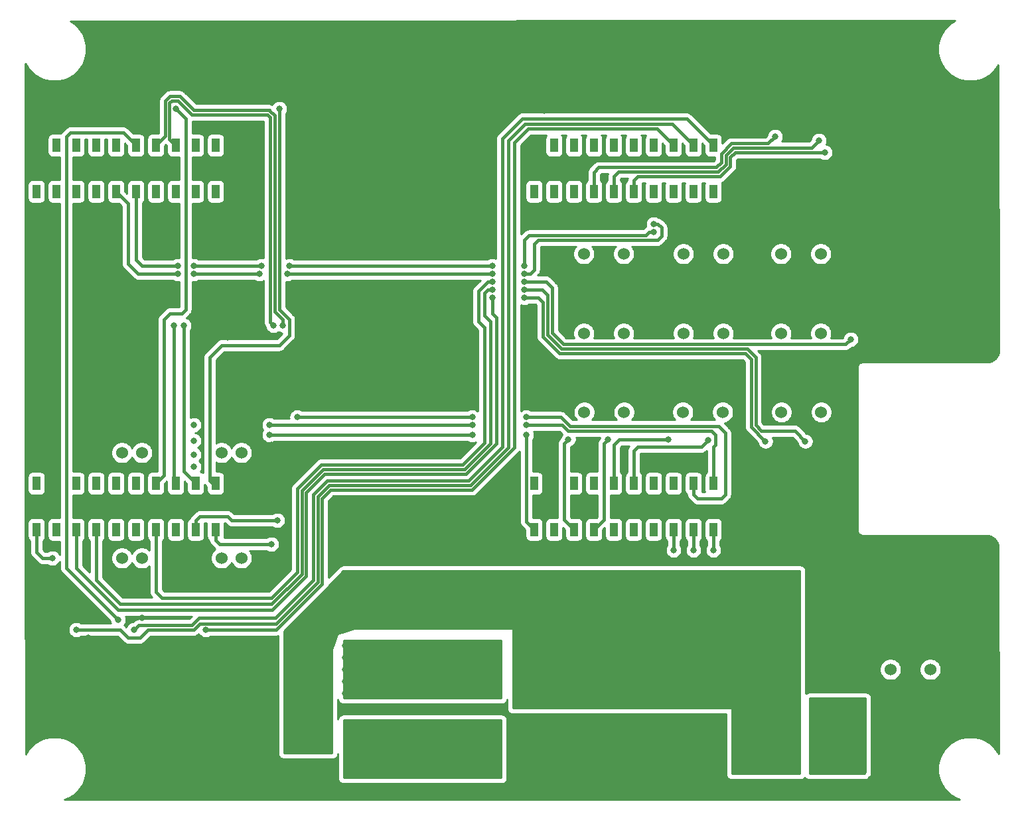
<source format=gbr>
%TF.GenerationSoftware,KiCad,Pcbnew,(5.1.4)-1*%
%TF.CreationDate,2020-11-25T20:19:59-06:00*%
%TF.ProjectId,Armboard,41726d62-6f61-4726-942e-6b696361645f,rev?*%
%TF.SameCoordinates,Original*%
%TF.FileFunction,Copper,L2,Bot*%
%TF.FilePolarity,Positive*%
%FSLAX46Y46*%
G04 Gerber Fmt 4.6, Leading zero omitted, Abs format (unit mm)*
G04 Created by KiCad (PCBNEW (5.1.4)-1) date 2020-11-25 20:19:59*
%MOMM*%
%LPD*%
G04 APERTURE LIST*
%TA.AperFunction,SMDPad,CuDef*%
%ADD10R,0.990600X1.778000*%
%TD*%
%TA.AperFunction,ComponentPad*%
%ADD11C,1.600000*%
%TD*%
%TA.AperFunction,ComponentPad*%
%ADD12R,1.600000X1.600000*%
%TD*%
%TA.AperFunction,ComponentPad*%
%ADD13C,5.080000*%
%TD*%
%TA.AperFunction,ComponentPad*%
%ADD14C,1.524000*%
%TD*%
%TA.AperFunction,ViaPad*%
%ADD15C,0.800000*%
%TD*%
%TA.AperFunction,Conductor*%
%ADD16C,0.762000*%
%TD*%
%TA.AperFunction,Conductor*%
%ADD17C,0.381000*%
%TD*%
%TA.AperFunction,Conductor*%
%ADD18C,0.254000*%
%TD*%
G04 APERTURE END LIST*
D10*
%TO.P,U2,PP2*%
%TO.N,Net-(U2-PadPP2)*%
X99314000Y-54965600D03*
%TO.P,U2,PN3*%
%TO.N,Net-(U2-PadPN3)*%
X96774000Y-54965600D03*
%TO.P,U2,PN2*%
%TO.N,Motor_6*%
X94234000Y-54965600D03*
%TO.P,U2,PD0*%
%TO.N,Motor_5*%
X91694000Y-54965600D03*
%TO.P,U2,PD1*%
%TO.N,I_SENSE*%
X89154000Y-54965600D03*
%TO.P,U2,Rese*%
%TO.N,Net-(U2-PadRese)*%
X86614000Y-54965600D03*
%TO.P,U2,PH3*%
%TO.N,Net-(U2-PadPH3)*%
X84074000Y-54965600D03*
%TO.P,U2,PH2*%
%TO.N,Net-(U2-PadPH2)*%
X81534000Y-54965600D03*
%TO.P,U2,PM3*%
%TO.N,Net-(U2-PadPM3)*%
X78994000Y-54965600D03*
%TO.P,U2,GND*%
%TO.N,GND*%
X76454000Y-54965600D03*
%TO.P,U2,PL3*%
%TO.N,Net-(U2-PadPL3)*%
X99314000Y-60858400D03*
%TO.P,U2,PL2*%
%TO.N,Net-(U2-PadPL2)*%
X96774000Y-60858400D03*
%TO.P,U2,PL1*%
%TO.N,Net-(U2-PadPL1)*%
X94234000Y-60858400D03*
%TO.P,U2,PL0*%
%TO.N,Net-(U2-PadPL0)*%
X91694000Y-60858400D03*
%TO.P,U2,PL5*%
%TO.N,Enc_2_PWM*%
X89154000Y-60858400D03*
%TO.P,U2,PL4*%
%TO.N,Enc_1_PWM*%
X86614000Y-60858400D03*
%TO.P,U2,PG0*%
%TO.N,Net-(U2-PadPG0)*%
X84074000Y-60858400D03*
%TO.P,U2,PF3*%
%TO.N,Net-(U2-PadPF3)*%
X81534000Y-60858400D03*
%TO.P,U2,PF2*%
%TO.N,Net-(U2-PadPF2)*%
X78994000Y-60858400D03*
%TO.P,U2,PF1*%
%TO.N,Net-(U2-PadPF1)*%
X76454000Y-60858400D03*
%TO.P,U2,PB3*%
%TO.N,LS_4*%
X99314000Y-104038400D03*
%TO.P,U2,PB2*%
%TO.N,LS_3*%
X96774000Y-104038400D03*
%TO.P,U2,PC7*%
%TO.N,Net-(U2-PadPC7)*%
X94234000Y-104038400D03*
%TO.P,U2,PD3*%
%TO.N,Enc_6_PWM*%
X91694000Y-104038400D03*
%TO.P,U2,PE5*%
%TO.N,Net-(U2-PadPE5)*%
X89154000Y-104038400D03*
%TO.P,U2,PC6*%
%TO.N,Net-(U2-PadPC6)*%
X86614000Y-104038400D03*
%TO.P,U2,PC5*%
%TO.N,Tx_1_Tiva*%
X84074000Y-104038400D03*
%TO.P,U2,PC4*%
%TO.N,Rx_1_Tiva*%
X81534000Y-104038400D03*
%TO.P,U2,PE4*%
%TO.N,Net-(U2-PadPE4)*%
X78994000Y-104038400D03*
%TO.P,U2,+3V3*%
%TO.N,+3V3*%
X76454000Y-104038400D03*
%TO.P,U2,PM5*%
%TO.N,Motor_4*%
X99314000Y-98145600D03*
%TO.P,U2,PM4*%
%TO.N,Motor_3*%
X96774000Y-98145600D03*
%TO.P,U2,PA6*%
%TO.N,Motor_2*%
X94234000Y-98145600D03*
%TO.P,U2,PD7*%
%TO.N,Motor_1*%
X91694000Y-98145600D03*
%TO.P,U2,PE3*%
%TO.N,Net-(U2-PadPE3)*%
X89154000Y-98145600D03*
%TO.P,U2,PE2*%
%TO.N,Net-(U2-PadPE2)*%
X86614000Y-98145600D03*
%TO.P,U2,PE1*%
%TO.N,Net-(U2-PadPE1)*%
X84074000Y-98145600D03*
%TO.P,U2,PE0*%
%TO.N,Net-(U2-PadPE0)*%
X81534000Y-98145600D03*
%TO.P,U2,GND*%
%TO.N,GND*%
X78994000Y-98145600D03*
%TO.P,U2,+5V*%
%TO.N,Net-(U2-Pad+5V)*%
X76454000Y-98145600D03*
%TO.P,U2,PP5*%
%TO.N,Net-(U2-PadPP5)*%
X145034000Y-54965600D03*
%TO.P,U2,PM7*%
%TO.N,Net-(U2-PadPM7)*%
X142494000Y-54965600D03*
%TO.P,U2,GND*%
%TO.N,GND*%
X139954000Y-54965600D03*
%TO.P,U2,PK7*%
%TO.N,Net-(U2-PadPK7)*%
X162814000Y-60858400D03*
%TO.P,U2,PK6*%
%TO.N,Net-(U2-PadPK6)*%
X160274000Y-60858400D03*
%TO.P,U2,PH1*%
%TO.N,Net-(U2-PadPH1)*%
X157734000Y-60858400D03*
%TO.P,U2,PH0*%
%TO.N,Net-(U2-PadPH0)*%
X155194000Y-60858400D03*
%TO.P,U2,PM2*%
%TO.N,Enc_5_PWM*%
X152654000Y-60858400D03*
%TO.P,U2,PM1*%
%TO.N,Enc_4_PWM*%
X150114000Y-60858400D03*
%TO.P,U2,PM0*%
%TO.N,Enc_3_PWM*%
X147574000Y-60858400D03*
%TO.P,U2,PK5*%
%TO.N,Net-(U2-PadPK5)*%
X145034000Y-60858400D03*
%TO.P,U2,PK4*%
%TO.N,Net-(U2-PadPK4)*%
X142494000Y-60858400D03*
%TO.P,U2,PG1*%
%TO.N,Net-(U2-PadPG1)*%
X139954000Y-60858400D03*
%TO.P,U2,PN4*%
%TO.N,Software_3*%
X162814000Y-104038400D03*
%TO.P,U2,PP4*%
%TO.N,Software_1*%
X157734000Y-104038400D03*
%TO.P,U2,PD5*%
%TO.N,Net-(U2-PadPD5)*%
X152654000Y-104038400D03*
%TO.P,U2,PD4*%
%TO.N,Net-(U2-PadPD4)*%
X150114000Y-104038400D03*
%TO.P,U2,PP1*%
%TO.N,Tx_3_Tiva*%
X147574000Y-104038400D03*
%TO.P,U2,PP0*%
%TO.N,Rx_3_Tiva*%
X145034000Y-104038400D03*
%TO.P,U2,PD2*%
%TO.N,Net-(U2-PadPD2)*%
X142494000Y-104038400D03*
%TO.P,U2,PA5*%
%TO.N,LS_2*%
X162814000Y-98145600D03*
%TO.P,U2,PK3*%
%TO.N,Net-(U2-PadPK3)*%
X157734000Y-98145600D03*
%TO.P,U2,PB5*%
%TO.N,Net-(U2-PadPB5)*%
X147574000Y-98145600D03*
%TO.P,U2,PB4*%
%TO.N,Net-(U2-PadPB4)*%
X145034000Y-98145600D03*
%TO.P,U2,GND*%
%TO.N,GND*%
X142494000Y-98145600D03*
%TO.P,U2,+5V'*%
%TO.N,Net-(U2-Pad+5V')*%
X139954000Y-98145600D03*
%TO.P,U2,PK1*%
%TO.N,Tx_2_Tiva*%
X152654000Y-98145600D03*
%TO.P,U2,PK2*%
%TO.N,Net-(U2-PadPK2)*%
X155194000Y-98145600D03*
%TO.P,U2,PN5*%
%TO.N,Software_2*%
X160274000Y-104038400D03*
%TO.P,U2,PA7*%
%TO.N,Net-(U2-PadPA7)*%
X147574000Y-54965600D03*
%TO.P,U2,Rese'*%
%TO.N,Net-(U2-PadRese')*%
X150114000Y-54965600D03*
%TO.P,U2,PA4*%
%TO.N,LS_1*%
X160274000Y-98145600D03*
%TO.P,U2,PQ0*%
%TO.N,Net-(U2-PadPQ0)*%
X155194000Y-104038400D03*
%TO.P,U2,PP3*%
%TO.N,IN_A*%
X157734000Y-54965600D03*
%TO.P,U2,PQ3*%
%TO.N,Net-(U2-PadPQ3)*%
X155194000Y-54965600D03*
%TO.P,U2,PK0*%
%TO.N,Rx_2_Tiva*%
X150114000Y-98145600D03*
%TO.P,U2,PQ2*%
%TO.N,Net-(U2-PadPQ2)*%
X152654000Y-54965600D03*
%TO.P,U2,PQ1*%
%TO.N,IN_B*%
X160274000Y-54965600D03*
%TO.P,U2,PM6*%
%TO.N,M_PWM*%
X162814000Y-54965600D03*
%TO.P,U2,+3V3'*%
%TO.N,+3V3*%
X139954000Y-104038400D03*
%TD*%
D11*
%TO.P,47uF2,2*%
%TO.N,GND*%
X175474000Y-111252000D03*
D12*
%TO.P,47uF2,1*%
%TO.N,+12V*%
X172974000Y-111252000D03*
%TD*%
D11*
%TO.P,47uF1,2*%
%TO.N,GND*%
X175474000Y-118872000D03*
D12*
%TO.P,47uF1,1*%
%TO.N,+12V*%
X172974000Y-118872000D03*
%TD*%
D13*
%TO.P,Conn1,1*%
%TO.N,GND*%
X185928000Y-132080000D03*
%TO.P,Conn1,2*%
%TO.N,+12L*%
X178054000Y-132080000D03*
%TO.P,Conn1,3*%
%TO.N,+12V*%
X170180000Y-132080000D03*
%TD*%
D14*
%TO.P,U1,3*%
%TO.N,+3V3*%
X185420000Y-121920000D03*
%TO.P,U1,2*%
%TO.N,GND*%
X187960000Y-121920000D03*
%TO.P,U1,1*%
%TO.N,+12L*%
X190500000Y-121920000D03*
%TD*%
D13*
%TO.P,Conn4,2*%
%TO.N,+12V*%
X160020000Y-122910000D03*
%TO.P,Conn4,1*%
%TO.N,GND*%
X160020000Y-130810000D03*
%TD*%
%TO.P,Conn3,2*%
%TO.N,+12V*%
X151104000Y-122897000D03*
%TO.P,Conn3,1*%
%TO.N,GND*%
X151104000Y-130797000D03*
%TD*%
%TO.P,Conn2,2*%
%TO.N,+12V*%
X142240000Y-122910000D03*
%TO.P,Conn2,1*%
%TO.N,GND*%
X142240000Y-130810000D03*
%TD*%
D14*
%TO.P,Conn20,3*%
%TO.N,Tx_3_Tiva*%
X151433000Y-89048000D03*
%TO.P,Conn20,2*%
%TO.N,GND*%
X148893000Y-89048000D03*
%TO.P,Conn20,1*%
%TO.N,Rx_3_Tiva*%
X146353000Y-89048000D03*
%TD*%
%TO.P,Conn19,3*%
%TO.N,Tx_2_Tiva*%
X164013000Y-89048000D03*
%TO.P,Conn19,2*%
%TO.N,GND*%
X161473000Y-89048000D03*
%TO.P,Conn19,1*%
%TO.N,Rx_2_Tiva*%
X158933000Y-89048000D03*
%TD*%
%TO.P,Conn18,3*%
%TO.N,Tx_1_Tiva*%
X176593000Y-89048000D03*
%TO.P,Conn18,2*%
%TO.N,GND*%
X174053000Y-89048000D03*
%TO.P,Conn18,1*%
%TO.N,Rx_1_Tiva*%
X171513000Y-89048000D03*
%TD*%
%TO.P,Conn17,2*%
%TO.N,LS_4*%
X102616000Y-107696000D03*
%TO.P,Conn17,1*%
%TO.N,+3V3*%
X100076000Y-107696000D03*
%TD*%
%TO.P,Conn16,2*%
%TO.N,LS_3*%
X102616000Y-94234000D03*
%TO.P,Conn16,1*%
%TO.N,+3V3*%
X100076000Y-94234000D03*
%TD*%
%TO.P,Conn15,2*%
%TO.N,LS_2*%
X89916000Y-107696000D03*
%TO.P,Conn15,1*%
%TO.N,+3V3*%
X87376000Y-107696000D03*
%TD*%
%TO.P,Conn14,2*%
%TO.N,LS_1*%
X89916000Y-94234000D03*
%TO.P,Conn14,1*%
%TO.N,+3V3*%
X87376000Y-94234000D03*
%TD*%
%TO.P,Conn13,3*%
%TO.N,Enc_6_PWM*%
X176530000Y-78994000D03*
%TO.P,Conn13,2*%
%TO.N,GND*%
X173990000Y-78994000D03*
%TO.P,Conn13,1*%
%TO.N,+3V3*%
X171450000Y-78994000D03*
%TD*%
%TO.P,Conn12,3*%
%TO.N,Enc_5_PWM*%
X176530000Y-68834000D03*
%TO.P,Conn12,2*%
%TO.N,GND*%
X173990000Y-68834000D03*
%TO.P,Conn12,1*%
%TO.N,+3V3*%
X171450000Y-68834000D03*
%TD*%
%TO.P,Conn11,3*%
%TO.N,Enc_4_PWM*%
X164084000Y-78994000D03*
%TO.P,Conn11,2*%
%TO.N,GND*%
X161544000Y-78994000D03*
%TO.P,Conn11,1*%
%TO.N,+3V3*%
X159004000Y-78994000D03*
%TD*%
%TO.P,Conn10,3*%
%TO.N,Enc_3_PWM*%
X164084000Y-68834000D03*
%TO.P,Conn10,2*%
%TO.N,GND*%
X161544000Y-68834000D03*
%TO.P,Conn10,1*%
%TO.N,+3V3*%
X159004000Y-68834000D03*
%TD*%
%TO.P,Conn9,3*%
%TO.N,Enc_2_PWM*%
X151384000Y-78994000D03*
%TO.P,Conn9,2*%
%TO.N,GND*%
X148844000Y-78994000D03*
%TO.P,Conn9,1*%
%TO.N,+3V3*%
X146304000Y-78994000D03*
%TD*%
%TO.P,Conn8,3*%
%TO.N,Enc_1_PWM*%
X151384000Y-68834000D03*
%TO.P,Conn8,2*%
%TO.N,GND*%
X148844000Y-68834000D03*
%TO.P,Conn8,1*%
%TO.N,+3V3*%
X146304000Y-68834000D03*
%TD*%
D13*
%TO.P,Conn6,2*%
%TO.N,/H-Bridge/Gripper1*%
X133350000Y-122910000D03*
%TO.P,Conn6,1*%
%TO.N,/H-Bridge/Gripper2*%
X133350000Y-130810000D03*
%TD*%
D15*
%TO.N,*%
X96520000Y-90678000D03*
X96520000Y-92710000D03*
X96520000Y-94488000D03*
X96520000Y-96012000D03*
%TO.N,GND*%
X83820000Y-71120000D03*
X86868000Y-71628000D03*
X91440000Y-73406000D03*
X86360000Y-69596000D03*
X108458000Y-48768000D03*
X100838000Y-49022000D03*
X100838000Y-52324000D03*
X104648000Y-56134000D03*
X117602000Y-55626000D03*
X117094000Y-57658000D03*
X110744000Y-57150000D03*
X114046000Y-56642000D03*
X103632000Y-45466000D03*
X108458000Y-45466000D03*
X97282000Y-45466000D03*
X100330000Y-40894000D03*
X90932000Y-40894000D03*
X91440000Y-43180000D03*
X105664000Y-40386000D03*
X107188000Y-43688000D03*
X113792000Y-40386000D03*
X115570000Y-43180000D03*
X77724000Y-94488000D03*
X76962000Y-90170000D03*
X78740000Y-87630000D03*
X89916000Y-115316000D03*
X90424000Y-119126000D03*
X85852000Y-118364000D03*
X86106000Y-123952000D03*
X90424000Y-120650000D03*
X126238000Y-137414000D03*
X124714000Y-137414000D03*
X127762000Y-137414000D03*
X125730000Y-127000000D03*
X128270000Y-127000000D03*
X101346000Y-100330000D03*
X102108000Y-97790000D03*
X104902000Y-96012000D03*
X105410000Y-98298000D03*
X103886000Y-99568000D03*
X105410000Y-100838000D03*
X93472000Y-106426000D03*
X95504000Y-108458000D03*
X96774000Y-106934000D03*
X97536000Y-108458000D03*
X104394000Y-92964000D03*
X106426000Y-93218000D03*
X97028000Y-86614000D03*
X96774000Y-85090000D03*
X97028000Y-83058000D03*
X97028000Y-81026000D03*
X100838000Y-79502000D03*
X97282000Y-73152000D03*
X100584000Y-72644000D03*
X100838000Y-74930000D03*
X101092000Y-76962000D03*
X103378000Y-73152000D03*
X105156000Y-73914000D03*
X96520000Y-137160000D03*
X100076000Y-132080000D03*
X102616000Y-132334000D03*
X101854000Y-130302000D03*
X103632000Y-130556000D03*
X96774000Y-130302000D03*
X93726000Y-130302000D03*
X90678000Y-130556000D03*
X88392000Y-130302000D03*
X87122000Y-125222000D03*
X83566000Y-137160000D03*
X83566000Y-134112000D03*
X83058000Y-127508000D03*
X83058000Y-124460000D03*
X80010000Y-128270000D03*
X80264000Y-125222000D03*
X79502000Y-119888000D03*
X83058000Y-117856000D03*
X76708000Y-109474000D03*
X78994000Y-110236000D03*
X81280000Y-111760000D03*
X82550000Y-114300000D03*
X79502000Y-113538000D03*
X76708000Y-112776000D03*
X78740000Y-116586000D03*
X76200000Y-115570000D03*
X165354000Y-107696000D03*
X166370000Y-105410000D03*
X167386000Y-107188000D03*
X169164000Y-105410000D03*
X169672000Y-107696000D03*
X171450000Y-105410000D03*
X173736000Y-105664000D03*
X176276000Y-105156000D03*
X178562000Y-105410000D03*
X178562000Y-107696000D03*
X178816000Y-109982000D03*
X178816000Y-112522000D03*
X179070000Y-120650000D03*
X179070000Y-117602000D03*
X178562000Y-115062000D03*
X107442000Y-107696000D03*
X106934000Y-109728000D03*
X95504000Y-111252000D03*
X114808000Y-107696000D03*
X116586000Y-106680000D03*
X116840000Y-108204000D03*
X123444000Y-100330000D03*
X124968000Y-103632000D03*
X127000000Y-102108000D03*
X128270000Y-103886000D03*
X129540000Y-100330000D03*
X131064000Y-103886000D03*
X132842000Y-101854000D03*
X134112000Y-103886000D03*
X136906000Y-104140000D03*
X134620000Y-100076000D03*
X137160000Y-100584000D03*
X137414000Y-97790000D03*
X141986000Y-94996000D03*
X141986000Y-92456000D03*
X155194000Y-95250000D03*
X155194000Y-95250000D03*
X167640000Y-95250000D03*
X167640000Y-97790000D03*
X167894000Y-101346000D03*
X150622000Y-108204000D03*
X155956000Y-108204000D03*
X161544000Y-108204000D03*
X183388000Y-77470000D03*
X187452000Y-78740000D03*
X187960000Y-73914000D03*
X181864000Y-73406000D03*
X182626000Y-69342000D03*
X184658000Y-71628000D03*
X187706000Y-66294000D03*
X182880000Y-64008000D03*
X182880000Y-59182000D03*
X185928000Y-62484000D03*
X185674000Y-56642000D03*
X189738000Y-58674000D03*
X195834000Y-80772000D03*
X197866000Y-73406000D03*
X197612000Y-59690000D03*
X192786000Y-56388000D03*
X196596000Y-55118000D03*
X192278000Y-51816000D03*
X196088000Y-49784000D03*
X191008000Y-48260000D03*
X168910000Y-57912000D03*
X169164000Y-61468000D03*
X171704000Y-57912000D03*
X173736000Y-60960000D03*
X175260000Y-58420000D03*
X176276000Y-61976000D03*
X123444000Y-54356000D03*
X123698000Y-58928000D03*
X123698000Y-64262000D03*
X123952000Y-68326000D03*
X127254000Y-61468000D03*
X133350000Y-62230000D03*
X133350000Y-56642000D03*
X128270000Y-56134000D03*
X125984000Y-50800000D03*
X128270000Y-46990000D03*
X121920000Y-44196000D03*
X124460000Y-41402000D03*
X135382000Y-41402000D03*
X143256000Y-44196000D03*
X141224000Y-50546000D03*
X146812000Y-40894000D03*
X152400000Y-44196000D03*
X151892000Y-49276000D03*
X141478000Y-64516000D03*
X141732000Y-70104000D03*
X139700000Y-77724000D03*
X139192000Y-83312000D03*
X141732000Y-85344000D03*
X123952000Y-81026000D03*
X124460000Y-75184000D03*
X131318000Y-73660000D03*
X125984000Y-87630000D03*
X102108000Y-86106000D03*
X107442000Y-84836000D03*
X111506000Y-87376000D03*
X117348000Y-85344000D03*
X84328000Y-85090000D03*
X84328000Y-88900000D03*
X89916000Y-86614000D03*
X78232000Y-80772000D03*
X77470000Y-71628000D03*
X78232000Y-65024000D03*
X78740000Y-50546000D03*
X85598000Y-42164000D03*
X101600000Y-118872000D03*
X82550000Y-95504000D03*
X139700000Y-128270000D03*
X137160000Y-128270000D03*
X138430000Y-129540000D03*
X137160000Y-130810000D03*
X138430000Y-132080000D03*
X137160000Y-133350000D03*
X138430000Y-134620000D03*
X137160000Y-135890000D03*
X138430000Y-137160000D03*
X139700000Y-135890000D03*
X140970000Y-134620000D03*
X142240000Y-135890000D03*
X143510000Y-134620000D03*
X144780000Y-135890000D03*
X146050000Y-134620000D03*
X147320000Y-135890000D03*
X148590000Y-134620000D03*
X147320000Y-133350000D03*
X144780000Y-133350000D03*
X146050000Y-132080000D03*
X147320000Y-130810000D03*
X146050000Y-129540000D03*
X147320000Y-128270000D03*
X144780000Y-128270000D03*
X139700000Y-133350000D03*
X135890000Y-137160000D03*
X133350000Y-137160000D03*
X130810000Y-137160000D03*
X140970000Y-137160000D03*
X143510000Y-137160000D03*
X146050000Y-137160000D03*
X148590000Y-137160000D03*
X149860000Y-135890000D03*
X151130000Y-134620000D03*
X151130000Y-137160000D03*
X152400000Y-135890000D03*
X153670000Y-134620000D03*
X154940000Y-133350000D03*
X156210000Y-132080000D03*
X154940000Y-130810000D03*
X156210000Y-129540000D03*
X154940000Y-128270000D03*
X157480000Y-128270000D03*
X153670000Y-137160000D03*
X154940000Y-135890000D03*
X156210000Y-134620000D03*
X157480000Y-133350000D03*
X158750000Y-134620000D03*
X160020000Y-135890000D03*
X161290000Y-134620000D03*
X162560000Y-133350000D03*
X163830000Y-132080000D03*
X163830000Y-134620000D03*
X163830000Y-137160000D03*
X162560000Y-135890000D03*
X161290000Y-137160000D03*
X158750000Y-137160000D03*
X157480000Y-135890000D03*
X156210000Y-137160000D03*
X121920000Y-137160000D03*
X119380000Y-137160000D03*
X116840000Y-137160000D03*
X114300000Y-137160000D03*
X111760000Y-137160000D03*
X109220000Y-137160000D03*
X106680000Y-137160000D03*
X104140000Y-137160000D03*
X101600000Y-137160000D03*
X102870000Y-135890000D03*
X100330000Y-135890000D03*
X99060000Y-137160000D03*
X166370000Y-137160000D03*
X168910000Y-137160000D03*
X171450000Y-137160000D03*
X173990000Y-137160000D03*
X176530000Y-137160000D03*
X179070000Y-137160000D03*
X181610000Y-137160000D03*
X184150000Y-137160000D03*
X186690000Y-137160000D03*
X189230000Y-137160000D03*
X185420000Y-135890000D03*
X182880000Y-135890000D03*
X187960000Y-135890000D03*
X189230000Y-134620000D03*
X190500000Y-133350000D03*
X190500000Y-130810000D03*
X189230000Y-132080000D03*
X189230000Y-129540000D03*
X191770000Y-129540000D03*
X194310000Y-129540000D03*
X196850000Y-129540000D03*
X195580000Y-128270000D03*
X198120000Y-125730000D03*
X195580000Y-125730000D03*
X198120000Y-123190000D03*
X198120000Y-128270000D03*
X195580000Y-123190000D03*
X198120000Y-120650000D03*
X195580000Y-120650000D03*
X198120000Y-118110000D03*
X198120000Y-115570000D03*
X198120000Y-113030000D03*
X195580000Y-118110000D03*
X195580000Y-115570000D03*
X195580000Y-113030000D03*
X195580000Y-110490000D03*
X198120000Y-110490000D03*
X198120000Y-107950000D03*
X195580000Y-107950000D03*
X195580000Y-105410000D03*
X198120000Y-105410000D03*
X193040000Y-105410000D03*
X190500000Y-105410000D03*
X187960000Y-105410000D03*
X185420000Y-105410000D03*
X182880000Y-105410000D03*
X181610000Y-106680000D03*
X181610000Y-109220000D03*
X181610000Y-111760000D03*
X181610000Y-114300000D03*
X181610000Y-116840000D03*
X181610000Y-119380000D03*
X181610000Y-121920000D03*
%TO.N,I_SENSE*%
X86868000Y-115570000D03*
%TO.N,+3V3*%
X106172000Y-91948000D03*
X132080000Y-91948000D03*
X138938000Y-91948000D03*
X78486000Y-107696000D03*
%TO.N,Enc_1_PWM*%
X155194000Y-65024000D03*
X138684000Y-71374000D03*
X134620000Y-71374000D03*
X108458000Y-71374000D03*
X104902000Y-71374000D03*
X96520000Y-71374000D03*
X94488000Y-71374000D03*
%TO.N,Enc_2_PWM*%
X138684000Y-70358000D03*
X134620000Y-70358000D03*
X108712000Y-70358000D03*
X105156000Y-70358000D03*
X96520000Y-70358000D03*
X94488000Y-70358000D03*
X155194000Y-66040000D03*
%TO.N,Enc_3_PWM*%
X170688000Y-53848000D03*
%TO.N,Enc_4_PWM*%
X176276000Y-54356000D03*
%TO.N,Enc_5_PWM*%
X177038000Y-55880000D03*
%TO.N,Enc_6_PWM*%
X138684000Y-72390000D03*
X134620000Y-72390000D03*
X180340000Y-79756000D03*
%TO.N,LS_1*%
X109714662Y-89675338D03*
X132066662Y-89675338D03*
X138924662Y-89675338D03*
%TO.N,LS_2*%
X106172000Y-90678000D03*
X132080000Y-90678000D03*
X138938000Y-90678000D03*
%TO.N,LS_3*%
X107188000Y-102870000D03*
%TO.N,LS_4*%
X106426000Y-105918000D03*
%TO.N,Tx_1_Tiva*%
X174561000Y-92773000D03*
X138684000Y-73406000D03*
X134620000Y-73406000D03*
%TO.N,Rx_1_Tiva*%
X169481000Y-92773000D03*
X138684000Y-74422000D03*
X134620000Y-74422000D03*
%TO.N,Tx_2_Tiva*%
X162123000Y-92639000D03*
%TO.N,Rx_2_Tiva*%
X157043000Y-92527000D03*
%TO.N,Tx_3_Tiva*%
X149401000Y-92505000D03*
%TO.N,Rx_3_Tiva*%
X144321000Y-92505000D03*
%TO.N,/H-Bridge/Gripper1*%
X119888000Y-120396000D03*
X118364000Y-120396000D03*
X118364000Y-121920000D03*
X119888000Y-121920000D03*
X119888000Y-123444000D03*
X118364000Y-123444000D03*
X117094000Y-120396000D03*
X117094000Y-121920000D03*
X117094000Y-123444000D03*
X119888000Y-124968000D03*
X118364000Y-124968000D03*
X117094000Y-124968000D03*
X115824000Y-124968000D03*
X115824000Y-123444000D03*
X115824000Y-121920000D03*
X115824000Y-120396000D03*
X115824000Y-118872000D03*
X117094000Y-118872000D03*
X118364000Y-118872000D03*
X119888000Y-118872000D03*
%TO.N,/H-Bridge/Gripper2*%
X119888000Y-133096000D03*
X118618000Y-133096000D03*
X117348000Y-133096000D03*
X119888000Y-131572000D03*
X118618000Y-131572000D03*
X117348000Y-131572000D03*
X117348000Y-130048000D03*
X118618000Y-130048000D03*
X119888000Y-130048000D03*
X119888000Y-128778000D03*
X118618000Y-128778000D03*
X117348000Y-128778000D03*
X116078000Y-133096000D03*
X116078000Y-131572000D03*
X116078000Y-130048000D03*
X116078000Y-128778000D03*
%TO.N,IN_A*%
X98044000Y-116840000D03*
%TO.N,M_PWM*%
X88900000Y-116840000D03*
%TO.N,IN_B*%
X81534000Y-116840000D03*
%TO.N,Software_1*%
X157734000Y-106680000D03*
%TO.N,Software_2*%
X160274000Y-106680000D03*
%TO.N,Software_3*%
X162814000Y-106680000D03*
%TO.N,Motor_1*%
X94234000Y-50292000D03*
%TO.N,Motor_2*%
X93980000Y-77978000D03*
%TO.N,Motor_3*%
X95250000Y-77978000D03*
%TO.N,Motor_4*%
X107442000Y-50292000D03*
%TO.N,Motor_5*%
X107914500Y-77942500D03*
%TO.N,Motor_6*%
X106680000Y-77978000D03*
%TO.N,+12V*%
X110490000Y-131826000D03*
X112014000Y-131826000D03*
X113538000Y-131826000D03*
X113538000Y-130556000D03*
X112014000Y-130556000D03*
X110490000Y-130556000D03*
X113538000Y-128016000D03*
X112014000Y-128016000D03*
X110490000Y-128016000D03*
X113538000Y-126746000D03*
X112014000Y-126746000D03*
X110490000Y-126746000D03*
X113538000Y-125476000D03*
X112014000Y-125476000D03*
X110490000Y-125476000D03*
X113538000Y-124206000D03*
X112014000Y-124206000D03*
X110490000Y-124206000D03*
X113538000Y-122936000D03*
X112014000Y-122936000D03*
X110490000Y-122936000D03*
X108966000Y-121666000D03*
X110490000Y-121666000D03*
X112014000Y-121666000D03*
X113538000Y-121666000D03*
X108966000Y-122936000D03*
X108966000Y-124206000D03*
X108966000Y-125476000D03*
X108966000Y-126746000D03*
X108966000Y-128016000D03*
X108966000Y-129286000D03*
X110490000Y-129286000D03*
X112014000Y-129286000D03*
X113538000Y-129286000D03*
X108966000Y-130556000D03*
X108966000Y-131826000D03*
X166370000Y-134620000D03*
X166370000Y-132080000D03*
X166370000Y-129540000D03*
X166370000Y-127000000D03*
X166370000Y-124460000D03*
X166370000Y-121920000D03*
X167640000Y-128270000D03*
X168910000Y-127000000D03*
X170180000Y-125730000D03*
X171450000Y-124460000D03*
X172720000Y-123190000D03*
X170180000Y-128270000D03*
X171450000Y-127000000D03*
X172720000Y-125730000D03*
X172720000Y-128270000D03*
X172720000Y-134620000D03*
X167640000Y-125730000D03*
X168910000Y-124460000D03*
X170180000Y-123190000D03*
X171450000Y-121920000D03*
X167640000Y-123190000D03*
X168910000Y-121920000D03*
X165100000Y-123190000D03*
X165100000Y-125730000D03*
X163830000Y-124460000D03*
X163830000Y-121920000D03*
X165100000Y-120650000D03*
X167640000Y-120650000D03*
X168910000Y-119380000D03*
X170180000Y-118110000D03*
X170180000Y-120650000D03*
X166370000Y-119380000D03*
X163830000Y-119380000D03*
X165100000Y-118110000D03*
X167640000Y-118110000D03*
X166370000Y-116840000D03*
X168910000Y-116840000D03*
X170180000Y-115570000D03*
X171450000Y-114300000D03*
X163830000Y-116840000D03*
X162560000Y-118110000D03*
X160020000Y-118110000D03*
X157480000Y-118110000D03*
X154940000Y-118110000D03*
X152400000Y-118110000D03*
X149860000Y-118110000D03*
X147320000Y-118110000D03*
X144780000Y-118110000D03*
X142240000Y-118110000D03*
X139700000Y-118110000D03*
X161290000Y-116840000D03*
X158750000Y-116840000D03*
X156210000Y-116840000D03*
X153670000Y-116840000D03*
X151130000Y-116840000D03*
X148590000Y-116840000D03*
X146050000Y-116840000D03*
X143510000Y-116840000D03*
X140970000Y-116840000D03*
X138430000Y-116840000D03*
X137160000Y-115570000D03*
X149860000Y-115570000D03*
X153670000Y-119380000D03*
X156210000Y-119380000D03*
X158750000Y-119380000D03*
X161290000Y-119380000D03*
X151130000Y-119380000D03*
X148590000Y-119380000D03*
X147320000Y-120650000D03*
X144780000Y-120650000D03*
X146050000Y-119380000D03*
X143510000Y-119380000D03*
X140970000Y-119380000D03*
X138430000Y-124460000D03*
X138430000Y-119380000D03*
X138430000Y-121920000D03*
X147320000Y-123190000D03*
X147320000Y-125730000D03*
X144780000Y-125730000D03*
X139700000Y-125730000D03*
X154940000Y-125730000D03*
X154940000Y-123190000D03*
X154940000Y-120650000D03*
X156210000Y-121920000D03*
X156210000Y-124460000D03*
X157480000Y-125730000D03*
X162560000Y-125730000D03*
%TO.N,+12L*%
X181610000Y-134620000D03*
X181610000Y-132080000D03*
X181610000Y-129540000D03*
X181610000Y-127000000D03*
X179070000Y-127000000D03*
X176530000Y-127000000D03*
X177800000Y-128270000D03*
X180340000Y-128270000D03*
%TD*%
D16*
%TO.N,GND*%
X125730000Y-127000000D02*
X128270000Y-127000000D01*
D17*
%TO.N,I_SENSE*%
X80264000Y-53848000D02*
X80772000Y-53340000D01*
X87528400Y-53340000D02*
X89154000Y-54965600D01*
X80772000Y-53340000D02*
X87528400Y-53340000D01*
X86868000Y-115570000D02*
X80264000Y-108966000D01*
X80264000Y-108966000D02*
X80264000Y-53848000D01*
%TO.N,+3V3*%
X106172000Y-91948000D02*
X122936000Y-91948000D01*
X122936000Y-91948000D02*
X132080000Y-91948000D01*
X132080000Y-91948000D02*
X132080000Y-91948000D01*
X138938000Y-103022400D02*
X139954000Y-104038400D01*
X138938000Y-91948000D02*
X138938000Y-103022400D01*
X78486000Y-107696000D02*
X77216000Y-107696000D01*
X76454000Y-106934000D02*
X76454000Y-104038400D01*
X77216000Y-107696000D02*
X76454000Y-106934000D01*
%TO.N,Enc_1_PWM*%
X138684000Y-71374000D02*
X138684000Y-71374000D01*
X134620000Y-71374000D02*
X108458000Y-71374000D01*
X108458000Y-71374000D02*
X108458000Y-71374000D01*
X104902000Y-71374000D02*
X96520000Y-71374000D01*
X96520000Y-71374000D02*
X96520000Y-71374000D01*
X88061800Y-62306200D02*
X86614000Y-60858400D01*
X94488000Y-71374000D02*
X89408000Y-71374000D01*
X89408000Y-71374000D02*
X88138000Y-70104000D01*
X88138000Y-62382400D02*
X88061800Y-62306200D01*
X88138000Y-70104000D02*
X88138000Y-62382400D01*
X155759685Y-65024000D02*
X155194000Y-65024000D01*
X156210000Y-65474315D02*
X155759685Y-65024000D01*
X138684000Y-71374000D02*
X139446000Y-71374000D01*
X139446000Y-71374000D02*
X139954000Y-70866000D01*
X139954000Y-67564000D02*
X140462000Y-67056000D01*
X139954000Y-70866000D02*
X139954000Y-67564000D01*
X156210000Y-66548000D02*
X156210000Y-65474315D01*
X155702000Y-67056000D02*
X156210000Y-66548000D01*
X140462000Y-67056000D02*
X155702000Y-67056000D01*
%TO.N,Enc_2_PWM*%
X138684000Y-70358000D02*
X138684000Y-70358000D01*
X134620000Y-70358000D02*
X108712000Y-70358000D01*
X108712000Y-70358000D02*
X108712000Y-70358000D01*
X105156000Y-70358000D02*
X96520000Y-70358000D01*
X96520000Y-70358000D02*
X96520000Y-70358000D01*
X94488000Y-70358000D02*
X89916000Y-70358000D01*
X89154000Y-69596000D02*
X89154000Y-60858400D01*
X89916000Y-70358000D02*
X89154000Y-69596000D01*
X138684000Y-67056000D02*
X138684000Y-70358000D01*
X139265010Y-66474990D02*
X138684000Y-67056000D01*
X154178000Y-66474990D02*
X139265010Y-66474990D01*
X154612990Y-66040000D02*
X154178000Y-66474990D01*
X155194000Y-66040000D02*
X154612990Y-66040000D01*
%TO.N,Enc_3_PWM*%
X147574000Y-58381960D02*
X148189980Y-57765980D01*
X147574000Y-60858400D02*
X147574000Y-58381960D01*
X148189980Y-57765980D02*
X163214020Y-57765980D01*
X163214020Y-57765980D02*
X163830000Y-57150000D01*
X163830001Y-56014655D02*
X165126676Y-54717980D01*
X163830000Y-57150000D02*
X163830001Y-56014655D01*
X165126676Y-54717980D02*
X169818020Y-54717980D01*
X169818020Y-54717980D02*
X170688000Y-53848000D01*
X170688000Y-53848000D02*
X170688000Y-53848000D01*
%TO.N,Enc_4_PWM*%
X163454683Y-58346989D02*
X164411009Y-57390663D01*
X150695010Y-58346990D02*
X163454683Y-58346989D01*
X150114000Y-60858400D02*
X150114000Y-58928000D01*
X150114000Y-58928000D02*
X150695010Y-58346990D01*
X164411009Y-57390663D02*
X164411010Y-56255318D01*
X164411010Y-56255318D02*
X165367338Y-55298990D01*
X165367338Y-55298990D02*
X175333010Y-55298990D01*
X175333010Y-55298990D02*
X176276000Y-54356000D01*
X176276000Y-54356000D02*
X176276000Y-54356000D01*
%TO.N,Enc_5_PWM*%
X152654000Y-59436000D02*
X153162000Y-58928000D01*
X152654000Y-60858400D02*
X152654000Y-59436000D01*
X153162000Y-58928000D02*
X163695344Y-58928000D01*
X163695344Y-58928000D02*
X164992019Y-57631325D01*
X164992019Y-57631325D02*
X164992019Y-56495981D01*
X164992019Y-56495981D02*
X165608000Y-55880000D01*
X165608000Y-55880000D02*
X177038000Y-55880000D01*
X177038000Y-55880000D02*
X177038000Y-55880000D01*
%TO.N,Enc_6_PWM*%
X138684000Y-72390000D02*
X138684000Y-72390000D01*
X92456000Y-112776000D02*
X91694000Y-112014000D01*
X91694000Y-112014000D02*
X91694000Y-104038400D01*
X134054315Y-72390000D02*
X132842000Y-73602315D01*
X134620000Y-72390000D02*
X134054315Y-72390000D01*
X132842000Y-77470000D02*
X133604000Y-78232000D01*
X132842000Y-73602315D02*
X132842000Y-77470000D01*
X179724019Y-80371981D02*
X180340000Y-79756000D01*
X138684000Y-72390000D02*
X141478000Y-72390000D01*
X141478000Y-72390000D02*
X142240000Y-73152000D01*
X142240000Y-73152000D02*
X142240000Y-78934328D01*
X143677653Y-80371981D02*
X179724019Y-80371981D01*
X142240000Y-78934328D02*
X143677653Y-80371981D01*
X106426000Y-112776000D02*
X92456000Y-112776000D01*
X133604000Y-78232000D02*
X133604000Y-92710000D01*
X133604000Y-92964000D02*
X133604000Y-92710000D01*
X109728000Y-109474000D02*
X109728000Y-98806000D01*
X106426000Y-112776000D02*
X109728000Y-109474000D01*
X112776000Y-95758000D02*
X130810000Y-95758000D01*
X109728000Y-98806000D02*
X112776000Y-95758000D01*
X130810000Y-95758000D02*
X133604000Y-92964000D01*
%TO.N,LS_1*%
X109714662Y-89675338D02*
X122922662Y-89675338D01*
X122922662Y-89675338D02*
X132066662Y-89675338D01*
X132066662Y-89675338D02*
X132066662Y-89675338D01*
X143372184Y-89675338D02*
X138924662Y-89675338D01*
X144555836Y-90858990D02*
X143372184Y-89675338D01*
X164338000Y-91694000D02*
X163502990Y-90858990D01*
X160274000Y-99568000D02*
X160782000Y-100076000D01*
X163502990Y-90858990D02*
X144555836Y-90858990D01*
X160782000Y-100076000D02*
X163830000Y-100076000D01*
X160274000Y-98145600D02*
X160274000Y-99568000D01*
X163830000Y-100076000D02*
X164338000Y-99568000D01*
X164338000Y-99568000D02*
X164338000Y-91694000D01*
%TO.N,LS_2*%
X106172000Y-90678000D02*
X122936000Y-90678000D01*
X122936000Y-90678000D02*
X132080000Y-90678000D01*
X132080000Y-90678000D02*
X132080000Y-90678000D01*
X163068000Y-97891600D02*
X162814000Y-98145600D01*
X138938000Y-90678000D02*
X143510000Y-90678000D01*
X143510000Y-90678000D02*
X144272000Y-91440000D01*
X162814000Y-98145600D02*
X162814000Y-93472000D01*
X162814000Y-93472000D02*
X163068000Y-93218000D01*
X163068000Y-91948000D02*
X162560000Y-91440000D01*
X144272000Y-91440000D02*
X162560000Y-91440000D01*
X163068000Y-93218000D02*
X163068000Y-91948000D01*
%TO.N,LS_3*%
X107188000Y-102870000D02*
X101346000Y-102870000D01*
X101346000Y-102870000D02*
X100838000Y-102362000D01*
X100838000Y-102362000D02*
X97282000Y-102362000D01*
X96774000Y-102870000D02*
X96774000Y-104038400D01*
X97282000Y-102362000D02*
X96774000Y-102870000D01*
%TO.N,LS_4*%
X99314000Y-105410000D02*
X99314000Y-104038400D01*
X106426000Y-105918000D02*
X99822000Y-105918000D01*
X99822000Y-105918000D02*
X99314000Y-105410000D01*
%TO.N,Tx_1_Tiva*%
X138684000Y-73406000D02*
X138684000Y-73406000D01*
X141658991Y-79174991D02*
X141658991Y-74094991D01*
X141658991Y-74094991D02*
X140970000Y-73406000D01*
X143436991Y-80952991D02*
X141658991Y-79174991D01*
X167118661Y-80952991D02*
X143436991Y-80952991D01*
X168969672Y-91440000D02*
X168221010Y-90691338D01*
X140970000Y-73406000D02*
X138684000Y-73406000D01*
X168221009Y-82055337D02*
X167118661Y-80952991D01*
X173228000Y-91440000D02*
X168969672Y-91440000D01*
X174561000Y-92773000D02*
X173228000Y-91440000D01*
X168221010Y-90691338D02*
X168221009Y-82055337D01*
X134054315Y-73406000D02*
X134620000Y-73406000D01*
X110309010Y-109714662D02*
X110309010Y-99046662D01*
X106485672Y-113538000D02*
X110309010Y-109714662D01*
X84074000Y-104038400D02*
X84074000Y-110490000D01*
X133604000Y-76708000D02*
X133604000Y-73856315D01*
X133604000Y-73856315D02*
X134054315Y-73406000D01*
X84074000Y-110490000D02*
X87122000Y-113538000D01*
X134366000Y-77470000D02*
X133604000Y-76708000D01*
X87122000Y-113538000D02*
X106485672Y-113538000D01*
X110309010Y-99046662D02*
X113016662Y-96339010D01*
X113016662Y-96339010D02*
X131050663Y-96339009D01*
X131050663Y-96339009D02*
X134366000Y-93023672D01*
X134366000Y-93023672D02*
X134366000Y-77470000D01*
%TO.N,Rx_1_Tiva*%
X169481000Y-92773000D02*
X167640000Y-90932000D01*
X167640000Y-90932000D02*
X167640000Y-82296000D01*
X140462000Y-74422000D02*
X138684000Y-74422000D01*
X138684000Y-74422000D02*
X138684000Y-74422000D01*
X134620000Y-76454000D02*
X135128000Y-76962000D01*
X86868000Y-114300000D02*
X81534000Y-108966000D01*
X134620000Y-74422000D02*
X134620000Y-76454000D01*
X81534000Y-108966000D02*
X81534000Y-104038400D01*
X167640000Y-82296000D02*
X166878000Y-81534000D01*
X166878000Y-81534000D02*
X143196326Y-81533998D01*
X143196326Y-81533998D02*
X141077981Y-79415653D01*
X141077981Y-75037981D02*
X140462000Y-74422000D01*
X141077981Y-79415653D02*
X141077981Y-75037981D01*
X106172000Y-114300000D02*
X86868000Y-114300000D01*
X135128000Y-93083344D02*
X135128000Y-91948000D01*
X131291326Y-96920018D02*
X135128000Y-93083344D01*
X110890020Y-99287324D02*
X113257326Y-96920018D01*
X113257326Y-96920018D02*
X131291326Y-96920018D01*
X135128000Y-76962000D02*
X135128000Y-91948000D01*
X110890020Y-109955324D02*
X110890020Y-99287324D01*
X106172000Y-114300000D02*
X106545344Y-114300000D01*
X106545344Y-114300000D02*
X110890020Y-109955324D01*
%TO.N,Tx_2_Tiva*%
X162123000Y-92639000D02*
X161290000Y-93472000D01*
X161290000Y-93472000D02*
X153162000Y-93472000D01*
X152654000Y-93980000D02*
X152654000Y-98145600D01*
X153162000Y-93472000D02*
X152654000Y-93980000D01*
%TO.N,Rx_2_Tiva*%
X157043000Y-92527000D02*
X150805000Y-92527000D01*
X150114000Y-93218000D02*
X150114000Y-98145600D01*
X150805000Y-92527000D02*
X150114000Y-93218000D01*
%TO.N,Tx_3_Tiva*%
X149401000Y-92505000D02*
X148844000Y-93062000D01*
X148844000Y-102768400D02*
X147574000Y-104038400D01*
X148844000Y-93062000D02*
X148844000Y-102768400D01*
%TO.N,Rx_3_Tiva*%
X144321000Y-92505000D02*
X143764000Y-93062000D01*
X143764000Y-102768400D02*
X145034000Y-104038400D01*
X143764000Y-93062000D02*
X143764000Y-102768400D01*
%TO.N,IN_A*%
X137414000Y-54610000D02*
X139192000Y-52832000D01*
X155600400Y-52832000D02*
X157734000Y-54965600D01*
X139192000Y-52832000D02*
X155600400Y-52832000D01*
X98044000Y-116840000D02*
X106426000Y-116840000D01*
X114019325Y-98952019D02*
X132053326Y-98952018D01*
X132053326Y-98952018D02*
X137414000Y-93591344D01*
X112922020Y-100049324D02*
X114019325Y-98952019D01*
X137414000Y-93591344D02*
X137414000Y-92456000D01*
X137414000Y-92456000D02*
X137414000Y-54610000D01*
X112922020Y-110971324D02*
X112922020Y-100049324D01*
X106426000Y-116840000D02*
X107053344Y-116840000D01*
X107053344Y-116840000D02*
X112922020Y-110971324D01*
%TO.N,M_PWM*%
X88900000Y-116840000D02*
X89481010Y-116258990D01*
X96279338Y-116258990D02*
X97222328Y-115316000D01*
X89481010Y-116258990D02*
X96279338Y-116258990D01*
X97222328Y-115316000D02*
X103632000Y-115316000D01*
X159410400Y-51562000D02*
X162814000Y-54965600D01*
X138430000Y-51562000D02*
X159410400Y-51562000D01*
X135890000Y-54102000D02*
X138430000Y-51562000D01*
X103632000Y-115316000D02*
X106934000Y-115316000D01*
X135890000Y-93472000D02*
X135890000Y-91948000D01*
X131572000Y-97790000D02*
X135890000Y-93472000D01*
X113538000Y-97790000D02*
X131572000Y-97790000D01*
X135890000Y-91948000D02*
X135890000Y-54102000D01*
X111760000Y-110490000D02*
X111760000Y-99568000D01*
X106934000Y-115316000D02*
X111760000Y-110490000D01*
X111760000Y-99568000D02*
X113538000Y-97790000D01*
%TO.N,IN_B*%
X138757010Y-52250990D02*
X157559390Y-52250990D01*
X131812663Y-98371009D02*
X136652000Y-93531672D01*
X90678000Y-116840000D02*
X96520000Y-116840000D01*
X89662000Y-117856000D02*
X90678000Y-116840000D01*
X136652000Y-93531672D02*
X136652000Y-54356000D01*
X88138000Y-117856000D02*
X89662000Y-117856000D01*
X81534000Y-116840000D02*
X87122000Y-116840000D01*
X136652000Y-54356000D02*
X138757010Y-52250990D01*
X87122000Y-116840000D02*
X88138000Y-117856000D01*
X96520000Y-116840000D02*
X97310501Y-116049499D01*
X112341010Y-110730662D02*
X112341010Y-99808662D01*
X157559390Y-52250990D02*
X160274000Y-54965600D01*
X97310501Y-116049499D02*
X107022173Y-116049499D01*
X113778662Y-98371010D02*
X131812663Y-98371009D01*
X107022173Y-116049499D02*
X112341010Y-110730662D01*
X112341010Y-99808662D02*
X113778662Y-98371010D01*
%TO.N,Software_1*%
X157734000Y-104038400D02*
X157734000Y-106680000D01*
%TO.N,Software_2*%
X160274000Y-104038400D02*
X160274000Y-106680000D01*
%TO.N,Software_3*%
X162814000Y-104038400D02*
X162814000Y-106680000D01*
%TO.N,Motor_1*%
X92710000Y-97129600D02*
X91694000Y-98145600D01*
X92710000Y-77216000D02*
X92710000Y-97129600D01*
X95504000Y-51562000D02*
X95504000Y-75946000D01*
X95504000Y-75946000D02*
X94996000Y-76454000D01*
X94234000Y-50292000D02*
X95504000Y-51562000D01*
X94996000Y-76454000D02*
X93472000Y-76454000D01*
X93472000Y-76454000D02*
X92710000Y-77216000D01*
%TO.N,Motor_2*%
X93980000Y-97891600D02*
X94234000Y-98145600D01*
X93980000Y-77978000D02*
X93980000Y-97891600D01*
%TO.N,Motor_3*%
X95250000Y-77978000D02*
X95250000Y-96621600D01*
X96774000Y-98145600D02*
X95250000Y-96621600D01*
%TO.N,Motor_4*%
X107442000Y-75946000D02*
X107442000Y-50292000D01*
X108705001Y-77209001D02*
X107442000Y-75946000D01*
X108705001Y-79241001D02*
X108705001Y-77209001D01*
X107442000Y-80504002D02*
X108705001Y-79241001D01*
X99314000Y-98145600D02*
X98942501Y-98145600D01*
X98552000Y-97755099D02*
X98552000Y-82042000D01*
X98552000Y-82042000D02*
X100089998Y-80504002D01*
X98942501Y-98145600D02*
X98552000Y-97755099D01*
X100089998Y-80504002D02*
X107442000Y-80504002D01*
%TO.N,Motor_5*%
X107914500Y-77942500D02*
X107914500Y-77240172D01*
X107914500Y-77240172D02*
X106860990Y-76186662D01*
X106860990Y-76186662D02*
X106860990Y-66802000D01*
X106860990Y-66802000D02*
X106860989Y-51175317D01*
X106158662Y-50472990D02*
X96506662Y-50472990D01*
X106201836Y-50516164D02*
X106158662Y-50472990D01*
X106860989Y-51175317D02*
X106201836Y-50516164D01*
X93485337Y-48694991D02*
X92862490Y-49317838D01*
X96506662Y-50472990D02*
X94728662Y-48694990D01*
X94728662Y-48694990D02*
X93485337Y-48694991D01*
X92862490Y-53797110D02*
X91694000Y-54965600D01*
X92862490Y-49317838D02*
X92862490Y-53797110D01*
%TO.N,Motor_6*%
X93443499Y-54175099D02*
X94234000Y-54965600D01*
X93443499Y-49558501D02*
X93443499Y-54175099D01*
X93726000Y-49276000D02*
X93443499Y-49558501D01*
X94488000Y-49276000D02*
X93726000Y-49276000D01*
X96266000Y-51054000D02*
X94488000Y-49276000D01*
X105918000Y-51054000D02*
X96266000Y-51054000D01*
X106680000Y-77978000D02*
X106279980Y-77577980D01*
X106279980Y-77577980D02*
X106279980Y-51415980D01*
X106279980Y-51415980D02*
X105918000Y-51054000D01*
%TD*%
D18*
%TO.N,GND*%
G36*
X193637827Y-39038450D02*
G01*
X192966275Y-39487167D01*
X192395167Y-40058275D01*
X191946450Y-40729827D01*
X191637368Y-41476016D01*
X191479800Y-42268166D01*
X191479800Y-43075834D01*
X191637368Y-43867984D01*
X191946450Y-44614173D01*
X192395167Y-45285725D01*
X192966275Y-45856833D01*
X193637827Y-46305550D01*
X194384016Y-46614632D01*
X195176166Y-46772200D01*
X195983834Y-46772200D01*
X196775984Y-46614632D01*
X197522173Y-46305550D01*
X198193725Y-45856833D01*
X198764833Y-45285725D01*
X199169537Y-44680043D01*
X199237940Y-81070532D01*
X199205380Y-81402608D01*
X199118134Y-81691579D01*
X198976427Y-81958092D01*
X198785647Y-82192012D01*
X198553068Y-82384418D01*
X198287546Y-82527985D01*
X197999191Y-82617246D01*
X197668528Y-82652000D01*
X181896419Y-82652000D01*
X181864000Y-82648807D01*
X181831581Y-82652000D01*
X181734617Y-82661550D01*
X181610207Y-82699290D01*
X181495550Y-82760575D01*
X181395052Y-82843052D01*
X181312575Y-82943550D01*
X181251290Y-83058207D01*
X181213550Y-83182617D01*
X181200807Y-83312000D01*
X181204000Y-83344419D01*
X181204001Y-104107571D01*
X181200807Y-104140000D01*
X181213550Y-104269383D01*
X181251290Y-104393793D01*
X181312575Y-104508450D01*
X181395052Y-104608948D01*
X181495550Y-104691425D01*
X181610207Y-104752710D01*
X181734617Y-104790450D01*
X181831581Y-104800000D01*
X181864000Y-104803193D01*
X181896419Y-104800000D01*
X197579722Y-104800000D01*
X197912409Y-104832620D01*
X198201379Y-104919865D01*
X198467896Y-105061576D01*
X198701813Y-105252354D01*
X198894218Y-105484932D01*
X199037785Y-105750454D01*
X199127046Y-106038809D01*
X199161849Y-106369937D01*
X199227429Y-132711333D01*
X199213550Y-132677827D01*
X198764833Y-132006275D01*
X198193725Y-131435167D01*
X197522173Y-130986450D01*
X196775984Y-130677368D01*
X195983834Y-130519800D01*
X195176166Y-130519800D01*
X194384016Y-130677368D01*
X193637827Y-130986450D01*
X192966275Y-131435167D01*
X192395167Y-132006275D01*
X191946450Y-132677827D01*
X191637368Y-133424016D01*
X191479800Y-134216166D01*
X191479800Y-135023834D01*
X191637368Y-135815984D01*
X191946450Y-136562173D01*
X192395167Y-137233725D01*
X192966275Y-137804833D01*
X193637827Y-138253550D01*
X194280647Y-138519815D01*
X80070323Y-138506987D01*
X80682173Y-138253550D01*
X81353725Y-137804833D01*
X81924833Y-137233725D01*
X82373550Y-136562173D01*
X82682632Y-135815984D01*
X82840200Y-135023834D01*
X82840200Y-134216166D01*
X82682632Y-133424016D01*
X82373550Y-132677827D01*
X81924833Y-132006275D01*
X81353725Y-131435167D01*
X80682173Y-130986450D01*
X79935984Y-130677368D01*
X79143834Y-130519800D01*
X78336166Y-130519800D01*
X77544016Y-130677368D01*
X76797827Y-130986450D01*
X76126275Y-131435167D01*
X75555167Y-132006275D01*
X75106450Y-132677827D01*
X75080829Y-132739681D01*
X75072622Y-103149400D01*
X75320628Y-103149400D01*
X75320628Y-104927400D01*
X75332888Y-105051882D01*
X75369198Y-105171580D01*
X75428163Y-105281894D01*
X75507515Y-105378585D01*
X75604206Y-105457937D01*
X75628501Y-105470923D01*
X75628500Y-106893449D01*
X75624506Y-106934000D01*
X75628500Y-106974550D01*
X75628500Y-106974552D01*
X75640444Y-107095825D01*
X75682710Y-107235157D01*
X75687647Y-107251433D01*
X75764301Y-107394842D01*
X75798214Y-107436165D01*
X75867459Y-107520541D01*
X75898965Y-107546397D01*
X76603611Y-108251044D01*
X76629459Y-108282541D01*
X76660955Y-108308389D01*
X76660958Y-108308392D01*
X76755157Y-108385699D01*
X76898566Y-108462353D01*
X77054174Y-108509556D01*
X77175447Y-108521500D01*
X77175449Y-108521500D01*
X77216000Y-108525494D01*
X77256550Y-108521500D01*
X77858497Y-108521500D01*
X77995744Y-108613205D01*
X78184102Y-108691226D01*
X78384061Y-108731000D01*
X78587939Y-108731000D01*
X78787898Y-108691226D01*
X78976256Y-108613205D01*
X79145774Y-108499937D01*
X79289937Y-108355774D01*
X79403205Y-108186256D01*
X79438500Y-108101047D01*
X79438500Y-108925450D01*
X79434506Y-108966000D01*
X79438500Y-109006550D01*
X79438500Y-109006552D01*
X79450444Y-109127825D01*
X79478405Y-109220000D01*
X79497647Y-109283433D01*
X79574301Y-109426842D01*
X79608214Y-109468165D01*
X79677459Y-109552541D01*
X79708966Y-109578398D01*
X85840572Y-115710005D01*
X85872774Y-115871898D01*
X85931842Y-116014500D01*
X82161503Y-116014500D01*
X82024256Y-115922795D01*
X81835898Y-115844774D01*
X81635939Y-115805000D01*
X81432061Y-115805000D01*
X81232102Y-115844774D01*
X81043744Y-115922795D01*
X80874226Y-116036063D01*
X80730063Y-116180226D01*
X80616795Y-116349744D01*
X80538774Y-116538102D01*
X80499000Y-116738061D01*
X80499000Y-116941939D01*
X80538774Y-117141898D01*
X80616795Y-117330256D01*
X80730063Y-117499774D01*
X80874226Y-117643937D01*
X81043744Y-117757205D01*
X81232102Y-117835226D01*
X81432061Y-117875000D01*
X81635939Y-117875000D01*
X81835898Y-117835226D01*
X82024256Y-117757205D01*
X82161503Y-117665500D01*
X86780068Y-117665500D01*
X87525606Y-118411039D01*
X87551459Y-118442541D01*
X87615596Y-118495177D01*
X87677157Y-118545699D01*
X87722812Y-118570102D01*
X87820566Y-118622353D01*
X87976174Y-118669556D01*
X88097447Y-118681500D01*
X88097449Y-118681500D01*
X88138000Y-118685494D01*
X88178550Y-118681500D01*
X89621450Y-118681500D01*
X89662000Y-118685494D01*
X89702550Y-118681500D01*
X89702553Y-118681500D01*
X89823826Y-118669556D01*
X89979434Y-118622353D01*
X90122842Y-118545699D01*
X90248541Y-118442541D01*
X90274398Y-118411034D01*
X91019933Y-117665500D01*
X96479450Y-117665500D01*
X96520000Y-117669494D01*
X96560550Y-117665500D01*
X96560553Y-117665500D01*
X96681826Y-117653556D01*
X96837434Y-117606353D01*
X96980842Y-117529699D01*
X97106541Y-117426541D01*
X97132398Y-117395034D01*
X97154986Y-117372446D01*
X97240063Y-117499774D01*
X97384226Y-117643937D01*
X97553744Y-117757205D01*
X97742102Y-117835226D01*
X97942061Y-117875000D01*
X98145939Y-117875000D01*
X98345898Y-117835226D01*
X98534256Y-117757205D01*
X98671503Y-117665500D01*
X107012794Y-117665500D01*
X107053344Y-117669494D01*
X107093894Y-117665500D01*
X107093897Y-117665500D01*
X107215170Y-117653556D01*
X107315000Y-117623273D01*
X107315000Y-132715000D01*
X107327201Y-132838882D01*
X107363336Y-132958004D01*
X107422017Y-133067787D01*
X107500987Y-133164013D01*
X107597213Y-133242983D01*
X107706996Y-133301664D01*
X107826118Y-133337799D01*
X107950000Y-133350000D01*
X114300000Y-133350000D01*
X114423882Y-133337799D01*
X114543004Y-133301664D01*
X114652787Y-133242983D01*
X114749013Y-133164013D01*
X114827983Y-133067787D01*
X114886664Y-132958004D01*
X114922799Y-132838882D01*
X114935000Y-132715000D01*
X114935000Y-135890000D01*
X114947201Y-136013882D01*
X114983336Y-136133004D01*
X115042017Y-136242787D01*
X115120987Y-136339013D01*
X115217213Y-136417983D01*
X115326996Y-136476664D01*
X115446118Y-136512799D01*
X115570000Y-136525000D01*
X135890000Y-136525000D01*
X136013882Y-136512799D01*
X136133004Y-136476664D01*
X136242787Y-136417983D01*
X136339013Y-136339013D01*
X136417983Y-136242787D01*
X136476664Y-136133004D01*
X136512799Y-136013882D01*
X136525000Y-135890000D01*
X136525000Y-128270000D01*
X136512799Y-128146118D01*
X136476664Y-128026996D01*
X136417983Y-127917213D01*
X136339013Y-127820987D01*
X136242787Y-127742017D01*
X136133004Y-127683336D01*
X136013882Y-127647201D01*
X135890000Y-127635000D01*
X115570000Y-127635000D01*
X115446118Y-127647201D01*
X115326996Y-127683336D01*
X115217213Y-127742017D01*
X115120987Y-127820987D01*
X115042017Y-127917213D01*
X114983336Y-128026996D01*
X114947201Y-128146118D01*
X114935000Y-128270000D01*
X114935000Y-125730000D01*
X114947201Y-125853882D01*
X114983336Y-125973004D01*
X115042017Y-126082787D01*
X115120987Y-126179013D01*
X115217213Y-126257983D01*
X115326996Y-126316664D01*
X115446118Y-126352799D01*
X115570000Y-126365000D01*
X135890000Y-126365000D01*
X136013882Y-126352799D01*
X136133004Y-126316664D01*
X136242787Y-126257983D01*
X136339013Y-126179013D01*
X136417983Y-126082787D01*
X136476664Y-125973004D01*
X136512799Y-125853882D01*
X136525000Y-125730000D01*
X136525000Y-127000000D01*
X136537201Y-127123882D01*
X136573336Y-127243004D01*
X136632017Y-127352787D01*
X136710987Y-127449013D01*
X136807213Y-127527983D01*
X136916996Y-127586664D01*
X137036118Y-127622799D01*
X137160000Y-127635000D01*
X164465000Y-127635000D01*
X164465000Y-135382000D01*
X164477201Y-135505882D01*
X164513336Y-135625004D01*
X164572017Y-135734787D01*
X164650987Y-135831013D01*
X164747213Y-135909983D01*
X164856996Y-135968664D01*
X164976118Y-136004799D01*
X165100000Y-136017000D01*
X173990000Y-136017000D01*
X174113882Y-136004799D01*
X174233004Y-135968664D01*
X174342787Y-135909983D01*
X174439013Y-135831013D01*
X174498000Y-135759137D01*
X174556987Y-135831013D01*
X174653213Y-135909983D01*
X174762996Y-135968664D01*
X174882118Y-136004799D01*
X175006000Y-136017000D01*
X182372000Y-136017000D01*
X182495882Y-136004799D01*
X182615004Y-135968664D01*
X182724787Y-135909983D01*
X182821013Y-135831013D01*
X182899983Y-135734787D01*
X182958664Y-135625004D01*
X182994799Y-135505882D01*
X183007000Y-135382000D01*
X183007000Y-125476000D01*
X182994799Y-125352118D01*
X182958664Y-125232996D01*
X182899983Y-125123213D01*
X182821013Y-125026987D01*
X182724787Y-124948017D01*
X182615004Y-124889336D01*
X182495882Y-124853201D01*
X182372000Y-124841000D01*
X175006000Y-124841000D01*
X174882118Y-124853201D01*
X174762996Y-124889336D01*
X174653213Y-124948017D01*
X174625000Y-124971171D01*
X174625000Y-121782408D01*
X184023000Y-121782408D01*
X184023000Y-122057592D01*
X184076686Y-122327490D01*
X184181995Y-122581727D01*
X184334880Y-122810535D01*
X184529465Y-123005120D01*
X184758273Y-123158005D01*
X185012510Y-123263314D01*
X185282408Y-123317000D01*
X185557592Y-123317000D01*
X185827490Y-123263314D01*
X186081727Y-123158005D01*
X186310535Y-123005120D01*
X186505120Y-122810535D01*
X186658005Y-122581727D01*
X186763314Y-122327490D01*
X186817000Y-122057592D01*
X186817000Y-121782408D01*
X189103000Y-121782408D01*
X189103000Y-122057592D01*
X189156686Y-122327490D01*
X189261995Y-122581727D01*
X189414880Y-122810535D01*
X189609465Y-123005120D01*
X189838273Y-123158005D01*
X190092510Y-123263314D01*
X190362408Y-123317000D01*
X190637592Y-123317000D01*
X190907490Y-123263314D01*
X191161727Y-123158005D01*
X191390535Y-123005120D01*
X191585120Y-122810535D01*
X191738005Y-122581727D01*
X191843314Y-122327490D01*
X191897000Y-122057592D01*
X191897000Y-121782408D01*
X191843314Y-121512510D01*
X191738005Y-121258273D01*
X191585120Y-121029465D01*
X191390535Y-120834880D01*
X191161727Y-120681995D01*
X190907490Y-120576686D01*
X190637592Y-120523000D01*
X190362408Y-120523000D01*
X190092510Y-120576686D01*
X189838273Y-120681995D01*
X189609465Y-120834880D01*
X189414880Y-121029465D01*
X189261995Y-121258273D01*
X189156686Y-121512510D01*
X189103000Y-121782408D01*
X186817000Y-121782408D01*
X186763314Y-121512510D01*
X186658005Y-121258273D01*
X186505120Y-121029465D01*
X186310535Y-120834880D01*
X186081727Y-120681995D01*
X185827490Y-120576686D01*
X185557592Y-120523000D01*
X185282408Y-120523000D01*
X185012510Y-120576686D01*
X184758273Y-120681995D01*
X184529465Y-120834880D01*
X184334880Y-121029465D01*
X184181995Y-121258273D01*
X184076686Y-121512510D01*
X184023000Y-121782408D01*
X174625000Y-121782408D01*
X174625000Y-109220000D01*
X174612799Y-109096118D01*
X174576664Y-108976996D01*
X174517983Y-108867213D01*
X174439013Y-108770987D01*
X174342787Y-108692017D01*
X174233004Y-108633336D01*
X174113882Y-108597201D01*
X173990000Y-108585000D01*
X115570000Y-108585000D01*
X115446118Y-108597201D01*
X115326996Y-108633336D01*
X115217213Y-108692017D01*
X115120987Y-108770987D01*
X113747520Y-110144454D01*
X113747520Y-100391256D01*
X114361259Y-99777519D01*
X132012766Y-99777517D01*
X132053326Y-99781512D01*
X132215152Y-99765573D01*
X132370759Y-99718371D01*
X132514168Y-99641717D01*
X132603990Y-99568001D01*
X132639867Y-99538558D01*
X132665719Y-99507057D01*
X137969046Y-94203732D01*
X138000541Y-94177885D01*
X138026389Y-94146389D01*
X138026392Y-94146386D01*
X138103699Y-94052187D01*
X138112500Y-94035721D01*
X138112501Y-102981840D01*
X138108506Y-103022400D01*
X138124445Y-103184226D01*
X138171647Y-103339833D01*
X138248301Y-103483242D01*
X138303297Y-103550254D01*
X138351460Y-103608941D01*
X138382961Y-103634793D01*
X138820628Y-104072460D01*
X138820628Y-104927400D01*
X138832888Y-105051882D01*
X138869198Y-105171580D01*
X138928163Y-105281894D01*
X139007515Y-105378585D01*
X139104206Y-105457937D01*
X139214520Y-105516902D01*
X139334218Y-105553212D01*
X139458700Y-105565472D01*
X140449300Y-105565472D01*
X140573782Y-105553212D01*
X140693480Y-105516902D01*
X140803794Y-105457937D01*
X140900485Y-105378585D01*
X140979837Y-105281894D01*
X141038802Y-105171580D01*
X141075112Y-105051882D01*
X141087372Y-104927400D01*
X141087372Y-103149400D01*
X141075112Y-103024918D01*
X141038802Y-102905220D01*
X140979837Y-102794906D01*
X140900485Y-102698215D01*
X140803794Y-102618863D01*
X140693480Y-102559898D01*
X140573782Y-102523588D01*
X140449300Y-102511328D01*
X139763500Y-102511328D01*
X139763500Y-99672672D01*
X140449300Y-99672672D01*
X140573782Y-99660412D01*
X140693480Y-99624102D01*
X140803794Y-99565137D01*
X140900485Y-99485785D01*
X140979837Y-99389094D01*
X141038802Y-99278780D01*
X141075112Y-99159082D01*
X141087372Y-99034600D01*
X141087372Y-97256600D01*
X141075112Y-97132118D01*
X141038802Y-97012420D01*
X140979837Y-96902106D01*
X140900485Y-96805415D01*
X140803794Y-96726063D01*
X140693480Y-96667098D01*
X140573782Y-96630788D01*
X140449300Y-96618528D01*
X139763500Y-96618528D01*
X139763500Y-92575503D01*
X139855205Y-92438256D01*
X139933226Y-92249898D01*
X139973000Y-92049939D01*
X139973000Y-91846061D01*
X139933226Y-91646102D01*
X139874158Y-91503500D01*
X143168067Y-91503500D01*
X143514151Y-91849584D01*
X143403795Y-92014744D01*
X143325774Y-92203102D01*
X143293571Y-92364996D01*
X143208965Y-92449602D01*
X143177459Y-92475459D01*
X143108214Y-92559835D01*
X143074301Y-92601158D01*
X143018450Y-92705647D01*
X142997647Y-92744567D01*
X142950444Y-92900175D01*
X142939441Y-93011898D01*
X142934506Y-93062000D01*
X142938500Y-93102550D01*
X142938501Y-102511328D01*
X141998700Y-102511328D01*
X141874218Y-102523588D01*
X141754520Y-102559898D01*
X141644206Y-102618863D01*
X141547515Y-102698215D01*
X141468163Y-102794906D01*
X141409198Y-102905220D01*
X141372888Y-103024918D01*
X141360628Y-103149400D01*
X141360628Y-104927400D01*
X141372888Y-105051882D01*
X141409198Y-105171580D01*
X141468163Y-105281894D01*
X141547515Y-105378585D01*
X141644206Y-105457937D01*
X141754520Y-105516902D01*
X141874218Y-105553212D01*
X141998700Y-105565472D01*
X142989300Y-105565472D01*
X143113782Y-105553212D01*
X143233480Y-105516902D01*
X143343794Y-105457937D01*
X143440485Y-105378585D01*
X143519837Y-105281894D01*
X143578802Y-105171580D01*
X143615112Y-105051882D01*
X143627372Y-104927400D01*
X143627372Y-103799204D01*
X143900628Y-104072461D01*
X143900628Y-104927400D01*
X143912888Y-105051882D01*
X143949198Y-105171580D01*
X144008163Y-105281894D01*
X144087515Y-105378585D01*
X144184206Y-105457937D01*
X144294520Y-105516902D01*
X144414218Y-105553212D01*
X144538700Y-105565472D01*
X145529300Y-105565472D01*
X145653782Y-105553212D01*
X145773480Y-105516902D01*
X145883794Y-105457937D01*
X145980485Y-105378585D01*
X146059837Y-105281894D01*
X146118802Y-105171580D01*
X146155112Y-105051882D01*
X146167372Y-104927400D01*
X146167372Y-103149400D01*
X146155112Y-103024918D01*
X146118802Y-102905220D01*
X146059837Y-102794906D01*
X145980485Y-102698215D01*
X145883794Y-102618863D01*
X145773480Y-102559898D01*
X145653782Y-102523588D01*
X145529300Y-102511328D01*
X144674360Y-102511328D01*
X144589500Y-102426468D01*
X144589500Y-99672672D01*
X145529300Y-99672672D01*
X145653782Y-99660412D01*
X145773480Y-99624102D01*
X145883794Y-99565137D01*
X145980485Y-99485785D01*
X146059837Y-99389094D01*
X146118802Y-99278780D01*
X146155112Y-99159082D01*
X146167372Y-99034600D01*
X146167372Y-97256600D01*
X146155112Y-97132118D01*
X146118802Y-97012420D01*
X146059837Y-96902106D01*
X145980485Y-96805415D01*
X145883794Y-96726063D01*
X145773480Y-96667098D01*
X145653782Y-96630788D01*
X145529300Y-96618528D01*
X144589500Y-96618528D01*
X144589500Y-93506869D01*
X144622898Y-93500226D01*
X144811256Y-93422205D01*
X144980774Y-93308937D01*
X145124937Y-93164774D01*
X145238205Y-92995256D01*
X145316226Y-92806898D01*
X145356000Y-92606939D01*
X145356000Y-92403061D01*
X145328638Y-92265500D01*
X148393362Y-92265500D01*
X148373571Y-92364996D01*
X148288965Y-92449602D01*
X148257459Y-92475459D01*
X148188214Y-92559835D01*
X148154301Y-92601158D01*
X148098450Y-92705647D01*
X148077647Y-92744567D01*
X148030444Y-92900175D01*
X148019441Y-93011898D01*
X148014506Y-93062000D01*
X148018500Y-93102550D01*
X148018500Y-96618528D01*
X147078700Y-96618528D01*
X146954218Y-96630788D01*
X146834520Y-96667098D01*
X146724206Y-96726063D01*
X146627515Y-96805415D01*
X146548163Y-96902106D01*
X146489198Y-97012420D01*
X146452888Y-97132118D01*
X146440628Y-97256600D01*
X146440628Y-99034600D01*
X146452888Y-99159082D01*
X146489198Y-99278780D01*
X146548163Y-99389094D01*
X146627515Y-99485785D01*
X146724206Y-99565137D01*
X146834520Y-99624102D01*
X146954218Y-99660412D01*
X147078700Y-99672672D01*
X148018501Y-99672672D01*
X148018501Y-102426466D01*
X147933639Y-102511328D01*
X147078700Y-102511328D01*
X146954218Y-102523588D01*
X146834520Y-102559898D01*
X146724206Y-102618863D01*
X146627515Y-102698215D01*
X146548163Y-102794906D01*
X146489198Y-102905220D01*
X146452888Y-103024918D01*
X146440628Y-103149400D01*
X146440628Y-104927400D01*
X146452888Y-105051882D01*
X146489198Y-105171580D01*
X146548163Y-105281894D01*
X146627515Y-105378585D01*
X146724206Y-105457937D01*
X146834520Y-105516902D01*
X146954218Y-105553212D01*
X147078700Y-105565472D01*
X148069300Y-105565472D01*
X148193782Y-105553212D01*
X148313480Y-105516902D01*
X148423794Y-105457937D01*
X148520485Y-105378585D01*
X148599837Y-105281894D01*
X148658802Y-105171580D01*
X148695112Y-105051882D01*
X148707372Y-104927400D01*
X148707372Y-104072460D01*
X148980628Y-103799205D01*
X148980628Y-104927400D01*
X148992888Y-105051882D01*
X149029198Y-105171580D01*
X149088163Y-105281894D01*
X149167515Y-105378585D01*
X149264206Y-105457937D01*
X149374520Y-105516902D01*
X149494218Y-105553212D01*
X149618700Y-105565472D01*
X150609300Y-105565472D01*
X150733782Y-105553212D01*
X150853480Y-105516902D01*
X150963794Y-105457937D01*
X151060485Y-105378585D01*
X151139837Y-105281894D01*
X151198802Y-105171580D01*
X151235112Y-105051882D01*
X151247372Y-104927400D01*
X151247372Y-103149400D01*
X151520628Y-103149400D01*
X151520628Y-104927400D01*
X151532888Y-105051882D01*
X151569198Y-105171580D01*
X151628163Y-105281894D01*
X151707515Y-105378585D01*
X151804206Y-105457937D01*
X151914520Y-105516902D01*
X152034218Y-105553212D01*
X152158700Y-105565472D01*
X153149300Y-105565472D01*
X153273782Y-105553212D01*
X153393480Y-105516902D01*
X153503794Y-105457937D01*
X153600485Y-105378585D01*
X153679837Y-105281894D01*
X153738802Y-105171580D01*
X153775112Y-105051882D01*
X153787372Y-104927400D01*
X153787372Y-103149400D01*
X154060628Y-103149400D01*
X154060628Y-104927400D01*
X154072888Y-105051882D01*
X154109198Y-105171580D01*
X154168163Y-105281894D01*
X154247515Y-105378585D01*
X154344206Y-105457937D01*
X154454520Y-105516902D01*
X154574218Y-105553212D01*
X154698700Y-105565472D01*
X155689300Y-105565472D01*
X155813782Y-105553212D01*
X155933480Y-105516902D01*
X156043794Y-105457937D01*
X156140485Y-105378585D01*
X156219837Y-105281894D01*
X156278802Y-105171580D01*
X156315112Y-105051882D01*
X156327372Y-104927400D01*
X156327372Y-103149400D01*
X156600628Y-103149400D01*
X156600628Y-104927400D01*
X156612888Y-105051882D01*
X156649198Y-105171580D01*
X156708163Y-105281894D01*
X156787515Y-105378585D01*
X156884206Y-105457937D01*
X156908501Y-105470923D01*
X156908501Y-106052496D01*
X156816795Y-106189744D01*
X156738774Y-106378102D01*
X156699000Y-106578061D01*
X156699000Y-106781939D01*
X156738774Y-106981898D01*
X156816795Y-107170256D01*
X156930063Y-107339774D01*
X157074226Y-107483937D01*
X157243744Y-107597205D01*
X157432102Y-107675226D01*
X157632061Y-107715000D01*
X157835939Y-107715000D01*
X158035898Y-107675226D01*
X158224256Y-107597205D01*
X158393774Y-107483937D01*
X158537937Y-107339774D01*
X158651205Y-107170256D01*
X158729226Y-106981898D01*
X158769000Y-106781939D01*
X158769000Y-106578061D01*
X158729226Y-106378102D01*
X158651205Y-106189744D01*
X158559500Y-106052497D01*
X158559500Y-105470923D01*
X158583794Y-105457937D01*
X158680485Y-105378585D01*
X158759837Y-105281894D01*
X158818802Y-105171580D01*
X158855112Y-105051882D01*
X158867372Y-104927400D01*
X158867372Y-103149400D01*
X159140628Y-103149400D01*
X159140628Y-104927400D01*
X159152888Y-105051882D01*
X159189198Y-105171580D01*
X159248163Y-105281894D01*
X159327515Y-105378585D01*
X159424206Y-105457937D01*
X159448501Y-105470923D01*
X159448501Y-106052496D01*
X159356795Y-106189744D01*
X159278774Y-106378102D01*
X159239000Y-106578061D01*
X159239000Y-106781939D01*
X159278774Y-106981898D01*
X159356795Y-107170256D01*
X159470063Y-107339774D01*
X159614226Y-107483937D01*
X159783744Y-107597205D01*
X159972102Y-107675226D01*
X160172061Y-107715000D01*
X160375939Y-107715000D01*
X160575898Y-107675226D01*
X160764256Y-107597205D01*
X160933774Y-107483937D01*
X161077937Y-107339774D01*
X161191205Y-107170256D01*
X161269226Y-106981898D01*
X161309000Y-106781939D01*
X161309000Y-106578061D01*
X161269226Y-106378102D01*
X161191205Y-106189744D01*
X161099500Y-106052497D01*
X161099500Y-105470923D01*
X161123794Y-105457937D01*
X161220485Y-105378585D01*
X161299837Y-105281894D01*
X161358802Y-105171580D01*
X161395112Y-105051882D01*
X161407372Y-104927400D01*
X161407372Y-103149400D01*
X161680628Y-103149400D01*
X161680628Y-104927400D01*
X161692888Y-105051882D01*
X161729198Y-105171580D01*
X161788163Y-105281894D01*
X161867515Y-105378585D01*
X161964206Y-105457937D01*
X161988501Y-105470923D01*
X161988501Y-106052496D01*
X161896795Y-106189744D01*
X161818774Y-106378102D01*
X161779000Y-106578061D01*
X161779000Y-106781939D01*
X161818774Y-106981898D01*
X161896795Y-107170256D01*
X162010063Y-107339774D01*
X162154226Y-107483937D01*
X162323744Y-107597205D01*
X162512102Y-107675226D01*
X162712061Y-107715000D01*
X162915939Y-107715000D01*
X163115898Y-107675226D01*
X163304256Y-107597205D01*
X163473774Y-107483937D01*
X163617937Y-107339774D01*
X163731205Y-107170256D01*
X163809226Y-106981898D01*
X163849000Y-106781939D01*
X163849000Y-106578061D01*
X163809226Y-106378102D01*
X163731205Y-106189744D01*
X163639500Y-106052497D01*
X163639500Y-105470923D01*
X163663794Y-105457937D01*
X163760485Y-105378585D01*
X163839837Y-105281894D01*
X163898802Y-105171580D01*
X163935112Y-105051882D01*
X163947372Y-104927400D01*
X163947372Y-103149400D01*
X163935112Y-103024918D01*
X163898802Y-102905220D01*
X163839837Y-102794906D01*
X163760485Y-102698215D01*
X163663794Y-102618863D01*
X163553480Y-102559898D01*
X163433782Y-102523588D01*
X163309300Y-102511328D01*
X162318700Y-102511328D01*
X162194218Y-102523588D01*
X162074520Y-102559898D01*
X161964206Y-102618863D01*
X161867515Y-102698215D01*
X161788163Y-102794906D01*
X161729198Y-102905220D01*
X161692888Y-103024918D01*
X161680628Y-103149400D01*
X161407372Y-103149400D01*
X161395112Y-103024918D01*
X161358802Y-102905220D01*
X161299837Y-102794906D01*
X161220485Y-102698215D01*
X161123794Y-102618863D01*
X161013480Y-102559898D01*
X160893782Y-102523588D01*
X160769300Y-102511328D01*
X159778700Y-102511328D01*
X159654218Y-102523588D01*
X159534520Y-102559898D01*
X159424206Y-102618863D01*
X159327515Y-102698215D01*
X159248163Y-102794906D01*
X159189198Y-102905220D01*
X159152888Y-103024918D01*
X159140628Y-103149400D01*
X158867372Y-103149400D01*
X158855112Y-103024918D01*
X158818802Y-102905220D01*
X158759837Y-102794906D01*
X158680485Y-102698215D01*
X158583794Y-102618863D01*
X158473480Y-102559898D01*
X158353782Y-102523588D01*
X158229300Y-102511328D01*
X157238700Y-102511328D01*
X157114218Y-102523588D01*
X156994520Y-102559898D01*
X156884206Y-102618863D01*
X156787515Y-102698215D01*
X156708163Y-102794906D01*
X156649198Y-102905220D01*
X156612888Y-103024918D01*
X156600628Y-103149400D01*
X156327372Y-103149400D01*
X156315112Y-103024918D01*
X156278802Y-102905220D01*
X156219837Y-102794906D01*
X156140485Y-102698215D01*
X156043794Y-102618863D01*
X155933480Y-102559898D01*
X155813782Y-102523588D01*
X155689300Y-102511328D01*
X154698700Y-102511328D01*
X154574218Y-102523588D01*
X154454520Y-102559898D01*
X154344206Y-102618863D01*
X154247515Y-102698215D01*
X154168163Y-102794906D01*
X154109198Y-102905220D01*
X154072888Y-103024918D01*
X154060628Y-103149400D01*
X153787372Y-103149400D01*
X153775112Y-103024918D01*
X153738802Y-102905220D01*
X153679837Y-102794906D01*
X153600485Y-102698215D01*
X153503794Y-102618863D01*
X153393480Y-102559898D01*
X153273782Y-102523588D01*
X153149300Y-102511328D01*
X152158700Y-102511328D01*
X152034218Y-102523588D01*
X151914520Y-102559898D01*
X151804206Y-102618863D01*
X151707515Y-102698215D01*
X151628163Y-102794906D01*
X151569198Y-102905220D01*
X151532888Y-103024918D01*
X151520628Y-103149400D01*
X151247372Y-103149400D01*
X151235112Y-103024918D01*
X151198802Y-102905220D01*
X151139837Y-102794906D01*
X151060485Y-102698215D01*
X150963794Y-102618863D01*
X150853480Y-102559898D01*
X150733782Y-102523588D01*
X150609300Y-102511328D01*
X149669500Y-102511328D01*
X149669500Y-99672672D01*
X150609300Y-99672672D01*
X150733782Y-99660412D01*
X150853480Y-99624102D01*
X150963794Y-99565137D01*
X151060485Y-99485785D01*
X151139837Y-99389094D01*
X151198802Y-99278780D01*
X151235112Y-99159082D01*
X151247372Y-99034600D01*
X151247372Y-97256600D01*
X151235112Y-97132118D01*
X151198802Y-97012420D01*
X151139837Y-96902106D01*
X151060485Y-96805415D01*
X150963794Y-96726063D01*
X150939500Y-96713077D01*
X150939500Y-93559933D01*
X151146933Y-93352500D01*
X152114068Y-93352500D01*
X152098966Y-93367602D01*
X152067459Y-93393459D01*
X152018596Y-93453000D01*
X151964301Y-93519158D01*
X151903009Y-93633827D01*
X151887647Y-93662567D01*
X151840444Y-93818175D01*
X151828500Y-93939447D01*
X151824506Y-93980000D01*
X151828500Y-94020551D01*
X151828501Y-96713077D01*
X151804206Y-96726063D01*
X151707515Y-96805415D01*
X151628163Y-96902106D01*
X151569198Y-97012420D01*
X151532888Y-97132118D01*
X151520628Y-97256600D01*
X151520628Y-99034600D01*
X151532888Y-99159082D01*
X151569198Y-99278780D01*
X151628163Y-99389094D01*
X151707515Y-99485785D01*
X151804206Y-99565137D01*
X151914520Y-99624102D01*
X152034218Y-99660412D01*
X152158700Y-99672672D01*
X153149300Y-99672672D01*
X153273782Y-99660412D01*
X153393480Y-99624102D01*
X153503794Y-99565137D01*
X153600485Y-99485785D01*
X153679837Y-99389094D01*
X153738802Y-99278780D01*
X153775112Y-99159082D01*
X153787372Y-99034600D01*
X153787372Y-97256600D01*
X154060628Y-97256600D01*
X154060628Y-99034600D01*
X154072888Y-99159082D01*
X154109198Y-99278780D01*
X154168163Y-99389094D01*
X154247515Y-99485785D01*
X154344206Y-99565137D01*
X154454520Y-99624102D01*
X154574218Y-99660412D01*
X154698700Y-99672672D01*
X155689300Y-99672672D01*
X155813782Y-99660412D01*
X155933480Y-99624102D01*
X156043794Y-99565137D01*
X156140485Y-99485785D01*
X156219837Y-99389094D01*
X156278802Y-99278780D01*
X156315112Y-99159082D01*
X156327372Y-99034600D01*
X156327372Y-97256600D01*
X156600628Y-97256600D01*
X156600628Y-99034600D01*
X156612888Y-99159082D01*
X156649198Y-99278780D01*
X156708163Y-99389094D01*
X156787515Y-99485785D01*
X156884206Y-99565137D01*
X156994520Y-99624102D01*
X157114218Y-99660412D01*
X157238700Y-99672672D01*
X158229300Y-99672672D01*
X158353782Y-99660412D01*
X158473480Y-99624102D01*
X158583794Y-99565137D01*
X158680485Y-99485785D01*
X158759837Y-99389094D01*
X158818802Y-99278780D01*
X158855112Y-99159082D01*
X158867372Y-99034600D01*
X158867372Y-97256600D01*
X158855112Y-97132118D01*
X158818802Y-97012420D01*
X158759837Y-96902106D01*
X158680485Y-96805415D01*
X158583794Y-96726063D01*
X158473480Y-96667098D01*
X158353782Y-96630788D01*
X158229300Y-96618528D01*
X157238700Y-96618528D01*
X157114218Y-96630788D01*
X156994520Y-96667098D01*
X156884206Y-96726063D01*
X156787515Y-96805415D01*
X156708163Y-96902106D01*
X156649198Y-97012420D01*
X156612888Y-97132118D01*
X156600628Y-97256600D01*
X156327372Y-97256600D01*
X156315112Y-97132118D01*
X156278802Y-97012420D01*
X156219837Y-96902106D01*
X156140485Y-96805415D01*
X156043794Y-96726063D01*
X155933480Y-96667098D01*
X155813782Y-96630788D01*
X155689300Y-96618528D01*
X154698700Y-96618528D01*
X154574218Y-96630788D01*
X154454520Y-96667098D01*
X154344206Y-96726063D01*
X154247515Y-96805415D01*
X154168163Y-96902106D01*
X154109198Y-97012420D01*
X154072888Y-97132118D01*
X154060628Y-97256600D01*
X153787372Y-97256600D01*
X153775112Y-97132118D01*
X153738802Y-97012420D01*
X153679837Y-96902106D01*
X153600485Y-96805415D01*
X153503794Y-96726063D01*
X153479500Y-96713077D01*
X153479500Y-94321932D01*
X153503932Y-94297500D01*
X161249450Y-94297500D01*
X161290000Y-94301494D01*
X161330550Y-94297500D01*
X161330553Y-94297500D01*
X161451826Y-94285556D01*
X161607434Y-94238353D01*
X161750842Y-94161699D01*
X161876541Y-94058541D01*
X161902397Y-94027035D01*
X161988501Y-93940931D01*
X161988500Y-96713077D01*
X161964206Y-96726063D01*
X161867515Y-96805415D01*
X161788163Y-96902106D01*
X161729198Y-97012420D01*
X161692888Y-97132118D01*
X161680628Y-97256600D01*
X161680628Y-99034600D01*
X161692888Y-99159082D01*
X161720619Y-99250500D01*
X161367381Y-99250500D01*
X161395112Y-99159082D01*
X161407372Y-99034600D01*
X161407372Y-97256600D01*
X161395112Y-97132118D01*
X161358802Y-97012420D01*
X161299837Y-96902106D01*
X161220485Y-96805415D01*
X161123794Y-96726063D01*
X161013480Y-96667098D01*
X160893782Y-96630788D01*
X160769300Y-96618528D01*
X159778700Y-96618528D01*
X159654218Y-96630788D01*
X159534520Y-96667098D01*
X159424206Y-96726063D01*
X159327515Y-96805415D01*
X159248163Y-96902106D01*
X159189198Y-97012420D01*
X159152888Y-97132118D01*
X159140628Y-97256600D01*
X159140628Y-99034600D01*
X159152888Y-99159082D01*
X159189198Y-99278780D01*
X159248163Y-99389094D01*
X159327515Y-99485785D01*
X159424206Y-99565137D01*
X159445336Y-99576432D01*
X159460445Y-99729826D01*
X159507647Y-99885433D01*
X159584301Y-100028842D01*
X159623003Y-100076000D01*
X159687460Y-100154541D01*
X159718961Y-100180393D01*
X160169602Y-100631034D01*
X160195459Y-100662541D01*
X160288653Y-100739023D01*
X160321156Y-100765698D01*
X160321158Y-100765699D01*
X160464566Y-100842353D01*
X160620174Y-100889556D01*
X160741447Y-100901500D01*
X160741459Y-100901500D01*
X160781999Y-100905493D01*
X160822539Y-100901500D01*
X163789450Y-100901500D01*
X163830000Y-100905494D01*
X163870550Y-100901500D01*
X163870553Y-100901500D01*
X163991826Y-100889556D01*
X164147434Y-100842353D01*
X164290842Y-100765699D01*
X164416541Y-100662541D01*
X164442398Y-100631034D01*
X164893035Y-100180397D01*
X164924541Y-100154541D01*
X165010890Y-100049324D01*
X165027698Y-100028844D01*
X165088991Y-99914174D01*
X165104353Y-99885434D01*
X165151556Y-99729826D01*
X165163500Y-99608553D01*
X165163500Y-99608541D01*
X165167493Y-99568001D01*
X165163500Y-99527461D01*
X165163500Y-91734542D01*
X165167493Y-91693999D01*
X165163500Y-91653456D01*
X165163500Y-91653447D01*
X165151556Y-91532174D01*
X165104353Y-91376566D01*
X165027699Y-91233158D01*
X165027698Y-91233156D01*
X164981138Y-91176423D01*
X164924541Y-91107459D01*
X164893039Y-91081606D01*
X164238872Y-90427440D01*
X164420490Y-90391314D01*
X164674727Y-90286005D01*
X164903535Y-90133120D01*
X165098120Y-89938535D01*
X165251005Y-89709727D01*
X165356314Y-89455490D01*
X165410000Y-89185592D01*
X165410000Y-88910408D01*
X165356314Y-88640510D01*
X165251005Y-88386273D01*
X165098120Y-88157465D01*
X164903535Y-87962880D01*
X164674727Y-87809995D01*
X164420490Y-87704686D01*
X164150592Y-87651000D01*
X163875408Y-87651000D01*
X163605510Y-87704686D01*
X163351273Y-87809995D01*
X163122465Y-87962880D01*
X162927880Y-88157465D01*
X162774995Y-88386273D01*
X162669686Y-88640510D01*
X162616000Y-88910408D01*
X162616000Y-89185592D01*
X162669686Y-89455490D01*
X162774995Y-89709727D01*
X162927880Y-89938535D01*
X163022835Y-90033490D01*
X159923165Y-90033490D01*
X160018120Y-89938535D01*
X160171005Y-89709727D01*
X160276314Y-89455490D01*
X160330000Y-89185592D01*
X160330000Y-88910408D01*
X160276314Y-88640510D01*
X160171005Y-88386273D01*
X160018120Y-88157465D01*
X159823535Y-87962880D01*
X159594727Y-87809995D01*
X159340490Y-87704686D01*
X159070592Y-87651000D01*
X158795408Y-87651000D01*
X158525510Y-87704686D01*
X158271273Y-87809995D01*
X158042465Y-87962880D01*
X157847880Y-88157465D01*
X157694995Y-88386273D01*
X157589686Y-88640510D01*
X157536000Y-88910408D01*
X157536000Y-89185592D01*
X157589686Y-89455490D01*
X157694995Y-89709727D01*
X157847880Y-89938535D01*
X157942835Y-90033490D01*
X152423165Y-90033490D01*
X152518120Y-89938535D01*
X152671005Y-89709727D01*
X152776314Y-89455490D01*
X152830000Y-89185592D01*
X152830000Y-88910408D01*
X152776314Y-88640510D01*
X152671005Y-88386273D01*
X152518120Y-88157465D01*
X152323535Y-87962880D01*
X152094727Y-87809995D01*
X151840490Y-87704686D01*
X151570592Y-87651000D01*
X151295408Y-87651000D01*
X151025510Y-87704686D01*
X150771273Y-87809995D01*
X150542465Y-87962880D01*
X150347880Y-88157465D01*
X150194995Y-88386273D01*
X150089686Y-88640510D01*
X150036000Y-88910408D01*
X150036000Y-89185592D01*
X150089686Y-89455490D01*
X150194995Y-89709727D01*
X150347880Y-89938535D01*
X150442835Y-90033490D01*
X147343165Y-90033490D01*
X147438120Y-89938535D01*
X147591005Y-89709727D01*
X147696314Y-89455490D01*
X147750000Y-89185592D01*
X147750000Y-88910408D01*
X147696314Y-88640510D01*
X147591005Y-88386273D01*
X147438120Y-88157465D01*
X147243535Y-87962880D01*
X147014727Y-87809995D01*
X146760490Y-87704686D01*
X146490592Y-87651000D01*
X146215408Y-87651000D01*
X145945510Y-87704686D01*
X145691273Y-87809995D01*
X145462465Y-87962880D01*
X145267880Y-88157465D01*
X145114995Y-88386273D01*
X145009686Y-88640510D01*
X144956000Y-88910408D01*
X144956000Y-89185592D01*
X145009686Y-89455490D01*
X145114995Y-89709727D01*
X145267880Y-89938535D01*
X145362835Y-90033490D01*
X144897770Y-90033490D01*
X143984582Y-89120303D01*
X143958725Y-89088797D01*
X143833026Y-88985639D01*
X143689618Y-88908985D01*
X143534010Y-88861782D01*
X143412737Y-88849838D01*
X143412734Y-88849838D01*
X143372184Y-88845844D01*
X143331634Y-88849838D01*
X139552165Y-88849838D01*
X139414918Y-88758133D01*
X139226560Y-88680112D01*
X139026601Y-88640338D01*
X138822723Y-88640338D01*
X138622764Y-88680112D01*
X138434406Y-88758133D01*
X138264888Y-88871401D01*
X138239500Y-88896789D01*
X138239500Y-75358158D01*
X138382102Y-75417226D01*
X138582061Y-75457000D01*
X138785939Y-75457000D01*
X138985898Y-75417226D01*
X139174256Y-75339205D01*
X139311503Y-75247500D01*
X140120067Y-75247500D01*
X140252482Y-75379915D01*
X140252481Y-79375102D01*
X140248487Y-79415653D01*
X140252481Y-79456203D01*
X140252481Y-79456205D01*
X140264425Y-79577478D01*
X140298694Y-79690447D01*
X140311628Y-79733086D01*
X140388282Y-79876495D01*
X140400687Y-79891610D01*
X140491440Y-80002194D01*
X140522947Y-80028051D01*
X142583936Y-82089041D01*
X142609785Y-82120538D01*
X142641281Y-82146386D01*
X142641284Y-82146389D01*
X142735483Y-82223697D01*
X142878892Y-82300350D01*
X143034499Y-82347553D01*
X143196325Y-82363492D01*
X143236886Y-82359497D01*
X166536067Y-82359500D01*
X166814501Y-82637934D01*
X166814500Y-90891449D01*
X166810506Y-90932000D01*
X166814500Y-90972550D01*
X166814500Y-90972552D01*
X166826444Y-91093825D01*
X166868710Y-91233158D01*
X166873647Y-91249433D01*
X166950301Y-91392842D01*
X166967691Y-91414031D01*
X167053459Y-91518541D01*
X167084966Y-91544398D01*
X168453572Y-92913004D01*
X168485774Y-93074898D01*
X168563795Y-93263256D01*
X168677063Y-93432774D01*
X168821226Y-93576937D01*
X168990744Y-93690205D01*
X169179102Y-93768226D01*
X169379061Y-93808000D01*
X169582939Y-93808000D01*
X169782898Y-93768226D01*
X169971256Y-93690205D01*
X170140774Y-93576937D01*
X170284937Y-93432774D01*
X170398205Y-93263256D01*
X170476226Y-93074898D01*
X170516000Y-92874939D01*
X170516000Y-92671061D01*
X170476226Y-92471102D01*
X170398205Y-92282744D01*
X170386683Y-92265500D01*
X172886068Y-92265500D01*
X173533572Y-92913005D01*
X173565774Y-93074898D01*
X173643795Y-93263256D01*
X173757063Y-93432774D01*
X173901226Y-93576937D01*
X174070744Y-93690205D01*
X174259102Y-93768226D01*
X174459061Y-93808000D01*
X174662939Y-93808000D01*
X174862898Y-93768226D01*
X175051256Y-93690205D01*
X175220774Y-93576937D01*
X175364937Y-93432774D01*
X175478205Y-93263256D01*
X175556226Y-93074898D01*
X175596000Y-92874939D01*
X175596000Y-92671061D01*
X175556226Y-92471102D01*
X175478205Y-92282744D01*
X175364937Y-92113226D01*
X175220774Y-91969063D01*
X175051256Y-91855795D01*
X174862898Y-91777774D01*
X174701005Y-91745572D01*
X173840398Y-90884966D01*
X173814541Y-90853459D01*
X173688842Y-90750301D01*
X173545434Y-90673647D01*
X173389826Y-90626444D01*
X173268553Y-90614500D01*
X173268550Y-90614500D01*
X173228000Y-90610506D01*
X173187450Y-90614500D01*
X169311605Y-90614500D01*
X169046510Y-90349406D01*
X169046510Y-88910408D01*
X170116000Y-88910408D01*
X170116000Y-89185592D01*
X170169686Y-89455490D01*
X170274995Y-89709727D01*
X170427880Y-89938535D01*
X170622465Y-90133120D01*
X170851273Y-90286005D01*
X171105510Y-90391314D01*
X171375408Y-90445000D01*
X171650592Y-90445000D01*
X171920490Y-90391314D01*
X172174727Y-90286005D01*
X172403535Y-90133120D01*
X172598120Y-89938535D01*
X172751005Y-89709727D01*
X172856314Y-89455490D01*
X172910000Y-89185592D01*
X172910000Y-88910408D01*
X175196000Y-88910408D01*
X175196000Y-89185592D01*
X175249686Y-89455490D01*
X175354995Y-89709727D01*
X175507880Y-89938535D01*
X175702465Y-90133120D01*
X175931273Y-90286005D01*
X176185510Y-90391314D01*
X176455408Y-90445000D01*
X176730592Y-90445000D01*
X177000490Y-90391314D01*
X177254727Y-90286005D01*
X177483535Y-90133120D01*
X177678120Y-89938535D01*
X177831005Y-89709727D01*
X177936314Y-89455490D01*
X177990000Y-89185592D01*
X177990000Y-88910408D01*
X177936314Y-88640510D01*
X177831005Y-88386273D01*
X177678120Y-88157465D01*
X177483535Y-87962880D01*
X177254727Y-87809995D01*
X177000490Y-87704686D01*
X176730592Y-87651000D01*
X176455408Y-87651000D01*
X176185510Y-87704686D01*
X175931273Y-87809995D01*
X175702465Y-87962880D01*
X175507880Y-88157465D01*
X175354995Y-88386273D01*
X175249686Y-88640510D01*
X175196000Y-88910408D01*
X172910000Y-88910408D01*
X172856314Y-88640510D01*
X172751005Y-88386273D01*
X172598120Y-88157465D01*
X172403535Y-87962880D01*
X172174727Y-87809995D01*
X171920490Y-87704686D01*
X171650592Y-87651000D01*
X171375408Y-87651000D01*
X171105510Y-87704686D01*
X170851273Y-87809995D01*
X170622465Y-87962880D01*
X170427880Y-88157465D01*
X170274995Y-88386273D01*
X170169686Y-88640510D01*
X170116000Y-88910408D01*
X169046510Y-88910408D01*
X169046508Y-82095896D01*
X169050503Y-82055336D01*
X169034564Y-81893509D01*
X168987361Y-81737902D01*
X168910707Y-81594493D01*
X168833400Y-81500295D01*
X168833397Y-81500292D01*
X168807549Y-81468796D01*
X168776052Y-81442947D01*
X168530585Y-81197481D01*
X179683469Y-81197481D01*
X179724019Y-81201475D01*
X179764569Y-81197481D01*
X179764572Y-81197481D01*
X179885845Y-81185537D01*
X180041453Y-81138334D01*
X180184861Y-81061680D01*
X180310560Y-80958522D01*
X180336416Y-80927016D01*
X180480004Y-80783428D01*
X180641898Y-80751226D01*
X180830256Y-80673205D01*
X180999774Y-80559937D01*
X181143937Y-80415774D01*
X181257205Y-80246256D01*
X181335226Y-80057898D01*
X181375000Y-79857939D01*
X181375000Y-79654061D01*
X181335226Y-79454102D01*
X181257205Y-79265744D01*
X181143937Y-79096226D01*
X180999774Y-78952063D01*
X180830256Y-78838795D01*
X180641898Y-78760774D01*
X180441939Y-78721000D01*
X180238061Y-78721000D01*
X180038102Y-78760774D01*
X179849744Y-78838795D01*
X179680226Y-78952063D01*
X179536063Y-79096226D01*
X179422795Y-79265744D01*
X179344774Y-79454102D01*
X179326399Y-79546481D01*
X177813256Y-79546481D01*
X177873314Y-79401490D01*
X177927000Y-79131592D01*
X177927000Y-78856408D01*
X177873314Y-78586510D01*
X177768005Y-78332273D01*
X177615120Y-78103465D01*
X177420535Y-77908880D01*
X177191727Y-77755995D01*
X176937490Y-77650686D01*
X176667592Y-77597000D01*
X176392408Y-77597000D01*
X176122510Y-77650686D01*
X175868273Y-77755995D01*
X175639465Y-77908880D01*
X175444880Y-78103465D01*
X175291995Y-78332273D01*
X175186686Y-78586510D01*
X175133000Y-78856408D01*
X175133000Y-79131592D01*
X175186686Y-79401490D01*
X175246744Y-79546481D01*
X172733256Y-79546481D01*
X172793314Y-79401490D01*
X172847000Y-79131592D01*
X172847000Y-78856408D01*
X172793314Y-78586510D01*
X172688005Y-78332273D01*
X172535120Y-78103465D01*
X172340535Y-77908880D01*
X172111727Y-77755995D01*
X171857490Y-77650686D01*
X171587592Y-77597000D01*
X171312408Y-77597000D01*
X171042510Y-77650686D01*
X170788273Y-77755995D01*
X170559465Y-77908880D01*
X170364880Y-78103465D01*
X170211995Y-78332273D01*
X170106686Y-78586510D01*
X170053000Y-78856408D01*
X170053000Y-79131592D01*
X170106686Y-79401490D01*
X170166744Y-79546481D01*
X165367256Y-79546481D01*
X165427314Y-79401490D01*
X165481000Y-79131592D01*
X165481000Y-78856408D01*
X165427314Y-78586510D01*
X165322005Y-78332273D01*
X165169120Y-78103465D01*
X164974535Y-77908880D01*
X164745727Y-77755995D01*
X164491490Y-77650686D01*
X164221592Y-77597000D01*
X163946408Y-77597000D01*
X163676510Y-77650686D01*
X163422273Y-77755995D01*
X163193465Y-77908880D01*
X162998880Y-78103465D01*
X162845995Y-78332273D01*
X162740686Y-78586510D01*
X162687000Y-78856408D01*
X162687000Y-79131592D01*
X162740686Y-79401490D01*
X162800744Y-79546481D01*
X160287256Y-79546481D01*
X160347314Y-79401490D01*
X160401000Y-79131592D01*
X160401000Y-78856408D01*
X160347314Y-78586510D01*
X160242005Y-78332273D01*
X160089120Y-78103465D01*
X159894535Y-77908880D01*
X159665727Y-77755995D01*
X159411490Y-77650686D01*
X159141592Y-77597000D01*
X158866408Y-77597000D01*
X158596510Y-77650686D01*
X158342273Y-77755995D01*
X158113465Y-77908880D01*
X157918880Y-78103465D01*
X157765995Y-78332273D01*
X157660686Y-78586510D01*
X157607000Y-78856408D01*
X157607000Y-79131592D01*
X157660686Y-79401490D01*
X157720744Y-79546481D01*
X152667256Y-79546481D01*
X152727314Y-79401490D01*
X152781000Y-79131592D01*
X152781000Y-78856408D01*
X152727314Y-78586510D01*
X152622005Y-78332273D01*
X152469120Y-78103465D01*
X152274535Y-77908880D01*
X152045727Y-77755995D01*
X151791490Y-77650686D01*
X151521592Y-77597000D01*
X151246408Y-77597000D01*
X150976510Y-77650686D01*
X150722273Y-77755995D01*
X150493465Y-77908880D01*
X150298880Y-78103465D01*
X150145995Y-78332273D01*
X150040686Y-78586510D01*
X149987000Y-78856408D01*
X149987000Y-79131592D01*
X150040686Y-79401490D01*
X150100744Y-79546481D01*
X147587256Y-79546481D01*
X147647314Y-79401490D01*
X147701000Y-79131592D01*
X147701000Y-78856408D01*
X147647314Y-78586510D01*
X147542005Y-78332273D01*
X147389120Y-78103465D01*
X147194535Y-77908880D01*
X146965727Y-77755995D01*
X146711490Y-77650686D01*
X146441592Y-77597000D01*
X146166408Y-77597000D01*
X145896510Y-77650686D01*
X145642273Y-77755995D01*
X145413465Y-77908880D01*
X145218880Y-78103465D01*
X145065995Y-78332273D01*
X144960686Y-78586510D01*
X144907000Y-78856408D01*
X144907000Y-79131592D01*
X144960686Y-79401490D01*
X145020744Y-79546481D01*
X144019586Y-79546481D01*
X143065500Y-78592396D01*
X143065500Y-73192550D01*
X143069494Y-73152000D01*
X143065500Y-73111447D01*
X143053556Y-72990174D01*
X143006353Y-72834566D01*
X142984460Y-72793608D01*
X142929699Y-72691157D01*
X142852392Y-72596958D01*
X142852389Y-72596955D01*
X142826541Y-72565459D01*
X142795046Y-72539612D01*
X142090397Y-71834965D01*
X142064541Y-71803459D01*
X141938842Y-71700301D01*
X141795434Y-71623647D01*
X141639826Y-71576444D01*
X141518553Y-71564500D01*
X141518550Y-71564500D01*
X141478000Y-71560506D01*
X141437450Y-71564500D01*
X140422932Y-71564500D01*
X140509035Y-71478397D01*
X140540541Y-71452541D01*
X140617563Y-71358689D01*
X140643698Y-71326844D01*
X140704991Y-71212174D01*
X140720353Y-71183434D01*
X140767556Y-71027826D01*
X140779500Y-70906553D01*
X140779500Y-70906541D01*
X140783493Y-70866001D01*
X140779500Y-70825461D01*
X140779500Y-67905932D01*
X140803932Y-67881500D01*
X145280845Y-67881500D01*
X145218880Y-67943465D01*
X145065995Y-68172273D01*
X144960686Y-68426510D01*
X144907000Y-68696408D01*
X144907000Y-68971592D01*
X144960686Y-69241490D01*
X145065995Y-69495727D01*
X145218880Y-69724535D01*
X145413465Y-69919120D01*
X145642273Y-70072005D01*
X145896510Y-70177314D01*
X146166408Y-70231000D01*
X146441592Y-70231000D01*
X146711490Y-70177314D01*
X146965727Y-70072005D01*
X147194535Y-69919120D01*
X147389120Y-69724535D01*
X147542005Y-69495727D01*
X147647314Y-69241490D01*
X147701000Y-68971592D01*
X147701000Y-68696408D01*
X147647314Y-68426510D01*
X147542005Y-68172273D01*
X147389120Y-67943465D01*
X147327155Y-67881500D01*
X150360845Y-67881500D01*
X150298880Y-67943465D01*
X150145995Y-68172273D01*
X150040686Y-68426510D01*
X149987000Y-68696408D01*
X149987000Y-68971592D01*
X150040686Y-69241490D01*
X150145995Y-69495727D01*
X150298880Y-69724535D01*
X150493465Y-69919120D01*
X150722273Y-70072005D01*
X150976510Y-70177314D01*
X151246408Y-70231000D01*
X151521592Y-70231000D01*
X151791490Y-70177314D01*
X152045727Y-70072005D01*
X152274535Y-69919120D01*
X152469120Y-69724535D01*
X152622005Y-69495727D01*
X152727314Y-69241490D01*
X152781000Y-68971592D01*
X152781000Y-68696408D01*
X157607000Y-68696408D01*
X157607000Y-68971592D01*
X157660686Y-69241490D01*
X157765995Y-69495727D01*
X157918880Y-69724535D01*
X158113465Y-69919120D01*
X158342273Y-70072005D01*
X158596510Y-70177314D01*
X158866408Y-70231000D01*
X159141592Y-70231000D01*
X159411490Y-70177314D01*
X159665727Y-70072005D01*
X159894535Y-69919120D01*
X160089120Y-69724535D01*
X160242005Y-69495727D01*
X160347314Y-69241490D01*
X160401000Y-68971592D01*
X160401000Y-68696408D01*
X162687000Y-68696408D01*
X162687000Y-68971592D01*
X162740686Y-69241490D01*
X162845995Y-69495727D01*
X162998880Y-69724535D01*
X163193465Y-69919120D01*
X163422273Y-70072005D01*
X163676510Y-70177314D01*
X163946408Y-70231000D01*
X164221592Y-70231000D01*
X164491490Y-70177314D01*
X164745727Y-70072005D01*
X164974535Y-69919120D01*
X165169120Y-69724535D01*
X165322005Y-69495727D01*
X165427314Y-69241490D01*
X165481000Y-68971592D01*
X165481000Y-68696408D01*
X170053000Y-68696408D01*
X170053000Y-68971592D01*
X170106686Y-69241490D01*
X170211995Y-69495727D01*
X170364880Y-69724535D01*
X170559465Y-69919120D01*
X170788273Y-70072005D01*
X171042510Y-70177314D01*
X171312408Y-70231000D01*
X171587592Y-70231000D01*
X171857490Y-70177314D01*
X172111727Y-70072005D01*
X172340535Y-69919120D01*
X172535120Y-69724535D01*
X172688005Y-69495727D01*
X172793314Y-69241490D01*
X172847000Y-68971592D01*
X172847000Y-68696408D01*
X175133000Y-68696408D01*
X175133000Y-68971592D01*
X175186686Y-69241490D01*
X175291995Y-69495727D01*
X175444880Y-69724535D01*
X175639465Y-69919120D01*
X175868273Y-70072005D01*
X176122510Y-70177314D01*
X176392408Y-70231000D01*
X176667592Y-70231000D01*
X176937490Y-70177314D01*
X177191727Y-70072005D01*
X177420535Y-69919120D01*
X177615120Y-69724535D01*
X177768005Y-69495727D01*
X177873314Y-69241490D01*
X177927000Y-68971592D01*
X177927000Y-68696408D01*
X177873314Y-68426510D01*
X177768005Y-68172273D01*
X177615120Y-67943465D01*
X177420535Y-67748880D01*
X177191727Y-67595995D01*
X176937490Y-67490686D01*
X176667592Y-67437000D01*
X176392408Y-67437000D01*
X176122510Y-67490686D01*
X175868273Y-67595995D01*
X175639465Y-67748880D01*
X175444880Y-67943465D01*
X175291995Y-68172273D01*
X175186686Y-68426510D01*
X175133000Y-68696408D01*
X172847000Y-68696408D01*
X172793314Y-68426510D01*
X172688005Y-68172273D01*
X172535120Y-67943465D01*
X172340535Y-67748880D01*
X172111727Y-67595995D01*
X171857490Y-67490686D01*
X171587592Y-67437000D01*
X171312408Y-67437000D01*
X171042510Y-67490686D01*
X170788273Y-67595995D01*
X170559465Y-67748880D01*
X170364880Y-67943465D01*
X170211995Y-68172273D01*
X170106686Y-68426510D01*
X170053000Y-68696408D01*
X165481000Y-68696408D01*
X165427314Y-68426510D01*
X165322005Y-68172273D01*
X165169120Y-67943465D01*
X164974535Y-67748880D01*
X164745727Y-67595995D01*
X164491490Y-67490686D01*
X164221592Y-67437000D01*
X163946408Y-67437000D01*
X163676510Y-67490686D01*
X163422273Y-67595995D01*
X163193465Y-67748880D01*
X162998880Y-67943465D01*
X162845995Y-68172273D01*
X162740686Y-68426510D01*
X162687000Y-68696408D01*
X160401000Y-68696408D01*
X160347314Y-68426510D01*
X160242005Y-68172273D01*
X160089120Y-67943465D01*
X159894535Y-67748880D01*
X159665727Y-67595995D01*
X159411490Y-67490686D01*
X159141592Y-67437000D01*
X158866408Y-67437000D01*
X158596510Y-67490686D01*
X158342273Y-67595995D01*
X158113465Y-67748880D01*
X157918880Y-67943465D01*
X157765995Y-68172273D01*
X157660686Y-68426510D01*
X157607000Y-68696408D01*
X152781000Y-68696408D01*
X152727314Y-68426510D01*
X152622005Y-68172273D01*
X152469120Y-67943465D01*
X152407155Y-67881500D01*
X155661450Y-67881500D01*
X155702000Y-67885494D01*
X155742550Y-67881500D01*
X155742553Y-67881500D01*
X155863826Y-67869556D01*
X156019434Y-67822353D01*
X156162842Y-67745699D01*
X156288541Y-67642541D01*
X156314398Y-67611034D01*
X156765035Y-67160397D01*
X156796541Y-67134541D01*
X156894278Y-67015448D01*
X156899698Y-67008844D01*
X156927300Y-66957205D01*
X156976353Y-66865434D01*
X157023556Y-66709826D01*
X157035500Y-66588553D01*
X157035500Y-66588541D01*
X157039493Y-66548001D01*
X157035500Y-66507461D01*
X157035500Y-65514865D01*
X157039494Y-65474315D01*
X157030227Y-65380226D01*
X157023556Y-65312489D01*
X156976353Y-65156881D01*
X156899699Y-65013473D01*
X156796541Y-64887774D01*
X156765039Y-64861921D01*
X156372082Y-64468965D01*
X156346226Y-64437459D01*
X156220527Y-64334301D01*
X156077119Y-64257647D01*
X155921511Y-64210444D01*
X155825179Y-64200956D01*
X155684256Y-64106795D01*
X155495898Y-64028774D01*
X155295939Y-63989000D01*
X155092061Y-63989000D01*
X154892102Y-64028774D01*
X154703744Y-64106795D01*
X154534226Y-64220063D01*
X154390063Y-64364226D01*
X154276795Y-64533744D01*
X154198774Y-64722102D01*
X154159000Y-64922061D01*
X154159000Y-65125939D01*
X154198681Y-65325429D01*
X154152148Y-65350301D01*
X154026449Y-65453459D01*
X154000596Y-65484961D01*
X153836067Y-65649490D01*
X139305560Y-65649490D01*
X139265009Y-65645496D01*
X139224459Y-65649490D01*
X139224457Y-65649490D01*
X139103184Y-65661434D01*
X138947576Y-65708637D01*
X138854121Y-65758591D01*
X138804167Y-65785291D01*
X138752203Y-65827937D01*
X138678469Y-65888449D01*
X138652618Y-65919949D01*
X138239500Y-66333068D01*
X138239500Y-59969400D01*
X138820628Y-59969400D01*
X138820628Y-61747400D01*
X138832888Y-61871882D01*
X138869198Y-61991580D01*
X138928163Y-62101894D01*
X139007515Y-62198585D01*
X139104206Y-62277937D01*
X139214520Y-62336902D01*
X139334218Y-62373212D01*
X139458700Y-62385472D01*
X140449300Y-62385472D01*
X140573782Y-62373212D01*
X140693480Y-62336902D01*
X140803794Y-62277937D01*
X140900485Y-62198585D01*
X140979837Y-62101894D01*
X141038802Y-61991580D01*
X141075112Y-61871882D01*
X141087372Y-61747400D01*
X141087372Y-59969400D01*
X141360628Y-59969400D01*
X141360628Y-61747400D01*
X141372888Y-61871882D01*
X141409198Y-61991580D01*
X141468163Y-62101894D01*
X141547515Y-62198585D01*
X141644206Y-62277937D01*
X141754520Y-62336902D01*
X141874218Y-62373212D01*
X141998700Y-62385472D01*
X142989300Y-62385472D01*
X143113782Y-62373212D01*
X143233480Y-62336902D01*
X143343794Y-62277937D01*
X143440485Y-62198585D01*
X143519837Y-62101894D01*
X143578802Y-61991580D01*
X143615112Y-61871882D01*
X143627372Y-61747400D01*
X143627372Y-59969400D01*
X143900628Y-59969400D01*
X143900628Y-61747400D01*
X143912888Y-61871882D01*
X143949198Y-61991580D01*
X144008163Y-62101894D01*
X144087515Y-62198585D01*
X144184206Y-62277937D01*
X144294520Y-62336902D01*
X144414218Y-62373212D01*
X144538700Y-62385472D01*
X145529300Y-62385472D01*
X145653782Y-62373212D01*
X145773480Y-62336902D01*
X145883794Y-62277937D01*
X145980485Y-62198585D01*
X146059837Y-62101894D01*
X146118802Y-61991580D01*
X146155112Y-61871882D01*
X146167372Y-61747400D01*
X146167372Y-59969400D01*
X146155112Y-59844918D01*
X146118802Y-59725220D01*
X146059837Y-59614906D01*
X145980485Y-59518215D01*
X145883794Y-59438863D01*
X145773480Y-59379898D01*
X145653782Y-59343588D01*
X145529300Y-59331328D01*
X144538700Y-59331328D01*
X144414218Y-59343588D01*
X144294520Y-59379898D01*
X144184206Y-59438863D01*
X144087515Y-59518215D01*
X144008163Y-59614906D01*
X143949198Y-59725220D01*
X143912888Y-59844918D01*
X143900628Y-59969400D01*
X143627372Y-59969400D01*
X143615112Y-59844918D01*
X143578802Y-59725220D01*
X143519837Y-59614906D01*
X143440485Y-59518215D01*
X143343794Y-59438863D01*
X143233480Y-59379898D01*
X143113782Y-59343588D01*
X142989300Y-59331328D01*
X141998700Y-59331328D01*
X141874218Y-59343588D01*
X141754520Y-59379898D01*
X141644206Y-59438863D01*
X141547515Y-59518215D01*
X141468163Y-59614906D01*
X141409198Y-59725220D01*
X141372888Y-59844918D01*
X141360628Y-59969400D01*
X141087372Y-59969400D01*
X141075112Y-59844918D01*
X141038802Y-59725220D01*
X140979837Y-59614906D01*
X140900485Y-59518215D01*
X140803794Y-59438863D01*
X140693480Y-59379898D01*
X140573782Y-59343588D01*
X140449300Y-59331328D01*
X139458700Y-59331328D01*
X139334218Y-59343588D01*
X139214520Y-59379898D01*
X139104206Y-59438863D01*
X139007515Y-59518215D01*
X138928163Y-59614906D01*
X138869198Y-59725220D01*
X138832888Y-59844918D01*
X138820628Y-59969400D01*
X138239500Y-59969400D01*
X138239500Y-54951932D01*
X139533934Y-53657500D01*
X141521184Y-53657500D01*
X141468163Y-53722106D01*
X141409198Y-53832420D01*
X141372888Y-53952118D01*
X141360628Y-54076600D01*
X141360628Y-55854600D01*
X141372888Y-55979082D01*
X141409198Y-56098780D01*
X141468163Y-56209094D01*
X141547515Y-56305785D01*
X141644206Y-56385137D01*
X141754520Y-56444102D01*
X141874218Y-56480412D01*
X141998700Y-56492672D01*
X142989300Y-56492672D01*
X143113782Y-56480412D01*
X143233480Y-56444102D01*
X143343794Y-56385137D01*
X143440485Y-56305785D01*
X143519837Y-56209094D01*
X143578802Y-56098780D01*
X143615112Y-55979082D01*
X143627372Y-55854600D01*
X143627372Y-54076600D01*
X143615112Y-53952118D01*
X143578802Y-53832420D01*
X143519837Y-53722106D01*
X143466816Y-53657500D01*
X144061184Y-53657500D01*
X144008163Y-53722106D01*
X143949198Y-53832420D01*
X143912888Y-53952118D01*
X143900628Y-54076600D01*
X143900628Y-55854600D01*
X143912888Y-55979082D01*
X143949198Y-56098780D01*
X144008163Y-56209094D01*
X144087515Y-56305785D01*
X144184206Y-56385137D01*
X144294520Y-56444102D01*
X144414218Y-56480412D01*
X144538700Y-56492672D01*
X145529300Y-56492672D01*
X145653782Y-56480412D01*
X145773480Y-56444102D01*
X145883794Y-56385137D01*
X145980485Y-56305785D01*
X146059837Y-56209094D01*
X146118802Y-56098780D01*
X146155112Y-55979082D01*
X146167372Y-55854600D01*
X146167372Y-54076600D01*
X146155112Y-53952118D01*
X146118802Y-53832420D01*
X146059837Y-53722106D01*
X146006816Y-53657500D01*
X146601184Y-53657500D01*
X146548163Y-53722106D01*
X146489198Y-53832420D01*
X146452888Y-53952118D01*
X146440628Y-54076600D01*
X146440628Y-55854600D01*
X146452888Y-55979082D01*
X146489198Y-56098780D01*
X146548163Y-56209094D01*
X146627515Y-56305785D01*
X146724206Y-56385137D01*
X146834520Y-56444102D01*
X146954218Y-56480412D01*
X147078700Y-56492672D01*
X148069300Y-56492672D01*
X148193782Y-56480412D01*
X148313480Y-56444102D01*
X148423794Y-56385137D01*
X148520485Y-56305785D01*
X148599837Y-56209094D01*
X148658802Y-56098780D01*
X148695112Y-55979082D01*
X148707372Y-55854600D01*
X148707372Y-54076600D01*
X148695112Y-53952118D01*
X148658802Y-53832420D01*
X148599837Y-53722106D01*
X148546816Y-53657500D01*
X149141184Y-53657500D01*
X149088163Y-53722106D01*
X149029198Y-53832420D01*
X148992888Y-53952118D01*
X148980628Y-54076600D01*
X148980628Y-55854600D01*
X148992888Y-55979082D01*
X149029198Y-56098780D01*
X149088163Y-56209094D01*
X149167515Y-56305785D01*
X149264206Y-56385137D01*
X149374520Y-56444102D01*
X149494218Y-56480412D01*
X149618700Y-56492672D01*
X150609300Y-56492672D01*
X150733782Y-56480412D01*
X150853480Y-56444102D01*
X150963794Y-56385137D01*
X151060485Y-56305785D01*
X151139837Y-56209094D01*
X151198802Y-56098780D01*
X151235112Y-55979082D01*
X151247372Y-55854600D01*
X151247372Y-54076600D01*
X151235112Y-53952118D01*
X151198802Y-53832420D01*
X151139837Y-53722106D01*
X151086816Y-53657500D01*
X151681184Y-53657500D01*
X151628163Y-53722106D01*
X151569198Y-53832420D01*
X151532888Y-53952118D01*
X151520628Y-54076600D01*
X151520628Y-55854600D01*
X151532888Y-55979082D01*
X151569198Y-56098780D01*
X151628163Y-56209094D01*
X151707515Y-56305785D01*
X151804206Y-56385137D01*
X151914520Y-56444102D01*
X152034218Y-56480412D01*
X152158700Y-56492672D01*
X153149300Y-56492672D01*
X153273782Y-56480412D01*
X153393480Y-56444102D01*
X153503794Y-56385137D01*
X153600485Y-56305785D01*
X153679837Y-56209094D01*
X153738802Y-56098780D01*
X153775112Y-55979082D01*
X153787372Y-55854600D01*
X153787372Y-54076600D01*
X153775112Y-53952118D01*
X153738802Y-53832420D01*
X153679837Y-53722106D01*
X153626816Y-53657500D01*
X154221184Y-53657500D01*
X154168163Y-53722106D01*
X154109198Y-53832420D01*
X154072888Y-53952118D01*
X154060628Y-54076600D01*
X154060628Y-55854600D01*
X154072888Y-55979082D01*
X154109198Y-56098780D01*
X154168163Y-56209094D01*
X154247515Y-56305785D01*
X154344206Y-56385137D01*
X154454520Y-56444102D01*
X154574218Y-56480412D01*
X154698700Y-56492672D01*
X155689300Y-56492672D01*
X155813782Y-56480412D01*
X155933480Y-56444102D01*
X156043794Y-56385137D01*
X156140485Y-56305785D01*
X156219837Y-56209094D01*
X156278802Y-56098780D01*
X156315112Y-55979082D01*
X156327372Y-55854600D01*
X156327372Y-54726405D01*
X156600628Y-54999661D01*
X156600628Y-55854600D01*
X156612888Y-55979082D01*
X156649198Y-56098780D01*
X156708163Y-56209094D01*
X156787515Y-56305785D01*
X156884206Y-56385137D01*
X156994520Y-56444102D01*
X157114218Y-56480412D01*
X157238700Y-56492672D01*
X158229300Y-56492672D01*
X158353782Y-56480412D01*
X158473480Y-56444102D01*
X158583794Y-56385137D01*
X158680485Y-56305785D01*
X158759837Y-56209094D01*
X158818802Y-56098780D01*
X158855112Y-55979082D01*
X158867372Y-55854600D01*
X158867372Y-54726405D01*
X159140628Y-54999661D01*
X159140628Y-55854600D01*
X159152888Y-55979082D01*
X159189198Y-56098780D01*
X159248163Y-56209094D01*
X159327515Y-56305785D01*
X159424206Y-56385137D01*
X159534520Y-56444102D01*
X159654218Y-56480412D01*
X159778700Y-56492672D01*
X160769300Y-56492672D01*
X160893782Y-56480412D01*
X161013480Y-56444102D01*
X161123794Y-56385137D01*
X161220485Y-56305785D01*
X161299837Y-56209094D01*
X161358802Y-56098780D01*
X161395112Y-55979082D01*
X161407372Y-55854600D01*
X161407372Y-54726405D01*
X161680628Y-54999661D01*
X161680628Y-55854600D01*
X161692888Y-55979082D01*
X161729198Y-56098780D01*
X161788163Y-56209094D01*
X161867515Y-56305785D01*
X161964206Y-56385137D01*
X162074520Y-56444102D01*
X162194218Y-56480412D01*
X162318700Y-56492672D01*
X163004501Y-56492672D01*
X163004501Y-56808067D01*
X162872088Y-56940480D01*
X148230530Y-56940480D01*
X148189979Y-56936486D01*
X148149429Y-56940480D01*
X148149427Y-56940480D01*
X148028154Y-56952424D01*
X147872546Y-56999627D01*
X147788062Y-57044785D01*
X147729137Y-57076281D01*
X147667576Y-57126803D01*
X147603439Y-57179439D01*
X147577588Y-57210939D01*
X147018961Y-57769567D01*
X146987460Y-57795419D01*
X146961609Y-57826919D01*
X146884301Y-57921118D01*
X146807647Y-58064527D01*
X146760445Y-58220134D01*
X146744506Y-58381960D01*
X146748501Y-58422520D01*
X146748501Y-59425877D01*
X146724206Y-59438863D01*
X146627515Y-59518215D01*
X146548163Y-59614906D01*
X146489198Y-59725220D01*
X146452888Y-59844918D01*
X146440628Y-59969400D01*
X146440628Y-61747400D01*
X146452888Y-61871882D01*
X146489198Y-61991580D01*
X146548163Y-62101894D01*
X146627515Y-62198585D01*
X146724206Y-62277937D01*
X146834520Y-62336902D01*
X146954218Y-62373212D01*
X147078700Y-62385472D01*
X148069300Y-62385472D01*
X148193782Y-62373212D01*
X148313480Y-62336902D01*
X148423794Y-62277937D01*
X148520485Y-62198585D01*
X148599837Y-62101894D01*
X148658802Y-61991580D01*
X148695112Y-61871882D01*
X148707372Y-61747400D01*
X148707372Y-59969400D01*
X148695112Y-59844918D01*
X148658802Y-59725220D01*
X148599837Y-59614906D01*
X148520485Y-59518215D01*
X148423794Y-59438863D01*
X148399500Y-59425877D01*
X148399500Y-58723892D01*
X148531913Y-58591480D01*
X149357849Y-58591480D01*
X149347647Y-58610567D01*
X149300445Y-58766174D01*
X149284506Y-58928000D01*
X149288501Y-58968560D01*
X149288501Y-59425877D01*
X149264206Y-59438863D01*
X149167515Y-59518215D01*
X149088163Y-59614906D01*
X149029198Y-59725220D01*
X148992888Y-59844918D01*
X148980628Y-59969400D01*
X148980628Y-61747400D01*
X148992888Y-61871882D01*
X149029198Y-61991580D01*
X149088163Y-62101894D01*
X149167515Y-62198585D01*
X149264206Y-62277937D01*
X149374520Y-62336902D01*
X149494218Y-62373212D01*
X149618700Y-62385472D01*
X150609300Y-62385472D01*
X150733782Y-62373212D01*
X150853480Y-62336902D01*
X150963794Y-62277937D01*
X151060485Y-62198585D01*
X151139837Y-62101894D01*
X151198802Y-61991580D01*
X151235112Y-61871882D01*
X151247372Y-61747400D01*
X151247372Y-59969400D01*
X151235112Y-59844918D01*
X151198802Y-59725220D01*
X151139837Y-59614906D01*
X151060485Y-59518215D01*
X150963794Y-59438863D01*
X150939500Y-59425877D01*
X150939500Y-59269932D01*
X151036943Y-59172490D01*
X151871290Y-59172490D01*
X151840445Y-59274174D01*
X151825336Y-59427568D01*
X151804206Y-59438863D01*
X151707515Y-59518215D01*
X151628163Y-59614906D01*
X151569198Y-59725220D01*
X151532888Y-59844918D01*
X151520628Y-59969400D01*
X151520628Y-61747400D01*
X151532888Y-61871882D01*
X151569198Y-61991580D01*
X151628163Y-62101894D01*
X151707515Y-62198585D01*
X151804206Y-62277937D01*
X151914520Y-62336902D01*
X152034218Y-62373212D01*
X152158700Y-62385472D01*
X153149300Y-62385472D01*
X153273782Y-62373212D01*
X153393480Y-62336902D01*
X153503794Y-62277937D01*
X153600485Y-62198585D01*
X153679837Y-62101894D01*
X153738802Y-61991580D01*
X153775112Y-61871882D01*
X153787372Y-61747400D01*
X153787372Y-59969400D01*
X153775112Y-59844918D01*
X153747381Y-59753500D01*
X154100619Y-59753500D01*
X154072888Y-59844918D01*
X154060628Y-59969400D01*
X154060628Y-61747400D01*
X154072888Y-61871882D01*
X154109198Y-61991580D01*
X154168163Y-62101894D01*
X154247515Y-62198585D01*
X154344206Y-62277937D01*
X154454520Y-62336902D01*
X154574218Y-62373212D01*
X154698700Y-62385472D01*
X155689300Y-62385472D01*
X155813782Y-62373212D01*
X155933480Y-62336902D01*
X156043794Y-62277937D01*
X156140485Y-62198585D01*
X156219837Y-62101894D01*
X156278802Y-61991580D01*
X156315112Y-61871882D01*
X156327372Y-61747400D01*
X156327372Y-59969400D01*
X156315112Y-59844918D01*
X156287381Y-59753500D01*
X156640619Y-59753500D01*
X156612888Y-59844918D01*
X156600628Y-59969400D01*
X156600628Y-61747400D01*
X156612888Y-61871882D01*
X156649198Y-61991580D01*
X156708163Y-62101894D01*
X156787515Y-62198585D01*
X156884206Y-62277937D01*
X156994520Y-62336902D01*
X157114218Y-62373212D01*
X157238700Y-62385472D01*
X158229300Y-62385472D01*
X158353782Y-62373212D01*
X158473480Y-62336902D01*
X158583794Y-62277937D01*
X158680485Y-62198585D01*
X158759837Y-62101894D01*
X158818802Y-61991580D01*
X158855112Y-61871882D01*
X158867372Y-61747400D01*
X158867372Y-59969400D01*
X158855112Y-59844918D01*
X158827381Y-59753500D01*
X159180619Y-59753500D01*
X159152888Y-59844918D01*
X159140628Y-59969400D01*
X159140628Y-61747400D01*
X159152888Y-61871882D01*
X159189198Y-61991580D01*
X159248163Y-62101894D01*
X159327515Y-62198585D01*
X159424206Y-62277937D01*
X159534520Y-62336902D01*
X159654218Y-62373212D01*
X159778700Y-62385472D01*
X160769300Y-62385472D01*
X160893782Y-62373212D01*
X161013480Y-62336902D01*
X161123794Y-62277937D01*
X161220485Y-62198585D01*
X161299837Y-62101894D01*
X161358802Y-61991580D01*
X161395112Y-61871882D01*
X161407372Y-61747400D01*
X161407372Y-59969400D01*
X161395112Y-59844918D01*
X161367381Y-59753500D01*
X161720619Y-59753500D01*
X161692888Y-59844918D01*
X161680628Y-59969400D01*
X161680628Y-61747400D01*
X161692888Y-61871882D01*
X161729198Y-61991580D01*
X161788163Y-62101894D01*
X161867515Y-62198585D01*
X161964206Y-62277937D01*
X162074520Y-62336902D01*
X162194218Y-62373212D01*
X162318700Y-62385472D01*
X163309300Y-62385472D01*
X163433782Y-62373212D01*
X163553480Y-62336902D01*
X163663794Y-62277937D01*
X163760485Y-62198585D01*
X163839837Y-62101894D01*
X163898802Y-61991580D01*
X163935112Y-61871882D01*
X163947372Y-61747400D01*
X163947372Y-59969400D01*
X163935112Y-59844918D01*
X163899832Y-59728615D01*
X164012778Y-59694353D01*
X164156186Y-59617699D01*
X164281885Y-59514541D01*
X164307742Y-59483034D01*
X165547059Y-58243717D01*
X165578560Y-58217866D01*
X165681718Y-58092167D01*
X165758372Y-57948759D01*
X165805575Y-57793151D01*
X165817519Y-57671878D01*
X165817519Y-57671869D01*
X165821512Y-57631326D01*
X165817519Y-57590783D01*
X165817519Y-56837914D01*
X165949933Y-56705500D01*
X176410497Y-56705500D01*
X176547744Y-56797205D01*
X176736102Y-56875226D01*
X176936061Y-56915000D01*
X177139939Y-56915000D01*
X177339898Y-56875226D01*
X177528256Y-56797205D01*
X177697774Y-56683937D01*
X177841937Y-56539774D01*
X177955205Y-56370256D01*
X178033226Y-56181898D01*
X178073000Y-55981939D01*
X178073000Y-55778061D01*
X178033226Y-55578102D01*
X177955205Y-55389744D01*
X177841937Y-55220226D01*
X177697774Y-55076063D01*
X177528256Y-54962795D01*
X177339898Y-54884774D01*
X177187697Y-54854500D01*
X177193205Y-54846256D01*
X177271226Y-54657898D01*
X177311000Y-54457939D01*
X177311000Y-54254061D01*
X177271226Y-54054102D01*
X177193205Y-53865744D01*
X177079937Y-53696226D01*
X176935774Y-53552063D01*
X176766256Y-53438795D01*
X176577898Y-53360774D01*
X176377939Y-53321000D01*
X176174061Y-53321000D01*
X175974102Y-53360774D01*
X175785744Y-53438795D01*
X175616226Y-53552063D01*
X175472063Y-53696226D01*
X175358795Y-53865744D01*
X175280774Y-54054102D01*
X175248572Y-54215996D01*
X174991078Y-54473490D01*
X171514845Y-54473490D01*
X171605205Y-54338256D01*
X171683226Y-54149898D01*
X171723000Y-53949939D01*
X171723000Y-53746061D01*
X171683226Y-53546102D01*
X171605205Y-53357744D01*
X171491937Y-53188226D01*
X171347774Y-53044063D01*
X171178256Y-52930795D01*
X170989898Y-52852774D01*
X170789939Y-52813000D01*
X170586061Y-52813000D01*
X170386102Y-52852774D01*
X170197744Y-52930795D01*
X170028226Y-53044063D01*
X169884063Y-53188226D01*
X169770795Y-53357744D01*
X169692774Y-53546102D01*
X169660572Y-53707995D01*
X169476087Y-53892480D01*
X165167218Y-53892480D01*
X165126675Y-53888487D01*
X165086132Y-53892480D01*
X165086123Y-53892480D01*
X164964850Y-53904424D01*
X164809242Y-53951627D01*
X164665834Y-54028281D01*
X164540135Y-54131439D01*
X164514284Y-54162939D01*
X163947372Y-54729851D01*
X163947372Y-54076600D01*
X163935112Y-53952118D01*
X163898802Y-53832420D01*
X163839837Y-53722106D01*
X163760485Y-53625415D01*
X163663794Y-53546063D01*
X163553480Y-53487098D01*
X163433782Y-53450788D01*
X163309300Y-53438528D01*
X162454361Y-53438528D01*
X160022798Y-51006966D01*
X159996941Y-50975459D01*
X159871242Y-50872301D01*
X159727834Y-50795647D01*
X159572226Y-50748444D01*
X159450953Y-50736500D01*
X159450950Y-50736500D01*
X159410400Y-50732506D01*
X159369850Y-50736500D01*
X138470542Y-50736500D01*
X138429999Y-50732507D01*
X138389456Y-50736500D01*
X138389447Y-50736500D01*
X138268174Y-50748444D01*
X138112566Y-50795647D01*
X138016416Y-50847041D01*
X137969156Y-50872302D01*
X137913033Y-50918361D01*
X137843459Y-50975459D01*
X137817609Y-51006958D01*
X135334961Y-53489607D01*
X135303460Y-53515459D01*
X135277609Y-53546959D01*
X135200301Y-53641158D01*
X135123647Y-53784567D01*
X135076445Y-53940174D01*
X135060506Y-54102000D01*
X135064501Y-54142561D01*
X135064501Y-69421842D01*
X134921898Y-69362774D01*
X134721939Y-69323000D01*
X134518061Y-69323000D01*
X134318102Y-69362774D01*
X134129744Y-69440795D01*
X133992497Y-69532500D01*
X109339503Y-69532500D01*
X109202256Y-69440795D01*
X109013898Y-69362774D01*
X108813939Y-69323000D01*
X108610061Y-69323000D01*
X108410102Y-69362774D01*
X108267500Y-69421842D01*
X108267500Y-50919503D01*
X108359205Y-50782256D01*
X108437226Y-50593898D01*
X108477000Y-50393939D01*
X108477000Y-50190061D01*
X108437226Y-49990102D01*
X108359205Y-49801744D01*
X108245937Y-49632226D01*
X108101774Y-49488063D01*
X107932256Y-49374795D01*
X107743898Y-49296774D01*
X107543939Y-49257000D01*
X107340061Y-49257000D01*
X107140102Y-49296774D01*
X106951744Y-49374795D01*
X106782226Y-49488063D01*
X106638063Y-49632226D01*
X106558804Y-49750846D01*
X106476096Y-49706637D01*
X106320488Y-49659434D01*
X106199215Y-49647490D01*
X106199212Y-49647490D01*
X106158662Y-49643496D01*
X106118112Y-49647490D01*
X96848596Y-49647490D01*
X95341054Y-48139950D01*
X95315202Y-48108449D01*
X95251065Y-48055813D01*
X95189504Y-48005291D01*
X95046095Y-47928637D01*
X94890487Y-47881434D01*
X94769214Y-47869490D01*
X94769212Y-47869490D01*
X94728662Y-47865496D01*
X94688110Y-47869490D01*
X93525896Y-47869492D01*
X93485337Y-47865497D01*
X93323510Y-47881436D01*
X93167903Y-47928638D01*
X93024494Y-48005292D01*
X92930295Y-48082599D01*
X92930286Y-48082608D01*
X92898796Y-48108451D01*
X92872952Y-48139942D01*
X92307455Y-48705441D01*
X92275949Y-48731297D01*
X92226011Y-48792148D01*
X92172791Y-48856996D01*
X92118500Y-48958567D01*
X92096137Y-49000405D01*
X92048934Y-49156013D01*
X92039674Y-49250033D01*
X92032996Y-49317838D01*
X92036990Y-49358389D01*
X92036991Y-53438528D01*
X91198700Y-53438528D01*
X91074218Y-53450788D01*
X90954520Y-53487098D01*
X90844206Y-53546063D01*
X90747515Y-53625415D01*
X90668163Y-53722106D01*
X90609198Y-53832420D01*
X90572888Y-53952118D01*
X90560628Y-54076600D01*
X90560628Y-55854600D01*
X90572888Y-55979082D01*
X90609198Y-56098780D01*
X90668163Y-56209094D01*
X90747515Y-56305785D01*
X90844206Y-56385137D01*
X90954520Y-56444102D01*
X91074218Y-56480412D01*
X91198700Y-56492672D01*
X92189300Y-56492672D01*
X92313782Y-56480412D01*
X92433480Y-56444102D01*
X92543794Y-56385137D01*
X92640485Y-56305785D01*
X92719837Y-56209094D01*
X92778802Y-56098780D01*
X92815112Y-55979082D01*
X92827372Y-55854600D01*
X92827372Y-54999660D01*
X92964000Y-54863032D01*
X93100628Y-54999660D01*
X93100628Y-55854600D01*
X93112888Y-55979082D01*
X93149198Y-56098780D01*
X93208163Y-56209094D01*
X93287515Y-56305785D01*
X93384206Y-56385137D01*
X93494520Y-56444102D01*
X93614218Y-56480412D01*
X93738700Y-56492672D01*
X94678500Y-56492672D01*
X94678500Y-59331328D01*
X93738700Y-59331328D01*
X93614218Y-59343588D01*
X93494520Y-59379898D01*
X93384206Y-59438863D01*
X93287515Y-59518215D01*
X93208163Y-59614906D01*
X93149198Y-59725220D01*
X93112888Y-59844918D01*
X93100628Y-59969400D01*
X93100628Y-61747400D01*
X93112888Y-61871882D01*
X93149198Y-61991580D01*
X93208163Y-62101894D01*
X93287515Y-62198585D01*
X93384206Y-62277937D01*
X93494520Y-62336902D01*
X93614218Y-62373212D01*
X93738700Y-62385472D01*
X94678500Y-62385472D01*
X94678501Y-69340616D01*
X94589939Y-69323000D01*
X94386061Y-69323000D01*
X94186102Y-69362774D01*
X93997744Y-69440795D01*
X93860497Y-69532500D01*
X90257933Y-69532500D01*
X89979500Y-69254067D01*
X89979500Y-62290923D01*
X90003794Y-62277937D01*
X90100485Y-62198585D01*
X90179837Y-62101894D01*
X90238802Y-61991580D01*
X90275112Y-61871882D01*
X90287372Y-61747400D01*
X90287372Y-59969400D01*
X90560628Y-59969400D01*
X90560628Y-61747400D01*
X90572888Y-61871882D01*
X90609198Y-61991580D01*
X90668163Y-62101894D01*
X90747515Y-62198585D01*
X90844206Y-62277937D01*
X90954520Y-62336902D01*
X91074218Y-62373212D01*
X91198700Y-62385472D01*
X92189300Y-62385472D01*
X92313782Y-62373212D01*
X92433480Y-62336902D01*
X92543794Y-62277937D01*
X92640485Y-62198585D01*
X92719837Y-62101894D01*
X92778802Y-61991580D01*
X92815112Y-61871882D01*
X92827372Y-61747400D01*
X92827372Y-59969400D01*
X92815112Y-59844918D01*
X92778802Y-59725220D01*
X92719837Y-59614906D01*
X92640485Y-59518215D01*
X92543794Y-59438863D01*
X92433480Y-59379898D01*
X92313782Y-59343588D01*
X92189300Y-59331328D01*
X91198700Y-59331328D01*
X91074218Y-59343588D01*
X90954520Y-59379898D01*
X90844206Y-59438863D01*
X90747515Y-59518215D01*
X90668163Y-59614906D01*
X90609198Y-59725220D01*
X90572888Y-59844918D01*
X90560628Y-59969400D01*
X90287372Y-59969400D01*
X90275112Y-59844918D01*
X90238802Y-59725220D01*
X90179837Y-59614906D01*
X90100485Y-59518215D01*
X90003794Y-59438863D01*
X89893480Y-59379898D01*
X89773782Y-59343588D01*
X89649300Y-59331328D01*
X88658700Y-59331328D01*
X88534218Y-59343588D01*
X88414520Y-59379898D01*
X88304206Y-59438863D01*
X88207515Y-59518215D01*
X88128163Y-59614906D01*
X88069198Y-59725220D01*
X88032888Y-59844918D01*
X88020628Y-59969400D01*
X88020628Y-61097595D01*
X87747372Y-60824340D01*
X87747372Y-59969400D01*
X87735112Y-59844918D01*
X87698802Y-59725220D01*
X87639837Y-59614906D01*
X87560485Y-59518215D01*
X87463794Y-59438863D01*
X87353480Y-59379898D01*
X87233782Y-59343588D01*
X87109300Y-59331328D01*
X86118700Y-59331328D01*
X85994218Y-59343588D01*
X85874520Y-59379898D01*
X85764206Y-59438863D01*
X85667515Y-59518215D01*
X85588163Y-59614906D01*
X85529198Y-59725220D01*
X85492888Y-59844918D01*
X85480628Y-59969400D01*
X85480628Y-61747400D01*
X85492888Y-61871882D01*
X85529198Y-61991580D01*
X85588163Y-62101894D01*
X85667515Y-62198585D01*
X85764206Y-62277937D01*
X85874520Y-62336902D01*
X85994218Y-62373212D01*
X86118700Y-62385472D01*
X86973639Y-62385472D01*
X87312501Y-62724334D01*
X87312500Y-70063449D01*
X87308506Y-70104000D01*
X87312500Y-70144550D01*
X87312500Y-70144552D01*
X87324444Y-70265825D01*
X87366710Y-70405158D01*
X87371647Y-70421433D01*
X87448301Y-70564842D01*
X87482214Y-70606165D01*
X87551459Y-70690541D01*
X87582966Y-70716398D01*
X88795606Y-71929039D01*
X88821459Y-71960541D01*
X88885596Y-72013177D01*
X88947157Y-72063699D01*
X88992812Y-72088102D01*
X89090566Y-72140353D01*
X89246174Y-72187556D01*
X89367447Y-72199500D01*
X89367449Y-72199500D01*
X89407999Y-72203494D01*
X89448550Y-72199500D01*
X93860497Y-72199500D01*
X93997744Y-72291205D01*
X94186102Y-72369226D01*
X94386061Y-72409000D01*
X94589939Y-72409000D01*
X94678501Y-72391384D01*
X94678501Y-75604067D01*
X94654068Y-75628500D01*
X93512550Y-75628500D01*
X93472000Y-75624506D01*
X93431449Y-75628500D01*
X93431447Y-75628500D01*
X93310174Y-75640444D01*
X93154566Y-75687647D01*
X93011157Y-75764301D01*
X92916958Y-75841608D01*
X92916957Y-75841609D01*
X92885459Y-75867459D01*
X92859611Y-75898956D01*
X92154965Y-76603603D01*
X92123459Y-76629459D01*
X92077772Y-76685130D01*
X92020301Y-76755158D01*
X91955516Y-76876361D01*
X91943647Y-76898567D01*
X91896444Y-77054175D01*
X91884500Y-77175447D01*
X91880506Y-77216000D01*
X91884500Y-77256550D01*
X91884501Y-96618528D01*
X91198700Y-96618528D01*
X91074218Y-96630788D01*
X90954520Y-96667098D01*
X90844206Y-96726063D01*
X90747515Y-96805415D01*
X90668163Y-96902106D01*
X90609198Y-97012420D01*
X90572888Y-97132118D01*
X90560628Y-97256600D01*
X90560628Y-99034600D01*
X90572888Y-99159082D01*
X90609198Y-99278780D01*
X90668163Y-99389094D01*
X90747515Y-99485785D01*
X90844206Y-99565137D01*
X90954520Y-99624102D01*
X91074218Y-99660412D01*
X91198700Y-99672672D01*
X92189300Y-99672672D01*
X92313782Y-99660412D01*
X92433480Y-99624102D01*
X92543794Y-99565137D01*
X92640485Y-99485785D01*
X92719837Y-99389094D01*
X92778802Y-99278780D01*
X92815112Y-99159082D01*
X92827372Y-99034600D01*
X92827372Y-98179661D01*
X93100628Y-97906405D01*
X93100628Y-99034600D01*
X93112888Y-99159082D01*
X93149198Y-99278780D01*
X93208163Y-99389094D01*
X93287515Y-99485785D01*
X93384206Y-99565137D01*
X93494520Y-99624102D01*
X93614218Y-99660412D01*
X93738700Y-99672672D01*
X94729300Y-99672672D01*
X94853782Y-99660412D01*
X94973480Y-99624102D01*
X95083794Y-99565137D01*
X95180485Y-99485785D01*
X95259837Y-99389094D01*
X95318802Y-99278780D01*
X95355112Y-99159082D01*
X95367372Y-99034600D01*
X95367372Y-97906404D01*
X95640628Y-98179661D01*
X95640628Y-99034600D01*
X95652888Y-99159082D01*
X95689198Y-99278780D01*
X95748163Y-99389094D01*
X95827515Y-99485785D01*
X95924206Y-99565137D01*
X96034520Y-99624102D01*
X96154218Y-99660412D01*
X96278700Y-99672672D01*
X97269300Y-99672672D01*
X97393782Y-99660412D01*
X97513480Y-99624102D01*
X97623794Y-99565137D01*
X97720485Y-99485785D01*
X97799837Y-99389094D01*
X97858802Y-99278780D01*
X97895112Y-99159082D01*
X97907372Y-99034600D01*
X97907372Y-98270860D01*
X97965459Y-98341640D01*
X97996965Y-98367496D01*
X98180628Y-98551160D01*
X98180628Y-99034600D01*
X98192888Y-99159082D01*
X98229198Y-99278780D01*
X98288163Y-99389094D01*
X98367515Y-99485785D01*
X98464206Y-99565137D01*
X98574520Y-99624102D01*
X98694218Y-99660412D01*
X98818700Y-99672672D01*
X99809300Y-99672672D01*
X99933782Y-99660412D01*
X100053480Y-99624102D01*
X100163794Y-99565137D01*
X100260485Y-99485785D01*
X100339837Y-99389094D01*
X100398802Y-99278780D01*
X100435112Y-99159082D01*
X100447372Y-99034600D01*
X100447372Y-97256600D01*
X100435112Y-97132118D01*
X100398802Y-97012420D01*
X100339837Y-96902106D01*
X100260485Y-96805415D01*
X100163794Y-96726063D01*
X100053480Y-96667098D01*
X99933782Y-96630788D01*
X99809300Y-96618528D01*
X99377500Y-96618528D01*
X99377500Y-95447434D01*
X99414273Y-95472005D01*
X99668510Y-95577314D01*
X99938408Y-95631000D01*
X100213592Y-95631000D01*
X100483490Y-95577314D01*
X100737727Y-95472005D01*
X100966535Y-95319120D01*
X101161120Y-95124535D01*
X101314005Y-94895727D01*
X101346000Y-94818485D01*
X101377995Y-94895727D01*
X101530880Y-95124535D01*
X101725465Y-95319120D01*
X101954273Y-95472005D01*
X102208510Y-95577314D01*
X102478408Y-95631000D01*
X102753592Y-95631000D01*
X103023490Y-95577314D01*
X103277727Y-95472005D01*
X103506535Y-95319120D01*
X103701120Y-95124535D01*
X103854005Y-94895727D01*
X103959314Y-94641490D01*
X104013000Y-94371592D01*
X104013000Y-94096408D01*
X103959314Y-93826510D01*
X103854005Y-93572273D01*
X103701120Y-93343465D01*
X103506535Y-93148880D01*
X103277727Y-92995995D01*
X103023490Y-92890686D01*
X102753592Y-92837000D01*
X102478408Y-92837000D01*
X102208510Y-92890686D01*
X101954273Y-92995995D01*
X101725465Y-93148880D01*
X101530880Y-93343465D01*
X101377995Y-93572273D01*
X101346000Y-93649515D01*
X101314005Y-93572273D01*
X101161120Y-93343465D01*
X100966535Y-93148880D01*
X100737727Y-92995995D01*
X100483490Y-92890686D01*
X100213592Y-92837000D01*
X99938408Y-92837000D01*
X99668510Y-92890686D01*
X99414273Y-92995995D01*
X99377500Y-93020566D01*
X99377500Y-82383932D01*
X100431932Y-81329502D01*
X107401450Y-81329502D01*
X107442000Y-81333496D01*
X107482550Y-81329502D01*
X107482553Y-81329502D01*
X107603826Y-81317558D01*
X107759434Y-81270355D01*
X107902842Y-81193701D01*
X108028541Y-81090543D01*
X108054398Y-81059036D01*
X109260041Y-79853393D01*
X109291542Y-79827542D01*
X109350255Y-79756000D01*
X109394700Y-79701844D01*
X109471354Y-79558435D01*
X109492305Y-79489369D01*
X109518557Y-79402827D01*
X109530501Y-79281554D01*
X109530501Y-79281552D01*
X109534495Y-79241002D01*
X109530501Y-79200451D01*
X109530501Y-77249551D01*
X109534495Y-77209000D01*
X109530501Y-77168448D01*
X109518557Y-77047175D01*
X109471354Y-76891567D01*
X109428625Y-76811627D01*
X109394700Y-76748158D01*
X109323137Y-76660959D01*
X109291542Y-76622460D01*
X109260040Y-76596607D01*
X108267500Y-75604068D01*
X108267500Y-72391384D01*
X108356061Y-72409000D01*
X108559939Y-72409000D01*
X108759898Y-72369226D01*
X108948256Y-72291205D01*
X109085503Y-72199500D01*
X133077382Y-72199500D01*
X132286966Y-72989917D01*
X132255459Y-73015774D01*
X132202998Y-73079699D01*
X132152301Y-73141473D01*
X132119117Y-73203556D01*
X132075647Y-73284882D01*
X132028444Y-73440490D01*
X132016500Y-73561762D01*
X132012506Y-73602315D01*
X132016500Y-73642866D01*
X132016501Y-77429440D01*
X132012506Y-77470000D01*
X132028445Y-77631826D01*
X132075647Y-77787433D01*
X132152301Y-77930842D01*
X132195149Y-77983052D01*
X132255460Y-78056541D01*
X132286960Y-78082392D01*
X132778500Y-78573933D01*
X132778501Y-88923466D01*
X132726436Y-88871401D01*
X132556918Y-88758133D01*
X132368560Y-88680112D01*
X132168601Y-88640338D01*
X131964723Y-88640338D01*
X131764764Y-88680112D01*
X131576406Y-88758133D01*
X131439159Y-88849838D01*
X110342165Y-88849838D01*
X110204918Y-88758133D01*
X110016560Y-88680112D01*
X109816601Y-88640338D01*
X109612723Y-88640338D01*
X109412764Y-88680112D01*
X109224406Y-88758133D01*
X109054888Y-88871401D01*
X108910725Y-89015564D01*
X108797457Y-89185082D01*
X108719436Y-89373440D01*
X108679662Y-89573399D01*
X108679662Y-89777277D01*
X108694625Y-89852500D01*
X106799503Y-89852500D01*
X106662256Y-89760795D01*
X106473898Y-89682774D01*
X106273939Y-89643000D01*
X106070061Y-89643000D01*
X105870102Y-89682774D01*
X105681744Y-89760795D01*
X105512226Y-89874063D01*
X105368063Y-90018226D01*
X105254795Y-90187744D01*
X105176774Y-90376102D01*
X105137000Y-90576061D01*
X105137000Y-90779939D01*
X105176774Y-90979898D01*
X105254795Y-91168256D01*
X105351510Y-91313000D01*
X105254795Y-91457744D01*
X105176774Y-91646102D01*
X105137000Y-91846061D01*
X105137000Y-92049939D01*
X105176774Y-92249898D01*
X105254795Y-92438256D01*
X105368063Y-92607774D01*
X105512226Y-92751937D01*
X105681744Y-92865205D01*
X105870102Y-92943226D01*
X106070061Y-92983000D01*
X106273939Y-92983000D01*
X106473898Y-92943226D01*
X106662256Y-92865205D01*
X106799503Y-92773500D01*
X131452497Y-92773500D01*
X131589744Y-92865205D01*
X131778102Y-92943226D01*
X131978061Y-92983000D01*
X132181939Y-92983000D01*
X132381898Y-92943226D01*
X132510687Y-92889880D01*
X130468068Y-94932500D01*
X112816550Y-94932500D01*
X112776000Y-94928506D01*
X112735449Y-94932500D01*
X112735447Y-94932500D01*
X112614174Y-94944444D01*
X112458566Y-94991647D01*
X112315157Y-95068301D01*
X112253596Y-95118823D01*
X112189459Y-95171459D01*
X112163608Y-95202959D01*
X109172961Y-98193607D01*
X109141460Y-98219459D01*
X109115609Y-98250959D01*
X109038301Y-98345158D01*
X108961647Y-98488567D01*
X108914445Y-98644174D01*
X108898506Y-98806000D01*
X108902501Y-98846560D01*
X108902500Y-109132067D01*
X106084068Y-111950500D01*
X92797933Y-111950500D01*
X92519500Y-111672067D01*
X92519500Y-105470923D01*
X92543794Y-105457937D01*
X92640485Y-105378585D01*
X92719837Y-105281894D01*
X92778802Y-105171580D01*
X92815112Y-105051882D01*
X92827372Y-104927400D01*
X92827372Y-103149400D01*
X93100628Y-103149400D01*
X93100628Y-104927400D01*
X93112888Y-105051882D01*
X93149198Y-105171580D01*
X93208163Y-105281894D01*
X93287515Y-105378585D01*
X93384206Y-105457937D01*
X93494520Y-105516902D01*
X93614218Y-105553212D01*
X93738700Y-105565472D01*
X94729300Y-105565472D01*
X94853782Y-105553212D01*
X94973480Y-105516902D01*
X95083794Y-105457937D01*
X95180485Y-105378585D01*
X95259837Y-105281894D01*
X95318802Y-105171580D01*
X95355112Y-105051882D01*
X95367372Y-104927400D01*
X95367372Y-103149400D01*
X95640628Y-103149400D01*
X95640628Y-104927400D01*
X95652888Y-105051882D01*
X95689198Y-105171580D01*
X95748163Y-105281894D01*
X95827515Y-105378585D01*
X95924206Y-105457937D01*
X96034520Y-105516902D01*
X96154218Y-105553212D01*
X96278700Y-105565472D01*
X97269300Y-105565472D01*
X97393782Y-105553212D01*
X97513480Y-105516902D01*
X97623794Y-105457937D01*
X97720485Y-105378585D01*
X97799837Y-105281894D01*
X97858802Y-105171580D01*
X97895112Y-105051882D01*
X97907372Y-104927400D01*
X97907372Y-103187500D01*
X98180628Y-103187500D01*
X98180628Y-104927400D01*
X98192888Y-105051882D01*
X98229198Y-105171580D01*
X98288163Y-105281894D01*
X98367515Y-105378585D01*
X98464206Y-105457937D01*
X98490618Y-105472055D01*
X98500444Y-105571825D01*
X98531553Y-105674377D01*
X98547647Y-105727433D01*
X98624301Y-105870842D01*
X98658214Y-105912165D01*
X98727459Y-105996541D01*
X98758966Y-106022398D01*
X99209602Y-106473034D01*
X99235459Y-106504541D01*
X99284446Y-106544743D01*
X99185465Y-106610880D01*
X98990880Y-106805465D01*
X98837995Y-107034273D01*
X98732686Y-107288510D01*
X98679000Y-107558408D01*
X98679000Y-107833592D01*
X98732686Y-108103490D01*
X98837995Y-108357727D01*
X98990880Y-108586535D01*
X99185465Y-108781120D01*
X99414273Y-108934005D01*
X99668510Y-109039314D01*
X99938408Y-109093000D01*
X100213592Y-109093000D01*
X100483490Y-109039314D01*
X100737727Y-108934005D01*
X100966535Y-108781120D01*
X101161120Y-108586535D01*
X101314005Y-108357727D01*
X101346000Y-108280485D01*
X101377995Y-108357727D01*
X101530880Y-108586535D01*
X101725465Y-108781120D01*
X101954273Y-108934005D01*
X102208510Y-109039314D01*
X102478408Y-109093000D01*
X102753592Y-109093000D01*
X103023490Y-109039314D01*
X103277727Y-108934005D01*
X103506535Y-108781120D01*
X103701120Y-108586535D01*
X103854005Y-108357727D01*
X103959314Y-108103490D01*
X104013000Y-107833592D01*
X104013000Y-107558408D01*
X103959314Y-107288510D01*
X103854005Y-107034273D01*
X103701120Y-106805465D01*
X103639155Y-106743500D01*
X105798497Y-106743500D01*
X105935744Y-106835205D01*
X106124102Y-106913226D01*
X106324061Y-106953000D01*
X106527939Y-106953000D01*
X106727898Y-106913226D01*
X106916256Y-106835205D01*
X107085774Y-106721937D01*
X107229937Y-106577774D01*
X107343205Y-106408256D01*
X107421226Y-106219898D01*
X107461000Y-106019939D01*
X107461000Y-105816061D01*
X107421226Y-105616102D01*
X107343205Y-105427744D01*
X107229937Y-105258226D01*
X107085774Y-105114063D01*
X106916256Y-105000795D01*
X106727898Y-104922774D01*
X106527939Y-104883000D01*
X106324061Y-104883000D01*
X106124102Y-104922774D01*
X105935744Y-105000795D01*
X105798497Y-105092500D01*
X100422791Y-105092500D01*
X100435112Y-105051882D01*
X100447372Y-104927400D01*
X100447372Y-103187500D01*
X100496068Y-103187500D01*
X100733602Y-103425034D01*
X100759459Y-103456541D01*
X100848694Y-103529774D01*
X100885156Y-103559698D01*
X100885158Y-103559699D01*
X101028566Y-103636353D01*
X101184174Y-103683556D01*
X101305447Y-103695500D01*
X101305459Y-103695500D01*
X101345999Y-103699493D01*
X101386539Y-103695500D01*
X106560497Y-103695500D01*
X106697744Y-103787205D01*
X106886102Y-103865226D01*
X107086061Y-103905000D01*
X107289939Y-103905000D01*
X107489898Y-103865226D01*
X107678256Y-103787205D01*
X107847774Y-103673937D01*
X107991937Y-103529774D01*
X108105205Y-103360256D01*
X108183226Y-103171898D01*
X108223000Y-102971939D01*
X108223000Y-102768061D01*
X108183226Y-102568102D01*
X108105205Y-102379744D01*
X107991937Y-102210226D01*
X107847774Y-102066063D01*
X107678256Y-101952795D01*
X107489898Y-101874774D01*
X107289939Y-101835000D01*
X107086061Y-101835000D01*
X106886102Y-101874774D01*
X106697744Y-101952795D01*
X106560497Y-102044500D01*
X101687932Y-102044500D01*
X101450398Y-101806966D01*
X101424541Y-101775459D01*
X101298842Y-101672301D01*
X101155434Y-101595647D01*
X100999826Y-101548444D01*
X100878553Y-101536500D01*
X100878550Y-101536500D01*
X100838000Y-101532506D01*
X100797450Y-101536500D01*
X97322539Y-101536500D01*
X97281999Y-101532507D01*
X97241459Y-101536500D01*
X97241447Y-101536500D01*
X97120174Y-101548444D01*
X96964566Y-101595647D01*
X96839678Y-101662402D01*
X96821156Y-101672302D01*
X96789311Y-101698437D01*
X96695459Y-101775459D01*
X96669602Y-101806966D01*
X96218966Y-102257602D01*
X96187459Y-102283459D01*
X96147048Y-102332701D01*
X96084301Y-102409158D01*
X96023009Y-102523827D01*
X96007647Y-102552567D01*
X95999792Y-102578461D01*
X95924206Y-102618863D01*
X95827515Y-102698215D01*
X95748163Y-102794906D01*
X95689198Y-102905220D01*
X95652888Y-103024918D01*
X95640628Y-103149400D01*
X95367372Y-103149400D01*
X95355112Y-103024918D01*
X95318802Y-102905220D01*
X95259837Y-102794906D01*
X95180485Y-102698215D01*
X95083794Y-102618863D01*
X94973480Y-102559898D01*
X94853782Y-102523588D01*
X94729300Y-102511328D01*
X93738700Y-102511328D01*
X93614218Y-102523588D01*
X93494520Y-102559898D01*
X93384206Y-102618863D01*
X93287515Y-102698215D01*
X93208163Y-102794906D01*
X93149198Y-102905220D01*
X93112888Y-103024918D01*
X93100628Y-103149400D01*
X92827372Y-103149400D01*
X92815112Y-103024918D01*
X92778802Y-102905220D01*
X92719837Y-102794906D01*
X92640485Y-102698215D01*
X92543794Y-102618863D01*
X92433480Y-102559898D01*
X92313782Y-102523588D01*
X92189300Y-102511328D01*
X91198700Y-102511328D01*
X91074218Y-102523588D01*
X90954520Y-102559898D01*
X90844206Y-102618863D01*
X90747515Y-102698215D01*
X90668163Y-102794906D01*
X90609198Y-102905220D01*
X90572888Y-103024918D01*
X90560628Y-103149400D01*
X90560628Y-104927400D01*
X90572888Y-105051882D01*
X90609198Y-105171580D01*
X90668163Y-105281894D01*
X90747515Y-105378585D01*
X90844206Y-105457937D01*
X90868501Y-105470923D01*
X90868501Y-106672846D01*
X90806535Y-106610880D01*
X90577727Y-106457995D01*
X90323490Y-106352686D01*
X90053592Y-106299000D01*
X89778408Y-106299000D01*
X89508510Y-106352686D01*
X89254273Y-106457995D01*
X89025465Y-106610880D01*
X88830880Y-106805465D01*
X88677995Y-107034273D01*
X88646000Y-107111515D01*
X88614005Y-107034273D01*
X88461120Y-106805465D01*
X88266535Y-106610880D01*
X88037727Y-106457995D01*
X87783490Y-106352686D01*
X87513592Y-106299000D01*
X87238408Y-106299000D01*
X86968510Y-106352686D01*
X86714273Y-106457995D01*
X86485465Y-106610880D01*
X86290880Y-106805465D01*
X86137995Y-107034273D01*
X86032686Y-107288510D01*
X85979000Y-107558408D01*
X85979000Y-107833592D01*
X86032686Y-108103490D01*
X86137995Y-108357727D01*
X86290880Y-108586535D01*
X86485465Y-108781120D01*
X86714273Y-108934005D01*
X86968510Y-109039314D01*
X87238408Y-109093000D01*
X87513592Y-109093000D01*
X87783490Y-109039314D01*
X88037727Y-108934005D01*
X88266535Y-108781120D01*
X88461120Y-108586535D01*
X88614005Y-108357727D01*
X88646000Y-108280485D01*
X88677995Y-108357727D01*
X88830880Y-108586535D01*
X89025465Y-108781120D01*
X89254273Y-108934005D01*
X89508510Y-109039314D01*
X89778408Y-109093000D01*
X90053592Y-109093000D01*
X90323490Y-109039314D01*
X90577727Y-108934005D01*
X90806535Y-108781120D01*
X90868500Y-108719155D01*
X90868500Y-111973449D01*
X90864506Y-112014000D01*
X90868500Y-112054550D01*
X90868500Y-112054552D01*
X90880444Y-112175825D01*
X90916953Y-112296180D01*
X90927647Y-112331433D01*
X91004301Y-112474842D01*
X91027562Y-112503185D01*
X91107459Y-112600541D01*
X91138965Y-112626397D01*
X91225068Y-112712500D01*
X87463933Y-112712500D01*
X84899500Y-110148068D01*
X84899500Y-105470923D01*
X84923794Y-105457937D01*
X85020485Y-105378585D01*
X85099837Y-105281894D01*
X85158802Y-105171580D01*
X85195112Y-105051882D01*
X85207372Y-104927400D01*
X85207372Y-103149400D01*
X85480628Y-103149400D01*
X85480628Y-104927400D01*
X85492888Y-105051882D01*
X85529198Y-105171580D01*
X85588163Y-105281894D01*
X85667515Y-105378585D01*
X85764206Y-105457937D01*
X85874520Y-105516902D01*
X85994218Y-105553212D01*
X86118700Y-105565472D01*
X87109300Y-105565472D01*
X87233782Y-105553212D01*
X87353480Y-105516902D01*
X87463794Y-105457937D01*
X87560485Y-105378585D01*
X87639837Y-105281894D01*
X87698802Y-105171580D01*
X87735112Y-105051882D01*
X87747372Y-104927400D01*
X87747372Y-103149400D01*
X88020628Y-103149400D01*
X88020628Y-104927400D01*
X88032888Y-105051882D01*
X88069198Y-105171580D01*
X88128163Y-105281894D01*
X88207515Y-105378585D01*
X88304206Y-105457937D01*
X88414520Y-105516902D01*
X88534218Y-105553212D01*
X88658700Y-105565472D01*
X89649300Y-105565472D01*
X89773782Y-105553212D01*
X89893480Y-105516902D01*
X90003794Y-105457937D01*
X90100485Y-105378585D01*
X90179837Y-105281894D01*
X90238802Y-105171580D01*
X90275112Y-105051882D01*
X90287372Y-104927400D01*
X90287372Y-103149400D01*
X90275112Y-103024918D01*
X90238802Y-102905220D01*
X90179837Y-102794906D01*
X90100485Y-102698215D01*
X90003794Y-102618863D01*
X89893480Y-102559898D01*
X89773782Y-102523588D01*
X89649300Y-102511328D01*
X88658700Y-102511328D01*
X88534218Y-102523588D01*
X88414520Y-102559898D01*
X88304206Y-102618863D01*
X88207515Y-102698215D01*
X88128163Y-102794906D01*
X88069198Y-102905220D01*
X88032888Y-103024918D01*
X88020628Y-103149400D01*
X87747372Y-103149400D01*
X87735112Y-103024918D01*
X87698802Y-102905220D01*
X87639837Y-102794906D01*
X87560485Y-102698215D01*
X87463794Y-102618863D01*
X87353480Y-102559898D01*
X87233782Y-102523588D01*
X87109300Y-102511328D01*
X86118700Y-102511328D01*
X85994218Y-102523588D01*
X85874520Y-102559898D01*
X85764206Y-102618863D01*
X85667515Y-102698215D01*
X85588163Y-102794906D01*
X85529198Y-102905220D01*
X85492888Y-103024918D01*
X85480628Y-103149400D01*
X85207372Y-103149400D01*
X85195112Y-103024918D01*
X85158802Y-102905220D01*
X85099837Y-102794906D01*
X85020485Y-102698215D01*
X84923794Y-102618863D01*
X84813480Y-102559898D01*
X84693782Y-102523588D01*
X84569300Y-102511328D01*
X83578700Y-102511328D01*
X83454218Y-102523588D01*
X83334520Y-102559898D01*
X83224206Y-102618863D01*
X83127515Y-102698215D01*
X83048163Y-102794906D01*
X82989198Y-102905220D01*
X82952888Y-103024918D01*
X82940628Y-103149400D01*
X82940628Y-104927400D01*
X82952888Y-105051882D01*
X82989198Y-105171580D01*
X83048163Y-105281894D01*
X83127515Y-105378585D01*
X83224206Y-105457937D01*
X83248500Y-105470923D01*
X83248501Y-109513069D01*
X82359500Y-108624068D01*
X82359500Y-105470923D01*
X82383794Y-105457937D01*
X82480485Y-105378585D01*
X82559837Y-105281894D01*
X82618802Y-105171580D01*
X82655112Y-105051882D01*
X82667372Y-104927400D01*
X82667372Y-103149400D01*
X82655112Y-103024918D01*
X82618802Y-102905220D01*
X82559837Y-102794906D01*
X82480485Y-102698215D01*
X82383794Y-102618863D01*
X82273480Y-102559898D01*
X82153782Y-102523588D01*
X82029300Y-102511328D01*
X81089500Y-102511328D01*
X81089500Y-99672672D01*
X82029300Y-99672672D01*
X82153782Y-99660412D01*
X82273480Y-99624102D01*
X82383794Y-99565137D01*
X82480485Y-99485785D01*
X82559837Y-99389094D01*
X82618802Y-99278780D01*
X82655112Y-99159082D01*
X82667372Y-99034600D01*
X82667372Y-97256600D01*
X82940628Y-97256600D01*
X82940628Y-99034600D01*
X82952888Y-99159082D01*
X82989198Y-99278780D01*
X83048163Y-99389094D01*
X83127515Y-99485785D01*
X83224206Y-99565137D01*
X83334520Y-99624102D01*
X83454218Y-99660412D01*
X83578700Y-99672672D01*
X84569300Y-99672672D01*
X84693782Y-99660412D01*
X84813480Y-99624102D01*
X84923794Y-99565137D01*
X85020485Y-99485785D01*
X85099837Y-99389094D01*
X85158802Y-99278780D01*
X85195112Y-99159082D01*
X85207372Y-99034600D01*
X85207372Y-97256600D01*
X85480628Y-97256600D01*
X85480628Y-99034600D01*
X85492888Y-99159082D01*
X85529198Y-99278780D01*
X85588163Y-99389094D01*
X85667515Y-99485785D01*
X85764206Y-99565137D01*
X85874520Y-99624102D01*
X85994218Y-99660412D01*
X86118700Y-99672672D01*
X87109300Y-99672672D01*
X87233782Y-99660412D01*
X87353480Y-99624102D01*
X87463794Y-99565137D01*
X87560485Y-99485785D01*
X87639837Y-99389094D01*
X87698802Y-99278780D01*
X87735112Y-99159082D01*
X87747372Y-99034600D01*
X87747372Y-97256600D01*
X88020628Y-97256600D01*
X88020628Y-99034600D01*
X88032888Y-99159082D01*
X88069198Y-99278780D01*
X88128163Y-99389094D01*
X88207515Y-99485785D01*
X88304206Y-99565137D01*
X88414520Y-99624102D01*
X88534218Y-99660412D01*
X88658700Y-99672672D01*
X89649300Y-99672672D01*
X89773782Y-99660412D01*
X89893480Y-99624102D01*
X90003794Y-99565137D01*
X90100485Y-99485785D01*
X90179837Y-99389094D01*
X90238802Y-99278780D01*
X90275112Y-99159082D01*
X90287372Y-99034600D01*
X90287372Y-97256600D01*
X90275112Y-97132118D01*
X90238802Y-97012420D01*
X90179837Y-96902106D01*
X90100485Y-96805415D01*
X90003794Y-96726063D01*
X89893480Y-96667098D01*
X89773782Y-96630788D01*
X89649300Y-96618528D01*
X88658700Y-96618528D01*
X88534218Y-96630788D01*
X88414520Y-96667098D01*
X88304206Y-96726063D01*
X88207515Y-96805415D01*
X88128163Y-96902106D01*
X88069198Y-97012420D01*
X88032888Y-97132118D01*
X88020628Y-97256600D01*
X87747372Y-97256600D01*
X87735112Y-97132118D01*
X87698802Y-97012420D01*
X87639837Y-96902106D01*
X87560485Y-96805415D01*
X87463794Y-96726063D01*
X87353480Y-96667098D01*
X87233782Y-96630788D01*
X87109300Y-96618528D01*
X86118700Y-96618528D01*
X85994218Y-96630788D01*
X85874520Y-96667098D01*
X85764206Y-96726063D01*
X85667515Y-96805415D01*
X85588163Y-96902106D01*
X85529198Y-97012420D01*
X85492888Y-97132118D01*
X85480628Y-97256600D01*
X85207372Y-97256600D01*
X85195112Y-97132118D01*
X85158802Y-97012420D01*
X85099837Y-96902106D01*
X85020485Y-96805415D01*
X84923794Y-96726063D01*
X84813480Y-96667098D01*
X84693782Y-96630788D01*
X84569300Y-96618528D01*
X83578700Y-96618528D01*
X83454218Y-96630788D01*
X83334520Y-96667098D01*
X83224206Y-96726063D01*
X83127515Y-96805415D01*
X83048163Y-96902106D01*
X82989198Y-97012420D01*
X82952888Y-97132118D01*
X82940628Y-97256600D01*
X82667372Y-97256600D01*
X82655112Y-97132118D01*
X82618802Y-97012420D01*
X82559837Y-96902106D01*
X82480485Y-96805415D01*
X82383794Y-96726063D01*
X82273480Y-96667098D01*
X82153782Y-96630788D01*
X82029300Y-96618528D01*
X81089500Y-96618528D01*
X81089500Y-94096408D01*
X85979000Y-94096408D01*
X85979000Y-94371592D01*
X86032686Y-94641490D01*
X86137995Y-94895727D01*
X86290880Y-95124535D01*
X86485465Y-95319120D01*
X86714273Y-95472005D01*
X86968510Y-95577314D01*
X87238408Y-95631000D01*
X87513592Y-95631000D01*
X87783490Y-95577314D01*
X88037727Y-95472005D01*
X88266535Y-95319120D01*
X88461120Y-95124535D01*
X88614005Y-94895727D01*
X88646000Y-94818485D01*
X88677995Y-94895727D01*
X88830880Y-95124535D01*
X89025465Y-95319120D01*
X89254273Y-95472005D01*
X89508510Y-95577314D01*
X89778408Y-95631000D01*
X90053592Y-95631000D01*
X90323490Y-95577314D01*
X90577727Y-95472005D01*
X90806535Y-95319120D01*
X91001120Y-95124535D01*
X91154005Y-94895727D01*
X91259314Y-94641490D01*
X91313000Y-94371592D01*
X91313000Y-94096408D01*
X91259314Y-93826510D01*
X91154005Y-93572273D01*
X91001120Y-93343465D01*
X90806535Y-93148880D01*
X90577727Y-92995995D01*
X90323490Y-92890686D01*
X90053592Y-92837000D01*
X89778408Y-92837000D01*
X89508510Y-92890686D01*
X89254273Y-92995995D01*
X89025465Y-93148880D01*
X88830880Y-93343465D01*
X88677995Y-93572273D01*
X88646000Y-93649515D01*
X88614005Y-93572273D01*
X88461120Y-93343465D01*
X88266535Y-93148880D01*
X88037727Y-92995995D01*
X87783490Y-92890686D01*
X87513592Y-92837000D01*
X87238408Y-92837000D01*
X86968510Y-92890686D01*
X86714273Y-92995995D01*
X86485465Y-93148880D01*
X86290880Y-93343465D01*
X86137995Y-93572273D01*
X86032686Y-93826510D01*
X85979000Y-94096408D01*
X81089500Y-94096408D01*
X81089500Y-62385472D01*
X82029300Y-62385472D01*
X82153782Y-62373212D01*
X82273480Y-62336902D01*
X82383794Y-62277937D01*
X82480485Y-62198585D01*
X82559837Y-62101894D01*
X82618802Y-61991580D01*
X82655112Y-61871882D01*
X82667372Y-61747400D01*
X82667372Y-59969400D01*
X82940628Y-59969400D01*
X82940628Y-61747400D01*
X82952888Y-61871882D01*
X82989198Y-61991580D01*
X83048163Y-62101894D01*
X83127515Y-62198585D01*
X83224206Y-62277937D01*
X83334520Y-62336902D01*
X83454218Y-62373212D01*
X83578700Y-62385472D01*
X84569300Y-62385472D01*
X84693782Y-62373212D01*
X84813480Y-62336902D01*
X84923794Y-62277937D01*
X85020485Y-62198585D01*
X85099837Y-62101894D01*
X85158802Y-61991580D01*
X85195112Y-61871882D01*
X85207372Y-61747400D01*
X85207372Y-59969400D01*
X85195112Y-59844918D01*
X85158802Y-59725220D01*
X85099837Y-59614906D01*
X85020485Y-59518215D01*
X84923794Y-59438863D01*
X84813480Y-59379898D01*
X84693782Y-59343588D01*
X84569300Y-59331328D01*
X83578700Y-59331328D01*
X83454218Y-59343588D01*
X83334520Y-59379898D01*
X83224206Y-59438863D01*
X83127515Y-59518215D01*
X83048163Y-59614906D01*
X82989198Y-59725220D01*
X82952888Y-59844918D01*
X82940628Y-59969400D01*
X82667372Y-59969400D01*
X82655112Y-59844918D01*
X82618802Y-59725220D01*
X82559837Y-59614906D01*
X82480485Y-59518215D01*
X82383794Y-59438863D01*
X82273480Y-59379898D01*
X82153782Y-59343588D01*
X82029300Y-59331328D01*
X81089500Y-59331328D01*
X81089500Y-56492672D01*
X82029300Y-56492672D01*
X82153782Y-56480412D01*
X82273480Y-56444102D01*
X82383794Y-56385137D01*
X82480485Y-56305785D01*
X82559837Y-56209094D01*
X82618802Y-56098780D01*
X82655112Y-55979082D01*
X82667372Y-55854600D01*
X82667372Y-54165500D01*
X82940628Y-54165500D01*
X82940628Y-55854600D01*
X82952888Y-55979082D01*
X82989198Y-56098780D01*
X83048163Y-56209094D01*
X83127515Y-56305785D01*
X83224206Y-56385137D01*
X83334520Y-56444102D01*
X83454218Y-56480412D01*
X83578700Y-56492672D01*
X84569300Y-56492672D01*
X84693782Y-56480412D01*
X84813480Y-56444102D01*
X84923794Y-56385137D01*
X85020485Y-56305785D01*
X85099837Y-56209094D01*
X85158802Y-56098780D01*
X85195112Y-55979082D01*
X85207372Y-55854600D01*
X85207372Y-54165500D01*
X85480628Y-54165500D01*
X85480628Y-55854600D01*
X85492888Y-55979082D01*
X85529198Y-56098780D01*
X85588163Y-56209094D01*
X85667515Y-56305785D01*
X85764206Y-56385137D01*
X85874520Y-56444102D01*
X85994218Y-56480412D01*
X86118700Y-56492672D01*
X87109300Y-56492672D01*
X87233782Y-56480412D01*
X87353480Y-56444102D01*
X87463794Y-56385137D01*
X87560485Y-56305785D01*
X87639837Y-56209094D01*
X87698802Y-56098780D01*
X87735112Y-55979082D01*
X87747372Y-55854600D01*
X87747372Y-54726405D01*
X88020628Y-54999661D01*
X88020628Y-55854600D01*
X88032888Y-55979082D01*
X88069198Y-56098780D01*
X88128163Y-56209094D01*
X88207515Y-56305785D01*
X88304206Y-56385137D01*
X88414520Y-56444102D01*
X88534218Y-56480412D01*
X88658700Y-56492672D01*
X89649300Y-56492672D01*
X89773782Y-56480412D01*
X89893480Y-56444102D01*
X90003794Y-56385137D01*
X90100485Y-56305785D01*
X90179837Y-56209094D01*
X90238802Y-56098780D01*
X90275112Y-55979082D01*
X90287372Y-55854600D01*
X90287372Y-54076600D01*
X90275112Y-53952118D01*
X90238802Y-53832420D01*
X90179837Y-53722106D01*
X90100485Y-53625415D01*
X90003794Y-53546063D01*
X89893480Y-53487098D01*
X89773782Y-53450788D01*
X89649300Y-53438528D01*
X88794361Y-53438528D01*
X88140798Y-52784966D01*
X88114941Y-52753459D01*
X87989242Y-52650301D01*
X87845834Y-52573647D01*
X87690226Y-52526444D01*
X87568953Y-52514500D01*
X87568950Y-52514500D01*
X87528400Y-52510506D01*
X87487850Y-52514500D01*
X80812539Y-52514500D01*
X80771999Y-52510507D01*
X80731459Y-52514500D01*
X80731447Y-52514500D01*
X80610174Y-52526444D01*
X80454566Y-52573647D01*
X80329678Y-52640402D01*
X80311156Y-52650302D01*
X80279311Y-52676437D01*
X80185459Y-52753459D01*
X80159602Y-52784966D01*
X79708961Y-53235607D01*
X79677460Y-53261459D01*
X79651609Y-53292959D01*
X79574301Y-53387158D01*
X79543965Y-53443912D01*
X79489300Y-53438528D01*
X78498700Y-53438528D01*
X78374218Y-53450788D01*
X78254520Y-53487098D01*
X78144206Y-53546063D01*
X78047515Y-53625415D01*
X77968163Y-53722106D01*
X77909198Y-53832420D01*
X77872888Y-53952118D01*
X77860628Y-54076600D01*
X77860628Y-55854600D01*
X77872888Y-55979082D01*
X77909198Y-56098780D01*
X77968163Y-56209094D01*
X78047515Y-56305785D01*
X78144206Y-56385137D01*
X78254520Y-56444102D01*
X78374218Y-56480412D01*
X78498700Y-56492672D01*
X79438501Y-56492672D01*
X79438501Y-59331328D01*
X78498700Y-59331328D01*
X78374218Y-59343588D01*
X78254520Y-59379898D01*
X78144206Y-59438863D01*
X78047515Y-59518215D01*
X77968163Y-59614906D01*
X77909198Y-59725220D01*
X77872888Y-59844918D01*
X77860628Y-59969400D01*
X77860628Y-61747400D01*
X77872888Y-61871882D01*
X77909198Y-61991580D01*
X77968163Y-62101894D01*
X78047515Y-62198585D01*
X78144206Y-62277937D01*
X78254520Y-62336902D01*
X78374218Y-62373212D01*
X78498700Y-62385472D01*
X79438501Y-62385472D01*
X79438500Y-102511328D01*
X78498700Y-102511328D01*
X78374218Y-102523588D01*
X78254520Y-102559898D01*
X78144206Y-102618863D01*
X78047515Y-102698215D01*
X77968163Y-102794906D01*
X77909198Y-102905220D01*
X77872888Y-103024918D01*
X77860628Y-103149400D01*
X77860628Y-104927400D01*
X77872888Y-105051882D01*
X77909198Y-105171580D01*
X77968163Y-105281894D01*
X78047515Y-105378585D01*
X78144206Y-105457937D01*
X78254520Y-105516902D01*
X78374218Y-105553212D01*
X78498700Y-105565472D01*
X79438500Y-105565472D01*
X79438500Y-107290953D01*
X79403205Y-107205744D01*
X79289937Y-107036226D01*
X79145774Y-106892063D01*
X78976256Y-106778795D01*
X78787898Y-106700774D01*
X78587939Y-106661000D01*
X78384061Y-106661000D01*
X78184102Y-106700774D01*
X77995744Y-106778795D01*
X77858497Y-106870500D01*
X77557933Y-106870500D01*
X77279500Y-106592067D01*
X77279500Y-105470923D01*
X77303794Y-105457937D01*
X77400485Y-105378585D01*
X77479837Y-105281894D01*
X77538802Y-105171580D01*
X77575112Y-105051882D01*
X77587372Y-104927400D01*
X77587372Y-103149400D01*
X77575112Y-103024918D01*
X77538802Y-102905220D01*
X77479837Y-102794906D01*
X77400485Y-102698215D01*
X77303794Y-102618863D01*
X77193480Y-102559898D01*
X77073782Y-102523588D01*
X76949300Y-102511328D01*
X75958700Y-102511328D01*
X75834218Y-102523588D01*
X75714520Y-102559898D01*
X75604206Y-102618863D01*
X75507515Y-102698215D01*
X75428163Y-102794906D01*
X75369198Y-102905220D01*
X75332888Y-103024918D01*
X75320628Y-103149400D01*
X75072622Y-103149400D01*
X75070988Y-97256600D01*
X75320628Y-97256600D01*
X75320628Y-99034600D01*
X75332888Y-99159082D01*
X75369198Y-99278780D01*
X75428163Y-99389094D01*
X75507515Y-99485785D01*
X75604206Y-99565137D01*
X75714520Y-99624102D01*
X75834218Y-99660412D01*
X75958700Y-99672672D01*
X76949300Y-99672672D01*
X77073782Y-99660412D01*
X77193480Y-99624102D01*
X77303794Y-99565137D01*
X77400485Y-99485785D01*
X77479837Y-99389094D01*
X77538802Y-99278780D01*
X77575112Y-99159082D01*
X77587372Y-99034600D01*
X77587372Y-97256600D01*
X77575112Y-97132118D01*
X77538802Y-97012420D01*
X77479837Y-96902106D01*
X77400485Y-96805415D01*
X77303794Y-96726063D01*
X77193480Y-96667098D01*
X77073782Y-96630788D01*
X76949300Y-96618528D01*
X75958700Y-96618528D01*
X75834218Y-96630788D01*
X75714520Y-96667098D01*
X75604206Y-96726063D01*
X75507515Y-96805415D01*
X75428163Y-96902106D01*
X75369198Y-97012420D01*
X75332888Y-97132118D01*
X75320628Y-97256600D01*
X75070988Y-97256600D01*
X75060645Y-59969400D01*
X75320628Y-59969400D01*
X75320628Y-61747400D01*
X75332888Y-61871882D01*
X75369198Y-61991580D01*
X75428163Y-62101894D01*
X75507515Y-62198585D01*
X75604206Y-62277937D01*
X75714520Y-62336902D01*
X75834218Y-62373212D01*
X75958700Y-62385472D01*
X76949300Y-62385472D01*
X77073782Y-62373212D01*
X77193480Y-62336902D01*
X77303794Y-62277937D01*
X77400485Y-62198585D01*
X77479837Y-62101894D01*
X77538802Y-61991580D01*
X77575112Y-61871882D01*
X77587372Y-61747400D01*
X77587372Y-59969400D01*
X77575112Y-59844918D01*
X77538802Y-59725220D01*
X77479837Y-59614906D01*
X77400485Y-59518215D01*
X77303794Y-59438863D01*
X77193480Y-59379898D01*
X77073782Y-59343588D01*
X76949300Y-59331328D01*
X75958700Y-59331328D01*
X75834218Y-59343588D01*
X75714520Y-59379898D01*
X75604206Y-59438863D01*
X75507515Y-59518215D01*
X75428163Y-59614906D01*
X75369198Y-59725220D01*
X75332888Y-59844918D01*
X75320628Y-59969400D01*
X75060645Y-59969400D01*
X75056600Y-45391610D01*
X75061339Y-44505266D01*
X75106450Y-44614173D01*
X75555167Y-45285725D01*
X76126275Y-45856833D01*
X76797827Y-46305550D01*
X77544016Y-46614632D01*
X78336166Y-46772200D01*
X79143834Y-46772200D01*
X79935984Y-46614632D01*
X80682173Y-46305550D01*
X81353725Y-45856833D01*
X81924833Y-45285725D01*
X82373550Y-44614173D01*
X82682632Y-43867984D01*
X82840200Y-43075834D01*
X82840200Y-42268166D01*
X82682632Y-41476016D01*
X82373550Y-40729827D01*
X81924833Y-40058275D01*
X81353725Y-39487167D01*
X80755735Y-39087602D01*
X193690893Y-39016469D01*
X193637827Y-39038450D01*
X193637827Y-39038450D01*
G37*
X193637827Y-39038450D02*
X192966275Y-39487167D01*
X192395167Y-40058275D01*
X191946450Y-40729827D01*
X191637368Y-41476016D01*
X191479800Y-42268166D01*
X191479800Y-43075834D01*
X191637368Y-43867984D01*
X191946450Y-44614173D01*
X192395167Y-45285725D01*
X192966275Y-45856833D01*
X193637827Y-46305550D01*
X194384016Y-46614632D01*
X195176166Y-46772200D01*
X195983834Y-46772200D01*
X196775984Y-46614632D01*
X197522173Y-46305550D01*
X198193725Y-45856833D01*
X198764833Y-45285725D01*
X199169537Y-44680043D01*
X199237940Y-81070532D01*
X199205380Y-81402608D01*
X199118134Y-81691579D01*
X198976427Y-81958092D01*
X198785647Y-82192012D01*
X198553068Y-82384418D01*
X198287546Y-82527985D01*
X197999191Y-82617246D01*
X197668528Y-82652000D01*
X181896419Y-82652000D01*
X181864000Y-82648807D01*
X181831581Y-82652000D01*
X181734617Y-82661550D01*
X181610207Y-82699290D01*
X181495550Y-82760575D01*
X181395052Y-82843052D01*
X181312575Y-82943550D01*
X181251290Y-83058207D01*
X181213550Y-83182617D01*
X181200807Y-83312000D01*
X181204000Y-83344419D01*
X181204001Y-104107571D01*
X181200807Y-104140000D01*
X181213550Y-104269383D01*
X181251290Y-104393793D01*
X181312575Y-104508450D01*
X181395052Y-104608948D01*
X181495550Y-104691425D01*
X181610207Y-104752710D01*
X181734617Y-104790450D01*
X181831581Y-104800000D01*
X181864000Y-104803193D01*
X181896419Y-104800000D01*
X197579722Y-104800000D01*
X197912409Y-104832620D01*
X198201379Y-104919865D01*
X198467896Y-105061576D01*
X198701813Y-105252354D01*
X198894218Y-105484932D01*
X199037785Y-105750454D01*
X199127046Y-106038809D01*
X199161849Y-106369937D01*
X199227429Y-132711333D01*
X199213550Y-132677827D01*
X198764833Y-132006275D01*
X198193725Y-131435167D01*
X197522173Y-130986450D01*
X196775984Y-130677368D01*
X195983834Y-130519800D01*
X195176166Y-130519800D01*
X194384016Y-130677368D01*
X193637827Y-130986450D01*
X192966275Y-131435167D01*
X192395167Y-132006275D01*
X191946450Y-132677827D01*
X191637368Y-133424016D01*
X191479800Y-134216166D01*
X191479800Y-135023834D01*
X191637368Y-135815984D01*
X191946450Y-136562173D01*
X192395167Y-137233725D01*
X192966275Y-137804833D01*
X193637827Y-138253550D01*
X194280647Y-138519815D01*
X80070323Y-138506987D01*
X80682173Y-138253550D01*
X81353725Y-137804833D01*
X81924833Y-137233725D01*
X82373550Y-136562173D01*
X82682632Y-135815984D01*
X82840200Y-135023834D01*
X82840200Y-134216166D01*
X82682632Y-133424016D01*
X82373550Y-132677827D01*
X81924833Y-132006275D01*
X81353725Y-131435167D01*
X80682173Y-130986450D01*
X79935984Y-130677368D01*
X79143834Y-130519800D01*
X78336166Y-130519800D01*
X77544016Y-130677368D01*
X76797827Y-130986450D01*
X76126275Y-131435167D01*
X75555167Y-132006275D01*
X75106450Y-132677827D01*
X75080829Y-132739681D01*
X75072622Y-103149400D01*
X75320628Y-103149400D01*
X75320628Y-104927400D01*
X75332888Y-105051882D01*
X75369198Y-105171580D01*
X75428163Y-105281894D01*
X75507515Y-105378585D01*
X75604206Y-105457937D01*
X75628501Y-105470923D01*
X75628500Y-106893449D01*
X75624506Y-106934000D01*
X75628500Y-106974550D01*
X75628500Y-106974552D01*
X75640444Y-107095825D01*
X75682710Y-107235157D01*
X75687647Y-107251433D01*
X75764301Y-107394842D01*
X75798214Y-107436165D01*
X75867459Y-107520541D01*
X75898965Y-107546397D01*
X76603611Y-108251044D01*
X76629459Y-108282541D01*
X76660955Y-108308389D01*
X76660958Y-108308392D01*
X76755157Y-108385699D01*
X76898566Y-108462353D01*
X77054174Y-108509556D01*
X77175447Y-108521500D01*
X77175449Y-108521500D01*
X77216000Y-108525494D01*
X77256550Y-108521500D01*
X77858497Y-108521500D01*
X77995744Y-108613205D01*
X78184102Y-108691226D01*
X78384061Y-108731000D01*
X78587939Y-108731000D01*
X78787898Y-108691226D01*
X78976256Y-108613205D01*
X79145774Y-108499937D01*
X79289937Y-108355774D01*
X79403205Y-108186256D01*
X79438500Y-108101047D01*
X79438500Y-108925450D01*
X79434506Y-108966000D01*
X79438500Y-109006550D01*
X79438500Y-109006552D01*
X79450444Y-109127825D01*
X79478405Y-109220000D01*
X79497647Y-109283433D01*
X79574301Y-109426842D01*
X79608214Y-109468165D01*
X79677459Y-109552541D01*
X79708966Y-109578398D01*
X85840572Y-115710005D01*
X85872774Y-115871898D01*
X85931842Y-116014500D01*
X82161503Y-116014500D01*
X82024256Y-115922795D01*
X81835898Y-115844774D01*
X81635939Y-115805000D01*
X81432061Y-115805000D01*
X81232102Y-115844774D01*
X81043744Y-115922795D01*
X80874226Y-116036063D01*
X80730063Y-116180226D01*
X80616795Y-116349744D01*
X80538774Y-116538102D01*
X80499000Y-116738061D01*
X80499000Y-116941939D01*
X80538774Y-117141898D01*
X80616795Y-117330256D01*
X80730063Y-117499774D01*
X80874226Y-117643937D01*
X81043744Y-117757205D01*
X81232102Y-117835226D01*
X81432061Y-117875000D01*
X81635939Y-117875000D01*
X81835898Y-117835226D01*
X82024256Y-117757205D01*
X82161503Y-117665500D01*
X86780068Y-117665500D01*
X87525606Y-118411039D01*
X87551459Y-118442541D01*
X87615596Y-118495177D01*
X87677157Y-118545699D01*
X87722812Y-118570102D01*
X87820566Y-118622353D01*
X87976174Y-118669556D01*
X88097447Y-118681500D01*
X88097449Y-118681500D01*
X88138000Y-118685494D01*
X88178550Y-118681500D01*
X89621450Y-118681500D01*
X89662000Y-118685494D01*
X89702550Y-118681500D01*
X89702553Y-118681500D01*
X89823826Y-118669556D01*
X89979434Y-118622353D01*
X90122842Y-118545699D01*
X90248541Y-118442541D01*
X90274398Y-118411034D01*
X91019933Y-117665500D01*
X96479450Y-117665500D01*
X96520000Y-117669494D01*
X96560550Y-117665500D01*
X96560553Y-117665500D01*
X96681826Y-117653556D01*
X96837434Y-117606353D01*
X96980842Y-117529699D01*
X97106541Y-117426541D01*
X97132398Y-117395034D01*
X97154986Y-117372446D01*
X97240063Y-117499774D01*
X97384226Y-117643937D01*
X97553744Y-117757205D01*
X97742102Y-117835226D01*
X97942061Y-117875000D01*
X98145939Y-117875000D01*
X98345898Y-117835226D01*
X98534256Y-117757205D01*
X98671503Y-117665500D01*
X107012794Y-117665500D01*
X107053344Y-117669494D01*
X107093894Y-117665500D01*
X107093897Y-117665500D01*
X107215170Y-117653556D01*
X107315000Y-117623273D01*
X107315000Y-132715000D01*
X107327201Y-132838882D01*
X107363336Y-132958004D01*
X107422017Y-133067787D01*
X107500987Y-133164013D01*
X107597213Y-133242983D01*
X107706996Y-133301664D01*
X107826118Y-133337799D01*
X107950000Y-133350000D01*
X114300000Y-133350000D01*
X114423882Y-133337799D01*
X114543004Y-133301664D01*
X114652787Y-133242983D01*
X114749013Y-133164013D01*
X114827983Y-133067787D01*
X114886664Y-132958004D01*
X114922799Y-132838882D01*
X114935000Y-132715000D01*
X114935000Y-135890000D01*
X114947201Y-136013882D01*
X114983336Y-136133004D01*
X115042017Y-136242787D01*
X115120987Y-136339013D01*
X115217213Y-136417983D01*
X115326996Y-136476664D01*
X115446118Y-136512799D01*
X115570000Y-136525000D01*
X135890000Y-136525000D01*
X136013882Y-136512799D01*
X136133004Y-136476664D01*
X136242787Y-136417983D01*
X136339013Y-136339013D01*
X136417983Y-136242787D01*
X136476664Y-136133004D01*
X136512799Y-136013882D01*
X136525000Y-135890000D01*
X136525000Y-128270000D01*
X136512799Y-128146118D01*
X136476664Y-128026996D01*
X136417983Y-127917213D01*
X136339013Y-127820987D01*
X136242787Y-127742017D01*
X136133004Y-127683336D01*
X136013882Y-127647201D01*
X135890000Y-127635000D01*
X115570000Y-127635000D01*
X115446118Y-127647201D01*
X115326996Y-127683336D01*
X115217213Y-127742017D01*
X115120987Y-127820987D01*
X115042017Y-127917213D01*
X114983336Y-128026996D01*
X114947201Y-128146118D01*
X114935000Y-128270000D01*
X114935000Y-125730000D01*
X114947201Y-125853882D01*
X114983336Y-125973004D01*
X115042017Y-126082787D01*
X115120987Y-126179013D01*
X115217213Y-126257983D01*
X115326996Y-126316664D01*
X115446118Y-126352799D01*
X115570000Y-126365000D01*
X135890000Y-126365000D01*
X136013882Y-126352799D01*
X136133004Y-126316664D01*
X136242787Y-126257983D01*
X136339013Y-126179013D01*
X136417983Y-126082787D01*
X136476664Y-125973004D01*
X136512799Y-125853882D01*
X136525000Y-125730000D01*
X136525000Y-127000000D01*
X136537201Y-127123882D01*
X136573336Y-127243004D01*
X136632017Y-127352787D01*
X136710987Y-127449013D01*
X136807213Y-127527983D01*
X136916996Y-127586664D01*
X137036118Y-127622799D01*
X137160000Y-127635000D01*
X164465000Y-127635000D01*
X164465000Y-135382000D01*
X164477201Y-135505882D01*
X164513336Y-135625004D01*
X164572017Y-135734787D01*
X164650987Y-135831013D01*
X164747213Y-135909983D01*
X164856996Y-135968664D01*
X164976118Y-136004799D01*
X165100000Y-136017000D01*
X173990000Y-136017000D01*
X174113882Y-136004799D01*
X174233004Y-135968664D01*
X174342787Y-135909983D01*
X174439013Y-135831013D01*
X174498000Y-135759137D01*
X174556987Y-135831013D01*
X174653213Y-135909983D01*
X174762996Y-135968664D01*
X174882118Y-136004799D01*
X175006000Y-136017000D01*
X182372000Y-136017000D01*
X182495882Y-136004799D01*
X182615004Y-135968664D01*
X182724787Y-135909983D01*
X182821013Y-135831013D01*
X182899983Y-135734787D01*
X182958664Y-135625004D01*
X182994799Y-135505882D01*
X183007000Y-135382000D01*
X183007000Y-125476000D01*
X182994799Y-125352118D01*
X182958664Y-125232996D01*
X182899983Y-125123213D01*
X182821013Y-125026987D01*
X182724787Y-124948017D01*
X182615004Y-124889336D01*
X182495882Y-124853201D01*
X182372000Y-124841000D01*
X175006000Y-124841000D01*
X174882118Y-124853201D01*
X174762996Y-124889336D01*
X174653213Y-124948017D01*
X174625000Y-124971171D01*
X174625000Y-121782408D01*
X184023000Y-121782408D01*
X184023000Y-122057592D01*
X184076686Y-122327490D01*
X184181995Y-122581727D01*
X184334880Y-122810535D01*
X184529465Y-123005120D01*
X184758273Y-123158005D01*
X185012510Y-123263314D01*
X185282408Y-123317000D01*
X185557592Y-123317000D01*
X185827490Y-123263314D01*
X186081727Y-123158005D01*
X186310535Y-123005120D01*
X186505120Y-122810535D01*
X186658005Y-122581727D01*
X186763314Y-122327490D01*
X186817000Y-122057592D01*
X186817000Y-121782408D01*
X189103000Y-121782408D01*
X189103000Y-122057592D01*
X189156686Y-122327490D01*
X189261995Y-122581727D01*
X189414880Y-122810535D01*
X189609465Y-123005120D01*
X189838273Y-123158005D01*
X190092510Y-123263314D01*
X190362408Y-123317000D01*
X190637592Y-123317000D01*
X190907490Y-123263314D01*
X191161727Y-123158005D01*
X191390535Y-123005120D01*
X191585120Y-122810535D01*
X191738005Y-122581727D01*
X191843314Y-122327490D01*
X191897000Y-122057592D01*
X191897000Y-121782408D01*
X191843314Y-121512510D01*
X191738005Y-121258273D01*
X191585120Y-121029465D01*
X191390535Y-120834880D01*
X191161727Y-120681995D01*
X190907490Y-120576686D01*
X190637592Y-120523000D01*
X190362408Y-120523000D01*
X190092510Y-120576686D01*
X189838273Y-120681995D01*
X189609465Y-120834880D01*
X189414880Y-121029465D01*
X189261995Y-121258273D01*
X189156686Y-121512510D01*
X189103000Y-121782408D01*
X186817000Y-121782408D01*
X186763314Y-121512510D01*
X186658005Y-121258273D01*
X186505120Y-121029465D01*
X186310535Y-120834880D01*
X186081727Y-120681995D01*
X185827490Y-120576686D01*
X185557592Y-120523000D01*
X185282408Y-120523000D01*
X185012510Y-120576686D01*
X184758273Y-120681995D01*
X184529465Y-120834880D01*
X184334880Y-121029465D01*
X184181995Y-121258273D01*
X184076686Y-121512510D01*
X184023000Y-121782408D01*
X174625000Y-121782408D01*
X174625000Y-109220000D01*
X174612799Y-109096118D01*
X174576664Y-108976996D01*
X174517983Y-108867213D01*
X174439013Y-108770987D01*
X174342787Y-108692017D01*
X174233004Y-108633336D01*
X174113882Y-108597201D01*
X173990000Y-108585000D01*
X115570000Y-108585000D01*
X115446118Y-108597201D01*
X115326996Y-108633336D01*
X115217213Y-108692017D01*
X115120987Y-108770987D01*
X113747520Y-110144454D01*
X113747520Y-100391256D01*
X114361259Y-99777519D01*
X132012766Y-99777517D01*
X132053326Y-99781512D01*
X132215152Y-99765573D01*
X132370759Y-99718371D01*
X132514168Y-99641717D01*
X132603990Y-99568001D01*
X132639867Y-99538558D01*
X132665719Y-99507057D01*
X137969046Y-94203732D01*
X138000541Y-94177885D01*
X138026389Y-94146389D01*
X138026392Y-94146386D01*
X138103699Y-94052187D01*
X138112500Y-94035721D01*
X138112501Y-102981840D01*
X138108506Y-103022400D01*
X138124445Y-103184226D01*
X138171647Y-103339833D01*
X138248301Y-103483242D01*
X138303297Y-103550254D01*
X138351460Y-103608941D01*
X138382961Y-103634793D01*
X138820628Y-104072460D01*
X138820628Y-104927400D01*
X138832888Y-105051882D01*
X138869198Y-105171580D01*
X138928163Y-105281894D01*
X139007515Y-105378585D01*
X139104206Y-105457937D01*
X139214520Y-105516902D01*
X139334218Y-105553212D01*
X139458700Y-105565472D01*
X140449300Y-105565472D01*
X140573782Y-105553212D01*
X140693480Y-105516902D01*
X140803794Y-105457937D01*
X140900485Y-105378585D01*
X140979837Y-105281894D01*
X141038802Y-105171580D01*
X141075112Y-105051882D01*
X141087372Y-104927400D01*
X141087372Y-103149400D01*
X141075112Y-103024918D01*
X141038802Y-102905220D01*
X140979837Y-102794906D01*
X140900485Y-102698215D01*
X140803794Y-102618863D01*
X140693480Y-102559898D01*
X140573782Y-102523588D01*
X140449300Y-102511328D01*
X139763500Y-102511328D01*
X139763500Y-99672672D01*
X140449300Y-99672672D01*
X140573782Y-99660412D01*
X140693480Y-99624102D01*
X140803794Y-99565137D01*
X140900485Y-99485785D01*
X140979837Y-99389094D01*
X141038802Y-99278780D01*
X141075112Y-99159082D01*
X141087372Y-99034600D01*
X141087372Y-97256600D01*
X141075112Y-97132118D01*
X141038802Y-97012420D01*
X140979837Y-96902106D01*
X140900485Y-96805415D01*
X140803794Y-96726063D01*
X140693480Y-96667098D01*
X140573782Y-96630788D01*
X140449300Y-96618528D01*
X139763500Y-96618528D01*
X139763500Y-92575503D01*
X139855205Y-92438256D01*
X139933226Y-92249898D01*
X139973000Y-92049939D01*
X139973000Y-91846061D01*
X139933226Y-91646102D01*
X139874158Y-91503500D01*
X143168067Y-91503500D01*
X143514151Y-91849584D01*
X143403795Y-92014744D01*
X143325774Y-92203102D01*
X143293571Y-92364996D01*
X143208965Y-92449602D01*
X143177459Y-92475459D01*
X143108214Y-92559835D01*
X143074301Y-92601158D01*
X143018450Y-92705647D01*
X142997647Y-92744567D01*
X142950444Y-92900175D01*
X142939441Y-93011898D01*
X142934506Y-93062000D01*
X142938500Y-93102550D01*
X142938501Y-102511328D01*
X141998700Y-102511328D01*
X141874218Y-102523588D01*
X141754520Y-102559898D01*
X141644206Y-102618863D01*
X141547515Y-102698215D01*
X141468163Y-102794906D01*
X141409198Y-102905220D01*
X141372888Y-103024918D01*
X141360628Y-103149400D01*
X141360628Y-104927400D01*
X141372888Y-105051882D01*
X141409198Y-105171580D01*
X141468163Y-105281894D01*
X141547515Y-105378585D01*
X141644206Y-105457937D01*
X141754520Y-105516902D01*
X141874218Y-105553212D01*
X141998700Y-105565472D01*
X142989300Y-105565472D01*
X143113782Y-105553212D01*
X143233480Y-105516902D01*
X143343794Y-105457937D01*
X143440485Y-105378585D01*
X143519837Y-105281894D01*
X143578802Y-105171580D01*
X143615112Y-105051882D01*
X143627372Y-104927400D01*
X143627372Y-103799204D01*
X143900628Y-104072461D01*
X143900628Y-104927400D01*
X143912888Y-105051882D01*
X143949198Y-105171580D01*
X144008163Y-105281894D01*
X144087515Y-105378585D01*
X144184206Y-105457937D01*
X144294520Y-105516902D01*
X144414218Y-105553212D01*
X144538700Y-105565472D01*
X145529300Y-105565472D01*
X145653782Y-105553212D01*
X145773480Y-105516902D01*
X145883794Y-105457937D01*
X145980485Y-105378585D01*
X146059837Y-105281894D01*
X146118802Y-105171580D01*
X146155112Y-105051882D01*
X146167372Y-104927400D01*
X146167372Y-103149400D01*
X146155112Y-103024918D01*
X146118802Y-102905220D01*
X146059837Y-102794906D01*
X145980485Y-102698215D01*
X145883794Y-102618863D01*
X145773480Y-102559898D01*
X145653782Y-102523588D01*
X145529300Y-102511328D01*
X144674360Y-102511328D01*
X144589500Y-102426468D01*
X144589500Y-99672672D01*
X145529300Y-99672672D01*
X145653782Y-99660412D01*
X145773480Y-99624102D01*
X145883794Y-99565137D01*
X145980485Y-99485785D01*
X146059837Y-99389094D01*
X146118802Y-99278780D01*
X146155112Y-99159082D01*
X146167372Y-99034600D01*
X146167372Y-97256600D01*
X146155112Y-97132118D01*
X146118802Y-97012420D01*
X146059837Y-96902106D01*
X145980485Y-96805415D01*
X145883794Y-96726063D01*
X145773480Y-96667098D01*
X145653782Y-96630788D01*
X145529300Y-96618528D01*
X144589500Y-96618528D01*
X144589500Y-93506869D01*
X144622898Y-93500226D01*
X144811256Y-93422205D01*
X144980774Y-93308937D01*
X145124937Y-93164774D01*
X145238205Y-92995256D01*
X145316226Y-92806898D01*
X145356000Y-92606939D01*
X145356000Y-92403061D01*
X145328638Y-92265500D01*
X148393362Y-92265500D01*
X148373571Y-92364996D01*
X148288965Y-92449602D01*
X148257459Y-92475459D01*
X148188214Y-92559835D01*
X148154301Y-92601158D01*
X148098450Y-92705647D01*
X148077647Y-92744567D01*
X148030444Y-92900175D01*
X148019441Y-93011898D01*
X148014506Y-93062000D01*
X148018500Y-93102550D01*
X148018500Y-96618528D01*
X147078700Y-96618528D01*
X146954218Y-96630788D01*
X146834520Y-96667098D01*
X146724206Y-96726063D01*
X146627515Y-96805415D01*
X146548163Y-96902106D01*
X146489198Y-97012420D01*
X146452888Y-97132118D01*
X146440628Y-97256600D01*
X146440628Y-99034600D01*
X146452888Y-99159082D01*
X146489198Y-99278780D01*
X146548163Y-99389094D01*
X146627515Y-99485785D01*
X146724206Y-99565137D01*
X146834520Y-99624102D01*
X146954218Y-99660412D01*
X147078700Y-99672672D01*
X148018501Y-99672672D01*
X148018501Y-102426466D01*
X147933639Y-102511328D01*
X147078700Y-102511328D01*
X146954218Y-102523588D01*
X146834520Y-102559898D01*
X146724206Y-102618863D01*
X146627515Y-102698215D01*
X146548163Y-102794906D01*
X146489198Y-102905220D01*
X146452888Y-103024918D01*
X146440628Y-103149400D01*
X146440628Y-104927400D01*
X146452888Y-105051882D01*
X146489198Y-105171580D01*
X146548163Y-105281894D01*
X146627515Y-105378585D01*
X146724206Y-105457937D01*
X146834520Y-105516902D01*
X146954218Y-105553212D01*
X147078700Y-105565472D01*
X148069300Y-105565472D01*
X148193782Y-105553212D01*
X148313480Y-105516902D01*
X148423794Y-105457937D01*
X148520485Y-105378585D01*
X148599837Y-105281894D01*
X148658802Y-105171580D01*
X148695112Y-105051882D01*
X148707372Y-104927400D01*
X148707372Y-104072460D01*
X148980628Y-103799205D01*
X148980628Y-104927400D01*
X148992888Y-105051882D01*
X149029198Y-105171580D01*
X149088163Y-105281894D01*
X149167515Y-105378585D01*
X149264206Y-105457937D01*
X149374520Y-105516902D01*
X149494218Y-105553212D01*
X149618700Y-105565472D01*
X150609300Y-105565472D01*
X150733782Y-105553212D01*
X150853480Y-105516902D01*
X150963794Y-105457937D01*
X151060485Y-105378585D01*
X151139837Y-105281894D01*
X151198802Y-105171580D01*
X151235112Y-105051882D01*
X151247372Y-104927400D01*
X151247372Y-103149400D01*
X151520628Y-103149400D01*
X151520628Y-104927400D01*
X151532888Y-105051882D01*
X151569198Y-105171580D01*
X151628163Y-105281894D01*
X151707515Y-105378585D01*
X151804206Y-105457937D01*
X151914520Y-105516902D01*
X152034218Y-105553212D01*
X152158700Y-105565472D01*
X153149300Y-105565472D01*
X153273782Y-105553212D01*
X153393480Y-105516902D01*
X153503794Y-105457937D01*
X153600485Y-105378585D01*
X153679837Y-105281894D01*
X153738802Y-105171580D01*
X153775112Y-105051882D01*
X153787372Y-104927400D01*
X153787372Y-103149400D01*
X154060628Y-103149400D01*
X154060628Y-104927400D01*
X154072888Y-105051882D01*
X154109198Y-105171580D01*
X154168163Y-105281894D01*
X154247515Y-105378585D01*
X154344206Y-105457937D01*
X154454520Y-105516902D01*
X154574218Y-105553212D01*
X154698700Y-105565472D01*
X155689300Y-105565472D01*
X155813782Y-105553212D01*
X155933480Y-105516902D01*
X156043794Y-105457937D01*
X156140485Y-105378585D01*
X156219837Y-105281894D01*
X156278802Y-105171580D01*
X156315112Y-105051882D01*
X156327372Y-104927400D01*
X156327372Y-103149400D01*
X156600628Y-103149400D01*
X156600628Y-104927400D01*
X156612888Y-105051882D01*
X156649198Y-105171580D01*
X156708163Y-105281894D01*
X156787515Y-105378585D01*
X156884206Y-105457937D01*
X156908501Y-105470923D01*
X156908501Y-106052496D01*
X156816795Y-106189744D01*
X156738774Y-106378102D01*
X156699000Y-106578061D01*
X156699000Y-106781939D01*
X156738774Y-106981898D01*
X156816795Y-107170256D01*
X156930063Y-107339774D01*
X157074226Y-107483937D01*
X157243744Y-107597205D01*
X157432102Y-107675226D01*
X157632061Y-107715000D01*
X157835939Y-107715000D01*
X158035898Y-107675226D01*
X158224256Y-107597205D01*
X158393774Y-107483937D01*
X158537937Y-107339774D01*
X158651205Y-107170256D01*
X158729226Y-106981898D01*
X158769000Y-106781939D01*
X158769000Y-106578061D01*
X158729226Y-106378102D01*
X158651205Y-106189744D01*
X158559500Y-106052497D01*
X158559500Y-105470923D01*
X158583794Y-105457937D01*
X158680485Y-105378585D01*
X158759837Y-105281894D01*
X158818802Y-105171580D01*
X158855112Y-105051882D01*
X158867372Y-104927400D01*
X158867372Y-103149400D01*
X159140628Y-103149400D01*
X159140628Y-104927400D01*
X159152888Y-105051882D01*
X159189198Y-105171580D01*
X159248163Y-105281894D01*
X159327515Y-105378585D01*
X159424206Y-105457937D01*
X159448501Y-105470923D01*
X159448501Y-106052496D01*
X159356795Y-106189744D01*
X159278774Y-106378102D01*
X159239000Y-106578061D01*
X159239000Y-106781939D01*
X159278774Y-106981898D01*
X159356795Y-107170256D01*
X159470063Y-107339774D01*
X159614226Y-107483937D01*
X159783744Y-107597205D01*
X159972102Y-107675226D01*
X160172061Y-107715000D01*
X160375939Y-107715000D01*
X160575898Y-107675226D01*
X160764256Y-107597205D01*
X160933774Y-107483937D01*
X161077937Y-107339774D01*
X161191205Y-107170256D01*
X161269226Y-106981898D01*
X161309000Y-106781939D01*
X161309000Y-106578061D01*
X161269226Y-106378102D01*
X161191205Y-106189744D01*
X161099500Y-106052497D01*
X161099500Y-105470923D01*
X161123794Y-105457937D01*
X161220485Y-105378585D01*
X161299837Y-105281894D01*
X161358802Y-105171580D01*
X161395112Y-105051882D01*
X161407372Y-104927400D01*
X161407372Y-103149400D01*
X161680628Y-103149400D01*
X161680628Y-104927400D01*
X161692888Y-105051882D01*
X161729198Y-105171580D01*
X161788163Y-105281894D01*
X161867515Y-105378585D01*
X161964206Y-105457937D01*
X161988501Y-105470923D01*
X161988501Y-106052496D01*
X161896795Y-106189744D01*
X161818774Y-106378102D01*
X161779000Y-106578061D01*
X161779000Y-106781939D01*
X161818774Y-106981898D01*
X161896795Y-107170256D01*
X162010063Y-107339774D01*
X162154226Y-107483937D01*
X162323744Y-107597205D01*
X162512102Y-107675226D01*
X162712061Y-107715000D01*
X162915939Y-107715000D01*
X163115898Y-107675226D01*
X163304256Y-107597205D01*
X163473774Y-107483937D01*
X163617937Y-107339774D01*
X163731205Y-107170256D01*
X163809226Y-106981898D01*
X163849000Y-106781939D01*
X163849000Y-106578061D01*
X163809226Y-106378102D01*
X163731205Y-106189744D01*
X163639500Y-106052497D01*
X163639500Y-105470923D01*
X163663794Y-105457937D01*
X163760485Y-105378585D01*
X163839837Y-105281894D01*
X163898802Y-105171580D01*
X163935112Y-105051882D01*
X163947372Y-104927400D01*
X163947372Y-103149400D01*
X163935112Y-103024918D01*
X163898802Y-102905220D01*
X163839837Y-102794906D01*
X163760485Y-102698215D01*
X163663794Y-102618863D01*
X163553480Y-102559898D01*
X163433782Y-102523588D01*
X163309300Y-102511328D01*
X162318700Y-102511328D01*
X162194218Y-102523588D01*
X162074520Y-102559898D01*
X161964206Y-102618863D01*
X161867515Y-102698215D01*
X161788163Y-102794906D01*
X161729198Y-102905220D01*
X161692888Y-103024918D01*
X161680628Y-103149400D01*
X161407372Y-103149400D01*
X161395112Y-103024918D01*
X161358802Y-102905220D01*
X161299837Y-102794906D01*
X161220485Y-102698215D01*
X161123794Y-102618863D01*
X161013480Y-102559898D01*
X160893782Y-102523588D01*
X160769300Y-102511328D01*
X159778700Y-102511328D01*
X159654218Y-102523588D01*
X159534520Y-102559898D01*
X159424206Y-102618863D01*
X159327515Y-102698215D01*
X159248163Y-102794906D01*
X159189198Y-102905220D01*
X159152888Y-103024918D01*
X159140628Y-103149400D01*
X158867372Y-103149400D01*
X158855112Y-103024918D01*
X158818802Y-102905220D01*
X158759837Y-102794906D01*
X158680485Y-102698215D01*
X158583794Y-102618863D01*
X158473480Y-102559898D01*
X158353782Y-102523588D01*
X158229300Y-102511328D01*
X157238700Y-102511328D01*
X157114218Y-102523588D01*
X156994520Y-102559898D01*
X156884206Y-102618863D01*
X156787515Y-102698215D01*
X156708163Y-102794906D01*
X156649198Y-102905220D01*
X156612888Y-103024918D01*
X156600628Y-103149400D01*
X156327372Y-103149400D01*
X156315112Y-103024918D01*
X156278802Y-102905220D01*
X156219837Y-102794906D01*
X156140485Y-102698215D01*
X156043794Y-102618863D01*
X155933480Y-102559898D01*
X155813782Y-102523588D01*
X155689300Y-102511328D01*
X154698700Y-102511328D01*
X154574218Y-102523588D01*
X154454520Y-102559898D01*
X154344206Y-102618863D01*
X154247515Y-102698215D01*
X154168163Y-102794906D01*
X154109198Y-102905220D01*
X154072888Y-103024918D01*
X154060628Y-103149400D01*
X153787372Y-103149400D01*
X153775112Y-103024918D01*
X153738802Y-102905220D01*
X153679837Y-102794906D01*
X153600485Y-102698215D01*
X153503794Y-102618863D01*
X153393480Y-102559898D01*
X153273782Y-102523588D01*
X153149300Y-102511328D01*
X152158700Y-102511328D01*
X152034218Y-102523588D01*
X151914520Y-102559898D01*
X151804206Y-102618863D01*
X151707515Y-102698215D01*
X151628163Y-102794906D01*
X151569198Y-102905220D01*
X151532888Y-103024918D01*
X151520628Y-103149400D01*
X151247372Y-103149400D01*
X151235112Y-103024918D01*
X151198802Y-102905220D01*
X151139837Y-102794906D01*
X151060485Y-102698215D01*
X150963794Y-102618863D01*
X150853480Y-102559898D01*
X150733782Y-102523588D01*
X150609300Y-102511328D01*
X149669500Y-102511328D01*
X149669500Y-99672672D01*
X150609300Y-99672672D01*
X150733782Y-99660412D01*
X150853480Y-99624102D01*
X150963794Y-99565137D01*
X151060485Y-99485785D01*
X151139837Y-99389094D01*
X151198802Y-99278780D01*
X151235112Y-99159082D01*
X151247372Y-99034600D01*
X151247372Y-97256600D01*
X151235112Y-97132118D01*
X151198802Y-97012420D01*
X151139837Y-96902106D01*
X151060485Y-96805415D01*
X150963794Y-96726063D01*
X150939500Y-96713077D01*
X150939500Y-93559933D01*
X151146933Y-93352500D01*
X152114068Y-93352500D01*
X152098966Y-93367602D01*
X152067459Y-93393459D01*
X152018596Y-93453000D01*
X151964301Y-93519158D01*
X151903009Y-93633827D01*
X151887647Y-93662567D01*
X151840444Y-93818175D01*
X151828500Y-93939447D01*
X151824506Y-93980000D01*
X151828500Y-94020551D01*
X151828501Y-96713077D01*
X151804206Y-96726063D01*
X151707515Y-96805415D01*
X151628163Y-96902106D01*
X151569198Y-97012420D01*
X151532888Y-97132118D01*
X151520628Y-97256600D01*
X151520628Y-99034600D01*
X151532888Y-99159082D01*
X151569198Y-99278780D01*
X151628163Y-99389094D01*
X151707515Y-99485785D01*
X151804206Y-99565137D01*
X151914520Y-99624102D01*
X152034218Y-99660412D01*
X152158700Y-99672672D01*
X153149300Y-99672672D01*
X153273782Y-99660412D01*
X153393480Y-99624102D01*
X153503794Y-99565137D01*
X153600485Y-99485785D01*
X153679837Y-99389094D01*
X153738802Y-99278780D01*
X153775112Y-99159082D01*
X153787372Y-99034600D01*
X153787372Y-97256600D01*
X154060628Y-97256600D01*
X154060628Y-99034600D01*
X154072888Y-99159082D01*
X154109198Y-99278780D01*
X154168163Y-99389094D01*
X154247515Y-99485785D01*
X154344206Y-99565137D01*
X154454520Y-99624102D01*
X154574218Y-99660412D01*
X154698700Y-99672672D01*
X155689300Y-99672672D01*
X155813782Y-99660412D01*
X155933480Y-99624102D01*
X156043794Y-99565137D01*
X156140485Y-99485785D01*
X156219837Y-99389094D01*
X156278802Y-99278780D01*
X156315112Y-99159082D01*
X156327372Y-99034600D01*
X156327372Y-97256600D01*
X156600628Y-97256600D01*
X156600628Y-99034600D01*
X156612888Y-99159082D01*
X156649198Y-99278780D01*
X156708163Y-99389094D01*
X156787515Y-99485785D01*
X156884206Y-99565137D01*
X156994520Y-99624102D01*
X157114218Y-99660412D01*
X157238700Y-99672672D01*
X158229300Y-99672672D01*
X158353782Y-99660412D01*
X158473480Y-99624102D01*
X158583794Y-99565137D01*
X158680485Y-99485785D01*
X158759837Y-99389094D01*
X158818802Y-99278780D01*
X158855112Y-99159082D01*
X158867372Y-99034600D01*
X158867372Y-97256600D01*
X158855112Y-97132118D01*
X158818802Y-97012420D01*
X158759837Y-96902106D01*
X158680485Y-96805415D01*
X158583794Y-96726063D01*
X158473480Y-96667098D01*
X158353782Y-96630788D01*
X158229300Y-96618528D01*
X157238700Y-96618528D01*
X157114218Y-96630788D01*
X156994520Y-96667098D01*
X156884206Y-96726063D01*
X156787515Y-96805415D01*
X156708163Y-96902106D01*
X156649198Y-97012420D01*
X156612888Y-97132118D01*
X156600628Y-97256600D01*
X156327372Y-97256600D01*
X156315112Y-97132118D01*
X156278802Y-97012420D01*
X156219837Y-96902106D01*
X156140485Y-96805415D01*
X156043794Y-96726063D01*
X155933480Y-96667098D01*
X155813782Y-96630788D01*
X155689300Y-96618528D01*
X154698700Y-96618528D01*
X154574218Y-96630788D01*
X154454520Y-96667098D01*
X154344206Y-96726063D01*
X154247515Y-96805415D01*
X154168163Y-96902106D01*
X154109198Y-97012420D01*
X154072888Y-97132118D01*
X154060628Y-97256600D01*
X153787372Y-97256600D01*
X153775112Y-97132118D01*
X153738802Y-97012420D01*
X153679837Y-96902106D01*
X153600485Y-96805415D01*
X153503794Y-96726063D01*
X153479500Y-96713077D01*
X153479500Y-94321932D01*
X153503932Y-94297500D01*
X161249450Y-94297500D01*
X161290000Y-94301494D01*
X161330550Y-94297500D01*
X161330553Y-94297500D01*
X161451826Y-94285556D01*
X161607434Y-94238353D01*
X161750842Y-94161699D01*
X161876541Y-94058541D01*
X161902397Y-94027035D01*
X161988501Y-93940931D01*
X161988500Y-96713077D01*
X161964206Y-96726063D01*
X161867515Y-96805415D01*
X161788163Y-96902106D01*
X161729198Y-97012420D01*
X161692888Y-97132118D01*
X161680628Y-97256600D01*
X161680628Y-99034600D01*
X161692888Y-99159082D01*
X161720619Y-99250500D01*
X161367381Y-99250500D01*
X161395112Y-99159082D01*
X161407372Y-99034600D01*
X161407372Y-97256600D01*
X161395112Y-97132118D01*
X161358802Y-97012420D01*
X161299837Y-96902106D01*
X161220485Y-96805415D01*
X161123794Y-96726063D01*
X161013480Y-96667098D01*
X160893782Y-96630788D01*
X160769300Y-96618528D01*
X159778700Y-96618528D01*
X159654218Y-96630788D01*
X159534520Y-96667098D01*
X159424206Y-96726063D01*
X159327515Y-96805415D01*
X159248163Y-96902106D01*
X159189198Y-97012420D01*
X159152888Y-97132118D01*
X159140628Y-97256600D01*
X159140628Y-99034600D01*
X159152888Y-99159082D01*
X159189198Y-99278780D01*
X159248163Y-99389094D01*
X159327515Y-99485785D01*
X159424206Y-99565137D01*
X159445336Y-99576432D01*
X159460445Y-99729826D01*
X159507647Y-99885433D01*
X159584301Y-100028842D01*
X159623003Y-100076000D01*
X159687460Y-100154541D01*
X159718961Y-100180393D01*
X160169602Y-100631034D01*
X160195459Y-100662541D01*
X160288653Y-100739023D01*
X160321156Y-100765698D01*
X160321158Y-100765699D01*
X160464566Y-100842353D01*
X160620174Y-100889556D01*
X160741447Y-100901500D01*
X160741459Y-100901500D01*
X160781999Y-100905493D01*
X160822539Y-100901500D01*
X163789450Y-100901500D01*
X163830000Y-100905494D01*
X163870550Y-100901500D01*
X163870553Y-100901500D01*
X163991826Y-100889556D01*
X164147434Y-100842353D01*
X164290842Y-100765699D01*
X164416541Y-100662541D01*
X164442398Y-100631034D01*
X164893035Y-100180397D01*
X164924541Y-100154541D01*
X165010890Y-100049324D01*
X165027698Y-100028844D01*
X165088991Y-99914174D01*
X165104353Y-99885434D01*
X165151556Y-99729826D01*
X165163500Y-99608553D01*
X165163500Y-99608541D01*
X165167493Y-99568001D01*
X165163500Y-99527461D01*
X165163500Y-91734542D01*
X165167493Y-91693999D01*
X165163500Y-91653456D01*
X165163500Y-91653447D01*
X165151556Y-91532174D01*
X165104353Y-91376566D01*
X165027699Y-91233158D01*
X165027698Y-91233156D01*
X164981138Y-91176423D01*
X164924541Y-91107459D01*
X164893039Y-91081606D01*
X164238872Y-90427440D01*
X164420490Y-90391314D01*
X164674727Y-90286005D01*
X164903535Y-90133120D01*
X165098120Y-89938535D01*
X165251005Y-89709727D01*
X165356314Y-89455490D01*
X165410000Y-89185592D01*
X165410000Y-88910408D01*
X165356314Y-88640510D01*
X165251005Y-88386273D01*
X165098120Y-88157465D01*
X164903535Y-87962880D01*
X164674727Y-87809995D01*
X164420490Y-87704686D01*
X164150592Y-87651000D01*
X163875408Y-87651000D01*
X163605510Y-87704686D01*
X163351273Y-87809995D01*
X163122465Y-87962880D01*
X162927880Y-88157465D01*
X162774995Y-88386273D01*
X162669686Y-88640510D01*
X162616000Y-88910408D01*
X162616000Y-89185592D01*
X162669686Y-89455490D01*
X162774995Y-89709727D01*
X162927880Y-89938535D01*
X163022835Y-90033490D01*
X159923165Y-90033490D01*
X160018120Y-89938535D01*
X160171005Y-89709727D01*
X160276314Y-89455490D01*
X160330000Y-89185592D01*
X160330000Y-88910408D01*
X160276314Y-88640510D01*
X160171005Y-88386273D01*
X160018120Y-88157465D01*
X159823535Y-87962880D01*
X159594727Y-87809995D01*
X159340490Y-87704686D01*
X159070592Y-87651000D01*
X158795408Y-87651000D01*
X158525510Y-87704686D01*
X158271273Y-87809995D01*
X158042465Y-87962880D01*
X157847880Y-88157465D01*
X157694995Y-88386273D01*
X157589686Y-88640510D01*
X157536000Y-88910408D01*
X157536000Y-89185592D01*
X157589686Y-89455490D01*
X157694995Y-89709727D01*
X157847880Y-89938535D01*
X157942835Y-90033490D01*
X152423165Y-90033490D01*
X152518120Y-89938535D01*
X152671005Y-89709727D01*
X152776314Y-89455490D01*
X152830000Y-89185592D01*
X152830000Y-88910408D01*
X152776314Y-88640510D01*
X152671005Y-88386273D01*
X152518120Y-88157465D01*
X152323535Y-87962880D01*
X152094727Y-87809995D01*
X151840490Y-87704686D01*
X151570592Y-87651000D01*
X151295408Y-87651000D01*
X151025510Y-87704686D01*
X150771273Y-87809995D01*
X150542465Y-87962880D01*
X150347880Y-88157465D01*
X150194995Y-88386273D01*
X150089686Y-88640510D01*
X150036000Y-88910408D01*
X150036000Y-89185592D01*
X150089686Y-89455490D01*
X150194995Y-89709727D01*
X150347880Y-89938535D01*
X150442835Y-90033490D01*
X147343165Y-90033490D01*
X147438120Y-89938535D01*
X147591005Y-89709727D01*
X147696314Y-89455490D01*
X147750000Y-89185592D01*
X147750000Y-88910408D01*
X147696314Y-88640510D01*
X147591005Y-88386273D01*
X147438120Y-88157465D01*
X147243535Y-87962880D01*
X147014727Y-87809995D01*
X146760490Y-87704686D01*
X146490592Y-87651000D01*
X146215408Y-87651000D01*
X145945510Y-87704686D01*
X145691273Y-87809995D01*
X145462465Y-87962880D01*
X145267880Y-88157465D01*
X145114995Y-88386273D01*
X145009686Y-88640510D01*
X144956000Y-88910408D01*
X144956000Y-89185592D01*
X145009686Y-89455490D01*
X145114995Y-89709727D01*
X145267880Y-89938535D01*
X145362835Y-90033490D01*
X144897770Y-90033490D01*
X143984582Y-89120303D01*
X143958725Y-89088797D01*
X143833026Y-88985639D01*
X143689618Y-88908985D01*
X143534010Y-88861782D01*
X143412737Y-88849838D01*
X143412734Y-88849838D01*
X143372184Y-88845844D01*
X143331634Y-88849838D01*
X139552165Y-88849838D01*
X139414918Y-88758133D01*
X139226560Y-88680112D01*
X139026601Y-88640338D01*
X138822723Y-88640338D01*
X138622764Y-88680112D01*
X138434406Y-88758133D01*
X138264888Y-88871401D01*
X138239500Y-88896789D01*
X138239500Y-75358158D01*
X138382102Y-75417226D01*
X138582061Y-75457000D01*
X138785939Y-75457000D01*
X138985898Y-75417226D01*
X139174256Y-75339205D01*
X139311503Y-75247500D01*
X140120067Y-75247500D01*
X140252482Y-75379915D01*
X140252481Y-79375102D01*
X140248487Y-79415653D01*
X140252481Y-79456203D01*
X140252481Y-79456205D01*
X140264425Y-79577478D01*
X140298694Y-79690447D01*
X140311628Y-79733086D01*
X140388282Y-79876495D01*
X140400687Y-79891610D01*
X140491440Y-80002194D01*
X140522947Y-80028051D01*
X142583936Y-82089041D01*
X142609785Y-82120538D01*
X142641281Y-82146386D01*
X142641284Y-82146389D01*
X142735483Y-82223697D01*
X142878892Y-82300350D01*
X143034499Y-82347553D01*
X143196325Y-82363492D01*
X143236886Y-82359497D01*
X166536067Y-82359500D01*
X166814501Y-82637934D01*
X166814500Y-90891449D01*
X166810506Y-90932000D01*
X166814500Y-90972550D01*
X166814500Y-90972552D01*
X166826444Y-91093825D01*
X166868710Y-91233158D01*
X166873647Y-91249433D01*
X166950301Y-91392842D01*
X166967691Y-91414031D01*
X167053459Y-91518541D01*
X167084966Y-91544398D01*
X168453572Y-92913004D01*
X168485774Y-93074898D01*
X168563795Y-93263256D01*
X168677063Y-93432774D01*
X168821226Y-93576937D01*
X168990744Y-93690205D01*
X169179102Y-93768226D01*
X169379061Y-93808000D01*
X169582939Y-93808000D01*
X169782898Y-93768226D01*
X169971256Y-93690205D01*
X170140774Y-93576937D01*
X170284937Y-93432774D01*
X170398205Y-93263256D01*
X170476226Y-93074898D01*
X170516000Y-92874939D01*
X170516000Y-92671061D01*
X170476226Y-92471102D01*
X170398205Y-92282744D01*
X170386683Y-92265500D01*
X172886068Y-92265500D01*
X173533572Y-92913005D01*
X173565774Y-93074898D01*
X173643795Y-93263256D01*
X173757063Y-93432774D01*
X173901226Y-93576937D01*
X174070744Y-93690205D01*
X174259102Y-93768226D01*
X174459061Y-93808000D01*
X174662939Y-93808000D01*
X174862898Y-93768226D01*
X175051256Y-93690205D01*
X175220774Y-93576937D01*
X175364937Y-93432774D01*
X175478205Y-93263256D01*
X175556226Y-93074898D01*
X175596000Y-92874939D01*
X175596000Y-92671061D01*
X175556226Y-92471102D01*
X175478205Y-92282744D01*
X175364937Y-92113226D01*
X175220774Y-91969063D01*
X175051256Y-91855795D01*
X174862898Y-91777774D01*
X174701005Y-91745572D01*
X173840398Y-90884966D01*
X173814541Y-90853459D01*
X173688842Y-90750301D01*
X173545434Y-90673647D01*
X173389826Y-90626444D01*
X173268553Y-90614500D01*
X173268550Y-90614500D01*
X173228000Y-90610506D01*
X173187450Y-90614500D01*
X169311605Y-90614500D01*
X169046510Y-90349406D01*
X169046510Y-88910408D01*
X170116000Y-88910408D01*
X170116000Y-89185592D01*
X170169686Y-89455490D01*
X170274995Y-89709727D01*
X170427880Y-89938535D01*
X170622465Y-90133120D01*
X170851273Y-90286005D01*
X171105510Y-90391314D01*
X171375408Y-90445000D01*
X171650592Y-90445000D01*
X171920490Y-90391314D01*
X172174727Y-90286005D01*
X172403535Y-90133120D01*
X172598120Y-89938535D01*
X172751005Y-89709727D01*
X172856314Y-89455490D01*
X172910000Y-89185592D01*
X172910000Y-88910408D01*
X175196000Y-88910408D01*
X175196000Y-89185592D01*
X175249686Y-89455490D01*
X175354995Y-89709727D01*
X175507880Y-89938535D01*
X175702465Y-90133120D01*
X175931273Y-90286005D01*
X176185510Y-90391314D01*
X176455408Y-90445000D01*
X176730592Y-90445000D01*
X177000490Y-90391314D01*
X177254727Y-90286005D01*
X177483535Y-90133120D01*
X177678120Y-89938535D01*
X177831005Y-89709727D01*
X177936314Y-89455490D01*
X177990000Y-89185592D01*
X177990000Y-88910408D01*
X177936314Y-88640510D01*
X177831005Y-88386273D01*
X177678120Y-88157465D01*
X177483535Y-87962880D01*
X177254727Y-87809995D01*
X177000490Y-87704686D01*
X176730592Y-87651000D01*
X176455408Y-87651000D01*
X176185510Y-87704686D01*
X175931273Y-87809995D01*
X175702465Y-87962880D01*
X175507880Y-88157465D01*
X175354995Y-88386273D01*
X175249686Y-88640510D01*
X175196000Y-88910408D01*
X172910000Y-88910408D01*
X172856314Y-88640510D01*
X172751005Y-88386273D01*
X172598120Y-88157465D01*
X172403535Y-87962880D01*
X172174727Y-87809995D01*
X171920490Y-87704686D01*
X171650592Y-87651000D01*
X171375408Y-87651000D01*
X171105510Y-87704686D01*
X170851273Y-87809995D01*
X170622465Y-87962880D01*
X170427880Y-88157465D01*
X170274995Y-88386273D01*
X170169686Y-88640510D01*
X170116000Y-88910408D01*
X169046510Y-88910408D01*
X169046508Y-82095896D01*
X169050503Y-82055336D01*
X169034564Y-81893509D01*
X168987361Y-81737902D01*
X168910707Y-81594493D01*
X168833400Y-81500295D01*
X168833397Y-81500292D01*
X168807549Y-81468796D01*
X168776052Y-81442947D01*
X168530585Y-81197481D01*
X179683469Y-81197481D01*
X179724019Y-81201475D01*
X179764569Y-81197481D01*
X179764572Y-81197481D01*
X179885845Y-81185537D01*
X180041453Y-81138334D01*
X180184861Y-81061680D01*
X180310560Y-80958522D01*
X180336416Y-80927016D01*
X180480004Y-80783428D01*
X180641898Y-80751226D01*
X180830256Y-80673205D01*
X180999774Y-80559937D01*
X181143937Y-80415774D01*
X181257205Y-80246256D01*
X181335226Y-80057898D01*
X181375000Y-79857939D01*
X181375000Y-79654061D01*
X181335226Y-79454102D01*
X181257205Y-79265744D01*
X181143937Y-79096226D01*
X180999774Y-78952063D01*
X180830256Y-78838795D01*
X180641898Y-78760774D01*
X180441939Y-78721000D01*
X180238061Y-78721000D01*
X180038102Y-78760774D01*
X179849744Y-78838795D01*
X179680226Y-78952063D01*
X179536063Y-79096226D01*
X179422795Y-79265744D01*
X179344774Y-79454102D01*
X179326399Y-79546481D01*
X177813256Y-79546481D01*
X177873314Y-79401490D01*
X177927000Y-79131592D01*
X177927000Y-78856408D01*
X177873314Y-78586510D01*
X177768005Y-78332273D01*
X177615120Y-78103465D01*
X177420535Y-77908880D01*
X177191727Y-77755995D01*
X176937490Y-77650686D01*
X176667592Y-77597000D01*
X176392408Y-77597000D01*
X176122510Y-77650686D01*
X175868273Y-77755995D01*
X175639465Y-77908880D01*
X175444880Y-78103465D01*
X175291995Y-78332273D01*
X175186686Y-78586510D01*
X175133000Y-78856408D01*
X175133000Y-79131592D01*
X175186686Y-79401490D01*
X175246744Y-79546481D01*
X172733256Y-79546481D01*
X172793314Y-79401490D01*
X172847000Y-79131592D01*
X172847000Y-78856408D01*
X172793314Y-78586510D01*
X172688005Y-78332273D01*
X172535120Y-78103465D01*
X172340535Y-77908880D01*
X172111727Y-77755995D01*
X171857490Y-77650686D01*
X171587592Y-77597000D01*
X171312408Y-77597000D01*
X171042510Y-77650686D01*
X170788273Y-77755995D01*
X170559465Y-77908880D01*
X170364880Y-78103465D01*
X170211995Y-78332273D01*
X170106686Y-78586510D01*
X170053000Y-78856408D01*
X170053000Y-79131592D01*
X170106686Y-79401490D01*
X170166744Y-79546481D01*
X165367256Y-79546481D01*
X165427314Y-79401490D01*
X165481000Y-79131592D01*
X165481000Y-78856408D01*
X165427314Y-78586510D01*
X165322005Y-78332273D01*
X165169120Y-78103465D01*
X164974535Y-77908880D01*
X164745727Y-77755995D01*
X164491490Y-77650686D01*
X164221592Y-77597000D01*
X163946408Y-77597000D01*
X163676510Y-77650686D01*
X163422273Y-77755995D01*
X163193465Y-77908880D01*
X162998880Y-78103465D01*
X162845995Y-78332273D01*
X162740686Y-78586510D01*
X162687000Y-78856408D01*
X162687000Y-79131592D01*
X162740686Y-79401490D01*
X162800744Y-79546481D01*
X160287256Y-79546481D01*
X160347314Y-79401490D01*
X160401000Y-79131592D01*
X160401000Y-78856408D01*
X160347314Y-78586510D01*
X160242005Y-78332273D01*
X160089120Y-78103465D01*
X159894535Y-77908880D01*
X159665727Y-77755995D01*
X159411490Y-77650686D01*
X159141592Y-77597000D01*
X158866408Y-77597000D01*
X158596510Y-77650686D01*
X158342273Y-77755995D01*
X158113465Y-77908880D01*
X157918880Y-78103465D01*
X157765995Y-78332273D01*
X157660686Y-78586510D01*
X157607000Y-78856408D01*
X157607000Y-79131592D01*
X157660686Y-79401490D01*
X157720744Y-79546481D01*
X152667256Y-79546481D01*
X152727314Y-79401490D01*
X152781000Y-79131592D01*
X152781000Y-78856408D01*
X152727314Y-78586510D01*
X152622005Y-78332273D01*
X152469120Y-78103465D01*
X152274535Y-77908880D01*
X152045727Y-77755995D01*
X151791490Y-77650686D01*
X151521592Y-77597000D01*
X151246408Y-77597000D01*
X150976510Y-77650686D01*
X150722273Y-77755995D01*
X150493465Y-77908880D01*
X150298880Y-78103465D01*
X150145995Y-78332273D01*
X150040686Y-78586510D01*
X149987000Y-78856408D01*
X149987000Y-79131592D01*
X150040686Y-79401490D01*
X150100744Y-79546481D01*
X147587256Y-79546481D01*
X147647314Y-79401490D01*
X147701000Y-79131592D01*
X147701000Y-78856408D01*
X147647314Y-78586510D01*
X147542005Y-78332273D01*
X147389120Y-78103465D01*
X147194535Y-77908880D01*
X146965727Y-77755995D01*
X146711490Y-77650686D01*
X146441592Y-77597000D01*
X146166408Y-77597000D01*
X145896510Y-77650686D01*
X145642273Y-77755995D01*
X145413465Y-77908880D01*
X145218880Y-78103465D01*
X145065995Y-78332273D01*
X144960686Y-78586510D01*
X144907000Y-78856408D01*
X144907000Y-79131592D01*
X144960686Y-79401490D01*
X145020744Y-79546481D01*
X144019586Y-79546481D01*
X143065500Y-78592396D01*
X143065500Y-73192550D01*
X143069494Y-73152000D01*
X143065500Y-73111447D01*
X143053556Y-72990174D01*
X143006353Y-72834566D01*
X142984460Y-72793608D01*
X142929699Y-72691157D01*
X142852392Y-72596958D01*
X142852389Y-72596955D01*
X142826541Y-72565459D01*
X142795046Y-72539612D01*
X142090397Y-71834965D01*
X142064541Y-71803459D01*
X141938842Y-71700301D01*
X141795434Y-71623647D01*
X141639826Y-71576444D01*
X141518553Y-71564500D01*
X141518550Y-71564500D01*
X141478000Y-71560506D01*
X141437450Y-71564500D01*
X140422932Y-71564500D01*
X140509035Y-71478397D01*
X140540541Y-71452541D01*
X140617563Y-71358689D01*
X140643698Y-71326844D01*
X140704991Y-71212174D01*
X140720353Y-71183434D01*
X140767556Y-71027826D01*
X140779500Y-70906553D01*
X140779500Y-70906541D01*
X140783493Y-70866001D01*
X140779500Y-70825461D01*
X140779500Y-67905932D01*
X140803932Y-67881500D01*
X145280845Y-67881500D01*
X145218880Y-67943465D01*
X145065995Y-68172273D01*
X144960686Y-68426510D01*
X144907000Y-68696408D01*
X144907000Y-68971592D01*
X144960686Y-69241490D01*
X145065995Y-69495727D01*
X145218880Y-69724535D01*
X145413465Y-69919120D01*
X145642273Y-70072005D01*
X145896510Y-70177314D01*
X146166408Y-70231000D01*
X146441592Y-70231000D01*
X146711490Y-70177314D01*
X146965727Y-70072005D01*
X147194535Y-69919120D01*
X147389120Y-69724535D01*
X147542005Y-69495727D01*
X147647314Y-69241490D01*
X147701000Y-68971592D01*
X147701000Y-68696408D01*
X147647314Y-68426510D01*
X147542005Y-68172273D01*
X147389120Y-67943465D01*
X147327155Y-67881500D01*
X150360845Y-67881500D01*
X150298880Y-67943465D01*
X150145995Y-68172273D01*
X150040686Y-68426510D01*
X149987000Y-68696408D01*
X149987000Y-68971592D01*
X150040686Y-69241490D01*
X150145995Y-69495727D01*
X150298880Y-69724535D01*
X150493465Y-69919120D01*
X150722273Y-70072005D01*
X150976510Y-70177314D01*
X151246408Y-70231000D01*
X151521592Y-70231000D01*
X151791490Y-70177314D01*
X152045727Y-70072005D01*
X152274535Y-69919120D01*
X152469120Y-69724535D01*
X152622005Y-69495727D01*
X152727314Y-69241490D01*
X152781000Y-68971592D01*
X152781000Y-68696408D01*
X157607000Y-68696408D01*
X157607000Y-68971592D01*
X157660686Y-69241490D01*
X157765995Y-69495727D01*
X157918880Y-69724535D01*
X158113465Y-69919120D01*
X158342273Y-70072005D01*
X158596510Y-70177314D01*
X158866408Y-70231000D01*
X159141592Y-70231000D01*
X159411490Y-70177314D01*
X159665727Y-70072005D01*
X159894535Y-69919120D01*
X160089120Y-69724535D01*
X160242005Y-69495727D01*
X160347314Y-69241490D01*
X160401000Y-68971592D01*
X160401000Y-68696408D01*
X162687000Y-68696408D01*
X162687000Y-68971592D01*
X162740686Y-69241490D01*
X162845995Y-69495727D01*
X162998880Y-69724535D01*
X163193465Y-69919120D01*
X163422273Y-70072005D01*
X163676510Y-70177314D01*
X163946408Y-70231000D01*
X164221592Y-70231000D01*
X164491490Y-70177314D01*
X164745727Y-70072005D01*
X164974535Y-69919120D01*
X165169120Y-69724535D01*
X165322005Y-69495727D01*
X165427314Y-69241490D01*
X165481000Y-68971592D01*
X165481000Y-68696408D01*
X170053000Y-68696408D01*
X170053000Y-68971592D01*
X170106686Y-69241490D01*
X170211995Y-69495727D01*
X170364880Y-69724535D01*
X170559465Y-69919120D01*
X170788273Y-70072005D01*
X171042510Y-70177314D01*
X171312408Y-70231000D01*
X171587592Y-70231000D01*
X171857490Y-70177314D01*
X172111727Y-70072005D01*
X172340535Y-69919120D01*
X172535120Y-69724535D01*
X172688005Y-69495727D01*
X172793314Y-69241490D01*
X172847000Y-68971592D01*
X172847000Y-68696408D01*
X175133000Y-68696408D01*
X175133000Y-68971592D01*
X175186686Y-69241490D01*
X175291995Y-69495727D01*
X175444880Y-69724535D01*
X175639465Y-69919120D01*
X175868273Y-70072005D01*
X176122510Y-70177314D01*
X176392408Y-70231000D01*
X176667592Y-70231000D01*
X176937490Y-70177314D01*
X177191727Y-70072005D01*
X177420535Y-69919120D01*
X177615120Y-69724535D01*
X177768005Y-69495727D01*
X177873314Y-69241490D01*
X177927000Y-68971592D01*
X177927000Y-68696408D01*
X177873314Y-68426510D01*
X177768005Y-68172273D01*
X177615120Y-67943465D01*
X177420535Y-67748880D01*
X177191727Y-67595995D01*
X176937490Y-67490686D01*
X176667592Y-67437000D01*
X176392408Y-67437000D01*
X176122510Y-67490686D01*
X175868273Y-67595995D01*
X175639465Y-67748880D01*
X175444880Y-67943465D01*
X175291995Y-68172273D01*
X175186686Y-68426510D01*
X175133000Y-68696408D01*
X172847000Y-68696408D01*
X172793314Y-68426510D01*
X172688005Y-68172273D01*
X172535120Y-67943465D01*
X172340535Y-67748880D01*
X172111727Y-67595995D01*
X171857490Y-67490686D01*
X171587592Y-67437000D01*
X171312408Y-67437000D01*
X171042510Y-67490686D01*
X170788273Y-67595995D01*
X170559465Y-67748880D01*
X170364880Y-67943465D01*
X170211995Y-68172273D01*
X170106686Y-68426510D01*
X170053000Y-68696408D01*
X165481000Y-68696408D01*
X165427314Y-68426510D01*
X165322005Y-68172273D01*
X165169120Y-67943465D01*
X164974535Y-67748880D01*
X164745727Y-67595995D01*
X164491490Y-67490686D01*
X164221592Y-67437000D01*
X163946408Y-67437000D01*
X163676510Y-67490686D01*
X163422273Y-67595995D01*
X163193465Y-67748880D01*
X162998880Y-67943465D01*
X162845995Y-68172273D01*
X162740686Y-68426510D01*
X162687000Y-68696408D01*
X160401000Y-68696408D01*
X160347314Y-68426510D01*
X160242005Y-68172273D01*
X160089120Y-67943465D01*
X159894535Y-67748880D01*
X159665727Y-67595995D01*
X159411490Y-67490686D01*
X159141592Y-67437000D01*
X158866408Y-67437000D01*
X158596510Y-67490686D01*
X158342273Y-67595995D01*
X158113465Y-67748880D01*
X157918880Y-67943465D01*
X157765995Y-68172273D01*
X157660686Y-68426510D01*
X157607000Y-68696408D01*
X152781000Y-68696408D01*
X152727314Y-68426510D01*
X152622005Y-68172273D01*
X152469120Y-67943465D01*
X152407155Y-67881500D01*
X155661450Y-67881500D01*
X155702000Y-67885494D01*
X155742550Y-67881500D01*
X155742553Y-67881500D01*
X155863826Y-67869556D01*
X156019434Y-67822353D01*
X156162842Y-67745699D01*
X156288541Y-67642541D01*
X156314398Y-67611034D01*
X156765035Y-67160397D01*
X156796541Y-67134541D01*
X156894278Y-67015448D01*
X156899698Y-67008844D01*
X156927300Y-66957205D01*
X156976353Y-66865434D01*
X157023556Y-66709826D01*
X157035500Y-66588553D01*
X157035500Y-66588541D01*
X157039493Y-66548001D01*
X157035500Y-66507461D01*
X157035500Y-65514865D01*
X157039494Y-65474315D01*
X157030227Y-65380226D01*
X157023556Y-65312489D01*
X156976353Y-65156881D01*
X156899699Y-65013473D01*
X156796541Y-64887774D01*
X156765039Y-64861921D01*
X156372082Y-64468965D01*
X156346226Y-64437459D01*
X156220527Y-64334301D01*
X156077119Y-64257647D01*
X155921511Y-64210444D01*
X155825179Y-64200956D01*
X155684256Y-64106795D01*
X155495898Y-64028774D01*
X155295939Y-63989000D01*
X155092061Y-63989000D01*
X154892102Y-64028774D01*
X154703744Y-64106795D01*
X154534226Y-64220063D01*
X154390063Y-64364226D01*
X154276795Y-64533744D01*
X154198774Y-64722102D01*
X154159000Y-64922061D01*
X154159000Y-65125939D01*
X154198681Y-65325429D01*
X154152148Y-65350301D01*
X154026449Y-65453459D01*
X154000596Y-65484961D01*
X153836067Y-65649490D01*
X139305560Y-65649490D01*
X139265009Y-65645496D01*
X139224459Y-65649490D01*
X139224457Y-65649490D01*
X139103184Y-65661434D01*
X138947576Y-65708637D01*
X138854121Y-65758591D01*
X138804167Y-65785291D01*
X138752203Y-65827937D01*
X138678469Y-65888449D01*
X138652618Y-65919949D01*
X138239500Y-66333068D01*
X138239500Y-59969400D01*
X138820628Y-59969400D01*
X138820628Y-61747400D01*
X138832888Y-61871882D01*
X138869198Y-61991580D01*
X138928163Y-62101894D01*
X139007515Y-62198585D01*
X139104206Y-62277937D01*
X139214520Y-62336902D01*
X139334218Y-62373212D01*
X139458700Y-62385472D01*
X140449300Y-62385472D01*
X140573782Y-62373212D01*
X140693480Y-62336902D01*
X140803794Y-62277937D01*
X140900485Y-62198585D01*
X140979837Y-62101894D01*
X141038802Y-61991580D01*
X141075112Y-61871882D01*
X141087372Y-61747400D01*
X141087372Y-59969400D01*
X141360628Y-59969400D01*
X141360628Y-61747400D01*
X141372888Y-61871882D01*
X141409198Y-61991580D01*
X141468163Y-62101894D01*
X141547515Y-62198585D01*
X141644206Y-62277937D01*
X141754520Y-62336902D01*
X141874218Y-62373212D01*
X141998700Y-62385472D01*
X142989300Y-62385472D01*
X143113782Y-62373212D01*
X143233480Y-62336902D01*
X143343794Y-62277937D01*
X143440485Y-62198585D01*
X143519837Y-62101894D01*
X143578802Y-61991580D01*
X143615112Y-61871882D01*
X143627372Y-61747400D01*
X143627372Y-59969400D01*
X143900628Y-59969400D01*
X143900628Y-61747400D01*
X143912888Y-61871882D01*
X143949198Y-61991580D01*
X144008163Y-62101894D01*
X144087515Y-62198585D01*
X144184206Y-62277937D01*
X144294520Y-62336902D01*
X144414218Y-62373212D01*
X144538700Y-62385472D01*
X145529300Y-62385472D01*
X145653782Y-62373212D01*
X145773480Y-62336902D01*
X145883794Y-62277937D01*
X145980485Y-62198585D01*
X146059837Y-62101894D01*
X146118802Y-61991580D01*
X146155112Y-61871882D01*
X146167372Y-61747400D01*
X146167372Y-59969400D01*
X146155112Y-59844918D01*
X146118802Y-59725220D01*
X146059837Y-59614906D01*
X145980485Y-59518215D01*
X145883794Y-59438863D01*
X145773480Y-59379898D01*
X145653782Y-59343588D01*
X145529300Y-59331328D01*
X144538700Y-59331328D01*
X144414218Y-59343588D01*
X144294520Y-59379898D01*
X144184206Y-59438863D01*
X144087515Y-59518215D01*
X144008163Y-59614906D01*
X143949198Y-59725220D01*
X143912888Y-59844918D01*
X143900628Y-59969400D01*
X143627372Y-59969400D01*
X143615112Y-59844918D01*
X143578802Y-59725220D01*
X143519837Y-59614906D01*
X143440485Y-59518215D01*
X143343794Y-59438863D01*
X143233480Y-59379898D01*
X143113782Y-59343588D01*
X142989300Y-59331328D01*
X141998700Y-59331328D01*
X141874218Y-59343588D01*
X141754520Y-59379898D01*
X141644206Y-59438863D01*
X141547515Y-59518215D01*
X141468163Y-59614906D01*
X141409198Y-59725220D01*
X141372888Y-59844918D01*
X141360628Y-59969400D01*
X141087372Y-59969400D01*
X141075112Y-59844918D01*
X141038802Y-59725220D01*
X140979837Y-59614906D01*
X140900485Y-59518215D01*
X140803794Y-59438863D01*
X140693480Y-59379898D01*
X140573782Y-59343588D01*
X140449300Y-59331328D01*
X139458700Y-59331328D01*
X139334218Y-59343588D01*
X139214520Y-59379898D01*
X139104206Y-59438863D01*
X139007515Y-59518215D01*
X138928163Y-59614906D01*
X138869198Y-59725220D01*
X138832888Y-59844918D01*
X138820628Y-59969400D01*
X138239500Y-59969400D01*
X138239500Y-54951932D01*
X139533934Y-53657500D01*
X141521184Y-53657500D01*
X141468163Y-53722106D01*
X141409198Y-53832420D01*
X141372888Y-53952118D01*
X141360628Y-54076600D01*
X141360628Y-55854600D01*
X141372888Y-55979082D01*
X141409198Y-56098780D01*
X141468163Y-56209094D01*
X141547515Y-56305785D01*
X141644206Y-56385137D01*
X141754520Y-56444102D01*
X141874218Y-56480412D01*
X141998700Y-56492672D01*
X142989300Y-56492672D01*
X143113782Y-56480412D01*
X143233480Y-56444102D01*
X143343794Y-56385137D01*
X143440485Y-56305785D01*
X143519837Y-56209094D01*
X143578802Y-56098780D01*
X143615112Y-55979082D01*
X143627372Y-55854600D01*
X143627372Y-54076600D01*
X143615112Y-53952118D01*
X143578802Y-53832420D01*
X143519837Y-53722106D01*
X143466816Y-53657500D01*
X144061184Y-53657500D01*
X144008163Y-53722106D01*
X143949198Y-53832420D01*
X143912888Y-53952118D01*
X143900628Y-54076600D01*
X143900628Y-55854600D01*
X143912888Y-55979082D01*
X143949198Y-56098780D01*
X144008163Y-56209094D01*
X144087515Y-56305785D01*
X144184206Y-56385137D01*
X144294520Y-56444102D01*
X144414218Y-56480412D01*
X144538700Y-56492672D01*
X145529300Y-56492672D01*
X145653782Y-56480412D01*
X145773480Y-56444102D01*
X145883794Y-56385137D01*
X145980485Y-56305785D01*
X146059837Y-56209094D01*
X146118802Y-56098780D01*
X146155112Y-55979082D01*
X146167372Y-55854600D01*
X146167372Y-54076600D01*
X146155112Y-53952118D01*
X146118802Y-53832420D01*
X146059837Y-53722106D01*
X146006816Y-53657500D01*
X146601184Y-53657500D01*
X146548163Y-53722106D01*
X146489198Y-53832420D01*
X146452888Y-53952118D01*
X146440628Y-54076600D01*
X146440628Y-55854600D01*
X146452888Y-55979082D01*
X146489198Y-56098780D01*
X146548163Y-56209094D01*
X146627515Y-56305785D01*
X146724206Y-56385137D01*
X146834520Y-56444102D01*
X146954218Y-56480412D01*
X147078700Y-56492672D01*
X148069300Y-56492672D01*
X148193782Y-56480412D01*
X148313480Y-56444102D01*
X148423794Y-56385137D01*
X148520485Y-56305785D01*
X148599837Y-56209094D01*
X148658802Y-56098780D01*
X148695112Y-55979082D01*
X148707372Y-55854600D01*
X148707372Y-54076600D01*
X148695112Y-53952118D01*
X148658802Y-53832420D01*
X148599837Y-53722106D01*
X148546816Y-53657500D01*
X149141184Y-53657500D01*
X149088163Y-53722106D01*
X149029198Y-53832420D01*
X148992888Y-53952118D01*
X148980628Y-54076600D01*
X148980628Y-55854600D01*
X148992888Y-55979082D01*
X149029198Y-56098780D01*
X149088163Y-56209094D01*
X149167515Y-56305785D01*
X149264206Y-56385137D01*
X149374520Y-56444102D01*
X149494218Y-56480412D01*
X149618700Y-56492672D01*
X150609300Y-56492672D01*
X150733782Y-56480412D01*
X150853480Y-56444102D01*
X150963794Y-56385137D01*
X151060485Y-56305785D01*
X151139837Y-56209094D01*
X151198802Y-56098780D01*
X151235112Y-55979082D01*
X151247372Y-55854600D01*
X151247372Y-54076600D01*
X151235112Y-53952118D01*
X151198802Y-53832420D01*
X151139837Y-53722106D01*
X151086816Y-53657500D01*
X151681184Y-53657500D01*
X151628163Y-53722106D01*
X151569198Y-53832420D01*
X151532888Y-53952118D01*
X151520628Y-54076600D01*
X151520628Y-55854600D01*
X151532888Y-55979082D01*
X151569198Y-56098780D01*
X151628163Y-56209094D01*
X151707515Y-56305785D01*
X151804206Y-56385137D01*
X151914520Y-56444102D01*
X152034218Y-56480412D01*
X152158700Y-56492672D01*
X153149300Y-56492672D01*
X153273782Y-56480412D01*
X153393480Y-56444102D01*
X153503794Y-56385137D01*
X153600485Y-56305785D01*
X153679837Y-56209094D01*
X153738802Y-56098780D01*
X153775112Y-55979082D01*
X153787372Y-55854600D01*
X153787372Y-54076600D01*
X153775112Y-53952118D01*
X153738802Y-53832420D01*
X153679837Y-53722106D01*
X153626816Y-53657500D01*
X154221184Y-53657500D01*
X154168163Y-53722106D01*
X154109198Y-53832420D01*
X154072888Y-53952118D01*
X154060628Y-54076600D01*
X154060628Y-55854600D01*
X154072888Y-55979082D01*
X154109198Y-56098780D01*
X154168163Y-56209094D01*
X154247515Y-56305785D01*
X154344206Y-56385137D01*
X154454520Y-56444102D01*
X154574218Y-56480412D01*
X154698700Y-56492672D01*
X155689300Y-56492672D01*
X155813782Y-56480412D01*
X155933480Y-56444102D01*
X156043794Y-56385137D01*
X156140485Y-56305785D01*
X156219837Y-56209094D01*
X156278802Y-56098780D01*
X156315112Y-55979082D01*
X156327372Y-55854600D01*
X156327372Y-54726405D01*
X156600628Y-54999661D01*
X156600628Y-55854600D01*
X156612888Y-55979082D01*
X156649198Y-56098780D01*
X156708163Y-56209094D01*
X156787515Y-56305785D01*
X156884206Y-56385137D01*
X156994520Y-56444102D01*
X157114218Y-56480412D01*
X157238700Y-56492672D01*
X158229300Y-56492672D01*
X158353782Y-56480412D01*
X158473480Y-56444102D01*
X158583794Y-56385137D01*
X158680485Y-56305785D01*
X158759837Y-56209094D01*
X158818802Y-56098780D01*
X158855112Y-55979082D01*
X158867372Y-55854600D01*
X158867372Y-54726405D01*
X159140628Y-54999661D01*
X159140628Y-55854600D01*
X159152888Y-55979082D01*
X159189198Y-56098780D01*
X159248163Y-56209094D01*
X159327515Y-56305785D01*
X159424206Y-56385137D01*
X159534520Y-564441
... [65935 chars truncated]
</source>
